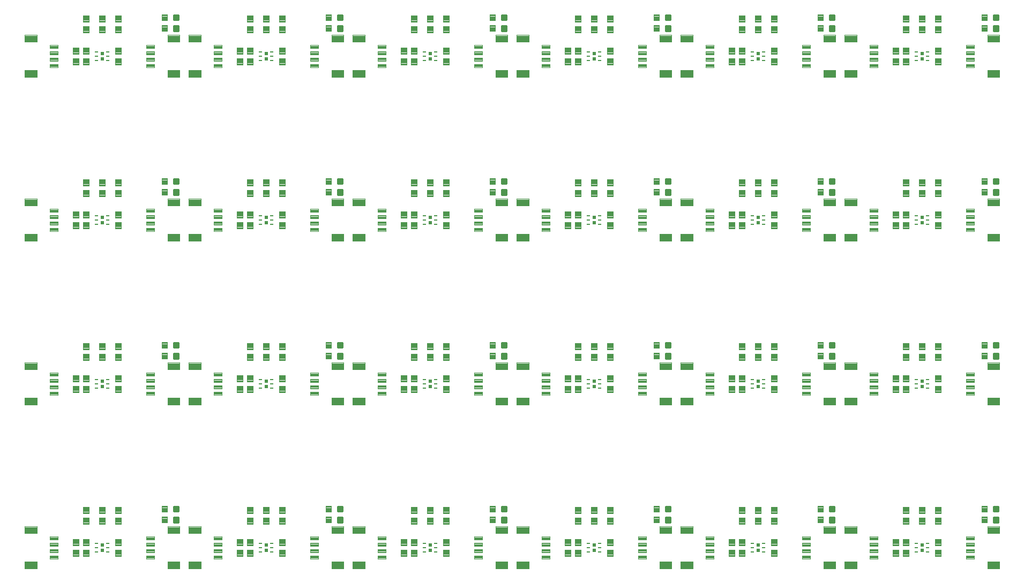
<source format=gtp>
G04 EAGLE Gerber RS-274X export*
G75*
%MOMM*%
%FSLAX34Y34*%
%LPD*%
%INSolderpaste Top*%
%IPPOS*%
%AMOC8*
5,1,8,0,0,1.08239X$1,22.5*%
G01*
%ADD10C,0.100000*%
%ADD11C,0.096000*%
%ADD12C,0.102000*%
%ADD13C,0.300000*%
%ADD14R,0.630000X0.240000*%
%ADD15R,0.580000X0.550000*%


D10*
X106100Y174300D02*
X106100Y164300D01*
X97100Y164300D01*
X97100Y174300D01*
X106100Y174300D01*
X106100Y165250D02*
X97100Y165250D01*
X97100Y166200D02*
X106100Y166200D01*
X106100Y167150D02*
X97100Y167150D01*
X97100Y168100D02*
X106100Y168100D01*
X106100Y169050D02*
X97100Y169050D01*
X97100Y170000D02*
X106100Y170000D01*
X106100Y170950D02*
X97100Y170950D01*
X97100Y171900D02*
X106100Y171900D01*
X106100Y172850D02*
X97100Y172850D01*
X97100Y173800D02*
X106100Y173800D01*
X106100Y181300D02*
X106100Y191300D01*
X106100Y181300D02*
X97100Y181300D01*
X97100Y191300D01*
X106100Y191300D01*
X106100Y182250D02*
X97100Y182250D01*
X97100Y183200D02*
X106100Y183200D01*
X106100Y184150D02*
X97100Y184150D01*
X97100Y185100D02*
X106100Y185100D01*
X106100Y186050D02*
X97100Y186050D01*
X97100Y187000D02*
X106100Y187000D01*
X106100Y187950D02*
X97100Y187950D01*
X97100Y188900D02*
X106100Y188900D01*
X106100Y189850D02*
X97100Y189850D01*
X97100Y190800D02*
X106100Y190800D01*
X147900Y140500D02*
X147900Y130500D01*
X147900Y140500D02*
X156900Y140500D01*
X156900Y130500D01*
X147900Y130500D01*
X147900Y131450D02*
X156900Y131450D01*
X156900Y132400D02*
X147900Y132400D01*
X147900Y133350D02*
X156900Y133350D01*
X156900Y134300D02*
X147900Y134300D01*
X147900Y135250D02*
X156900Y135250D01*
X156900Y136200D02*
X147900Y136200D01*
X147900Y137150D02*
X156900Y137150D01*
X156900Y138100D02*
X147900Y138100D01*
X147900Y139050D02*
X156900Y139050D01*
X156900Y140000D02*
X147900Y140000D01*
X147900Y123500D02*
X147900Y113500D01*
X147900Y123500D02*
X156900Y123500D01*
X156900Y113500D01*
X147900Y113500D01*
X147900Y114450D02*
X156900Y114450D01*
X156900Y115400D02*
X147900Y115400D01*
X147900Y116350D02*
X156900Y116350D01*
X156900Y117300D02*
X147900Y117300D01*
X147900Y118250D02*
X156900Y118250D01*
X156900Y119200D02*
X147900Y119200D01*
X147900Y120150D02*
X156900Y120150D01*
X156900Y121100D02*
X147900Y121100D01*
X147900Y122050D02*
X156900Y122050D01*
X156900Y123000D02*
X147900Y123000D01*
D11*
X249216Y104520D02*
X249216Y93480D01*
X230176Y93480D01*
X230176Y104520D01*
X249216Y104520D01*
X249216Y94392D02*
X230176Y94392D01*
X230176Y95304D02*
X249216Y95304D01*
X249216Y96216D02*
X230176Y96216D01*
X230176Y97128D02*
X249216Y97128D01*
X249216Y98040D02*
X230176Y98040D01*
X230176Y98952D02*
X249216Y98952D01*
X249216Y99864D02*
X230176Y99864D01*
X230176Y100776D02*
X249216Y100776D01*
X249216Y101688D02*
X230176Y101688D01*
X230176Y102600D02*
X249216Y102600D01*
X249216Y103512D02*
X230176Y103512D01*
X230176Y104424D02*
X249216Y104424D01*
X249216Y149480D02*
X249216Y160520D01*
X249216Y149480D02*
X230176Y149480D01*
X230176Y160520D01*
X249216Y160520D01*
X249216Y150392D02*
X230176Y150392D01*
X230176Y151304D02*
X249216Y151304D01*
X249216Y152216D02*
X230176Y152216D01*
X230176Y153128D02*
X249216Y153128D01*
X249216Y154040D02*
X230176Y154040D01*
X230176Y154952D02*
X249216Y154952D01*
X249216Y155864D02*
X230176Y155864D01*
X230176Y156776D02*
X249216Y156776D01*
X249216Y157688D02*
X230176Y157688D01*
X230176Y158600D02*
X249216Y158600D01*
X249216Y159512D02*
X230176Y159512D01*
X230176Y160424D02*
X249216Y160424D01*
D12*
X209186Y114490D02*
X209186Y109510D01*
X196706Y109510D01*
X196706Y114490D01*
X209186Y114490D01*
X209186Y110479D02*
X196706Y110479D01*
X196706Y111448D02*
X209186Y111448D01*
X209186Y112417D02*
X196706Y112417D01*
X196706Y113386D02*
X209186Y113386D01*
X209186Y114355D02*
X196706Y114355D01*
X209186Y119510D02*
X209186Y124490D01*
X209186Y119510D02*
X196706Y119510D01*
X196706Y124490D01*
X209186Y124490D01*
X209186Y120479D02*
X196706Y120479D01*
X196706Y121448D02*
X209186Y121448D01*
X209186Y122417D02*
X196706Y122417D01*
X196706Y123386D02*
X209186Y123386D01*
X209186Y124355D02*
X196706Y124355D01*
X209186Y129510D02*
X209186Y134490D01*
X209186Y129510D02*
X196706Y129510D01*
X196706Y134490D01*
X209186Y134490D01*
X209186Y130479D02*
X196706Y130479D01*
X196706Y131448D02*
X209186Y131448D01*
X209186Y132417D02*
X196706Y132417D01*
X196706Y133386D02*
X209186Y133386D01*
X209186Y134355D02*
X196706Y134355D01*
X209186Y139510D02*
X209186Y144490D01*
X209186Y139510D02*
X196706Y139510D01*
X196706Y144490D01*
X209186Y144490D01*
X209186Y140479D02*
X196706Y140479D01*
X196706Y141448D02*
X209186Y141448D01*
X209186Y142417D02*
X196706Y142417D01*
X196706Y143386D02*
X209186Y143386D01*
X209186Y144355D02*
X196706Y144355D01*
D11*
X4530Y149480D02*
X4530Y160520D01*
X23570Y160520D01*
X23570Y149480D01*
X4530Y149480D01*
X4530Y150392D02*
X23570Y150392D01*
X23570Y151304D02*
X4530Y151304D01*
X4530Y152216D02*
X23570Y152216D01*
X23570Y153128D02*
X4530Y153128D01*
X4530Y154040D02*
X23570Y154040D01*
X23570Y154952D02*
X4530Y154952D01*
X4530Y155864D02*
X23570Y155864D01*
X23570Y156776D02*
X4530Y156776D01*
X4530Y157688D02*
X23570Y157688D01*
X23570Y158600D02*
X4530Y158600D01*
X4530Y159512D02*
X23570Y159512D01*
X23570Y160424D02*
X4530Y160424D01*
X4530Y104520D02*
X4530Y93480D01*
X4530Y104520D02*
X23570Y104520D01*
X23570Y93480D01*
X4530Y93480D01*
X4530Y94392D02*
X23570Y94392D01*
X23570Y95304D02*
X4530Y95304D01*
X4530Y96216D02*
X23570Y96216D01*
X23570Y97128D02*
X4530Y97128D01*
X4530Y98040D02*
X23570Y98040D01*
X23570Y98952D02*
X4530Y98952D01*
X4530Y99864D02*
X23570Y99864D01*
X23570Y100776D02*
X4530Y100776D01*
X4530Y101688D02*
X23570Y101688D01*
X23570Y102600D02*
X4530Y102600D01*
X4530Y103512D02*
X23570Y103512D01*
X23570Y104424D02*
X4530Y104424D01*
D12*
X44560Y139510D02*
X44560Y144490D01*
X57040Y144490D01*
X57040Y139510D01*
X44560Y139510D01*
X44560Y140479D02*
X57040Y140479D01*
X57040Y141448D02*
X44560Y141448D01*
X44560Y142417D02*
X57040Y142417D01*
X57040Y143386D02*
X44560Y143386D01*
X44560Y144355D02*
X57040Y144355D01*
X44560Y134490D02*
X44560Y129510D01*
X44560Y134490D02*
X57040Y134490D01*
X57040Y129510D01*
X44560Y129510D01*
X44560Y130479D02*
X57040Y130479D01*
X57040Y131448D02*
X44560Y131448D01*
X44560Y132417D02*
X57040Y132417D01*
X57040Y133386D02*
X44560Y133386D01*
X44560Y134355D02*
X57040Y134355D01*
X44560Y124490D02*
X44560Y119510D01*
X44560Y124490D02*
X57040Y124490D01*
X57040Y119510D01*
X44560Y119510D01*
X44560Y120479D02*
X57040Y120479D01*
X57040Y121448D02*
X44560Y121448D01*
X44560Y122417D02*
X57040Y122417D01*
X57040Y123386D02*
X44560Y123386D01*
X44560Y124355D02*
X57040Y124355D01*
X44560Y114490D02*
X44560Y109510D01*
X44560Y114490D02*
X57040Y114490D01*
X57040Y109510D01*
X44560Y109510D01*
X44560Y110479D02*
X57040Y110479D01*
X57040Y111448D02*
X44560Y111448D01*
X44560Y112417D02*
X57040Y112417D01*
X57040Y113386D02*
X44560Y113386D01*
X44560Y114355D02*
X57040Y114355D01*
D13*
X240594Y184594D02*
X247594Y184594D01*
X240594Y184594D02*
X240594Y191594D01*
X247594Y191594D01*
X247594Y184594D01*
X247594Y187444D02*
X240594Y187444D01*
X240594Y190294D02*
X247594Y190294D01*
X247594Y167054D02*
X240594Y167054D01*
X240594Y174054D01*
X247594Y174054D01*
X247594Y167054D01*
X247594Y169904D02*
X240594Y169904D01*
X240594Y172754D02*
X247594Y172754D01*
D10*
X230052Y176332D02*
X230052Y166332D01*
X221052Y166332D01*
X221052Y176332D01*
X230052Y176332D01*
X230052Y167282D02*
X221052Y167282D01*
X221052Y168232D02*
X230052Y168232D01*
X230052Y169182D02*
X221052Y169182D01*
X221052Y170132D02*
X230052Y170132D01*
X230052Y171082D02*
X221052Y171082D01*
X221052Y172032D02*
X230052Y172032D01*
X230052Y172982D02*
X221052Y172982D01*
X221052Y173932D02*
X230052Y173932D01*
X230052Y174882D02*
X221052Y174882D01*
X221052Y175832D02*
X230052Y175832D01*
X230052Y183332D02*
X230052Y193332D01*
X230052Y183332D02*
X221052Y183332D01*
X221052Y193332D01*
X230052Y193332D01*
X230052Y184282D02*
X221052Y184282D01*
X221052Y185232D02*
X230052Y185232D01*
X230052Y186182D02*
X221052Y186182D01*
X221052Y187132D02*
X230052Y187132D01*
X230052Y188082D02*
X221052Y188082D01*
X221052Y189032D02*
X230052Y189032D01*
X230052Y189982D02*
X221052Y189982D01*
X221052Y190932D02*
X230052Y190932D01*
X230052Y191882D02*
X221052Y191882D01*
X221052Y192832D02*
X230052Y192832D01*
X147900Y191300D02*
X147900Y181300D01*
X147900Y191300D02*
X156900Y191300D01*
X156900Y181300D01*
X147900Y181300D01*
X147900Y182250D02*
X156900Y182250D01*
X156900Y183200D02*
X147900Y183200D01*
X147900Y184150D02*
X156900Y184150D01*
X156900Y185100D02*
X147900Y185100D01*
X147900Y186050D02*
X156900Y186050D01*
X156900Y187000D02*
X147900Y187000D01*
X147900Y187950D02*
X156900Y187950D01*
X156900Y188900D02*
X147900Y188900D01*
X147900Y189850D02*
X156900Y189850D01*
X156900Y190800D02*
X147900Y190800D01*
X147900Y174300D02*
X147900Y164300D01*
X147900Y174300D02*
X156900Y174300D01*
X156900Y164300D01*
X147900Y164300D01*
X147900Y165250D02*
X156900Y165250D01*
X156900Y166200D02*
X147900Y166200D01*
X147900Y167150D02*
X156900Y167150D01*
X156900Y168100D02*
X147900Y168100D01*
X147900Y169050D02*
X156900Y169050D01*
X156900Y170000D02*
X147900Y170000D01*
X147900Y170950D02*
X156900Y170950D01*
X156900Y171900D02*
X147900Y171900D01*
X147900Y172850D02*
X156900Y172850D01*
X156900Y173800D02*
X147900Y173800D01*
X131500Y174300D02*
X131500Y164300D01*
X122500Y164300D01*
X122500Y174300D01*
X131500Y174300D01*
X131500Y165250D02*
X122500Y165250D01*
X122500Y166200D02*
X131500Y166200D01*
X131500Y167150D02*
X122500Y167150D01*
X122500Y168100D02*
X131500Y168100D01*
X131500Y169050D02*
X122500Y169050D01*
X122500Y170000D02*
X131500Y170000D01*
X131500Y170950D02*
X122500Y170950D01*
X122500Y171900D02*
X131500Y171900D01*
X131500Y172850D02*
X122500Y172850D01*
X122500Y173800D02*
X131500Y173800D01*
X131500Y181300D02*
X131500Y191300D01*
X131500Y181300D02*
X122500Y181300D01*
X122500Y191300D01*
X131500Y191300D01*
X131500Y182250D02*
X122500Y182250D01*
X122500Y183200D02*
X131500Y183200D01*
X131500Y184150D02*
X122500Y184150D01*
X122500Y185100D02*
X131500Y185100D01*
X131500Y186050D02*
X122500Y186050D01*
X122500Y187000D02*
X131500Y187000D01*
X131500Y187950D02*
X122500Y187950D01*
X122500Y188900D02*
X131500Y188900D01*
X131500Y189850D02*
X122500Y189850D01*
X122500Y190800D02*
X131500Y190800D01*
D14*
X118050Y120500D03*
X118050Y127000D03*
X118050Y133500D03*
X135850Y120500D03*
X135850Y127000D03*
X135850Y133500D03*
D15*
X127100Y131250D03*
X127100Y122700D03*
D10*
X80590Y130500D02*
X80590Y140500D01*
X89590Y140500D01*
X89590Y130500D01*
X80590Y130500D01*
X80590Y131450D02*
X89590Y131450D01*
X89590Y132400D02*
X80590Y132400D01*
X80590Y133350D02*
X89590Y133350D01*
X89590Y134300D02*
X80590Y134300D01*
X80590Y135250D02*
X89590Y135250D01*
X89590Y136200D02*
X80590Y136200D01*
X80590Y137150D02*
X89590Y137150D01*
X89590Y138100D02*
X80590Y138100D01*
X80590Y139050D02*
X89590Y139050D01*
X89590Y140000D02*
X80590Y140000D01*
X80590Y123500D02*
X80590Y113500D01*
X80590Y123500D02*
X89590Y123500D01*
X89590Y113500D01*
X80590Y113500D01*
X80590Y114450D02*
X89590Y114450D01*
X89590Y115400D02*
X80590Y115400D01*
X80590Y116350D02*
X89590Y116350D01*
X89590Y117300D02*
X80590Y117300D01*
X80590Y118250D02*
X89590Y118250D01*
X89590Y119200D02*
X80590Y119200D01*
X80590Y120150D02*
X89590Y120150D01*
X89590Y121100D02*
X80590Y121100D01*
X80590Y122050D02*
X89590Y122050D01*
X89590Y123000D02*
X80590Y123000D01*
X106100Y123500D02*
X106100Y113500D01*
X97100Y113500D01*
X97100Y123500D01*
X106100Y123500D01*
X106100Y114450D02*
X97100Y114450D01*
X97100Y115400D02*
X106100Y115400D01*
X106100Y116350D02*
X97100Y116350D01*
X97100Y117300D02*
X106100Y117300D01*
X106100Y118250D02*
X97100Y118250D01*
X97100Y119200D02*
X106100Y119200D01*
X106100Y120150D02*
X97100Y120150D01*
X97100Y121100D02*
X106100Y121100D01*
X106100Y122050D02*
X97100Y122050D01*
X97100Y123000D02*
X106100Y123000D01*
X106100Y130500D02*
X106100Y140500D01*
X106100Y130500D02*
X97100Y130500D01*
X97100Y140500D01*
X106100Y140500D01*
X106100Y131450D02*
X97100Y131450D01*
X97100Y132400D02*
X106100Y132400D01*
X106100Y133350D02*
X97100Y133350D01*
X97100Y134300D02*
X106100Y134300D01*
X106100Y135250D02*
X97100Y135250D01*
X97100Y136200D02*
X106100Y136200D01*
X106100Y137150D02*
X97100Y137150D01*
X97100Y138100D02*
X106100Y138100D01*
X106100Y139050D02*
X97100Y139050D01*
X97100Y140000D02*
X106100Y140000D01*
X365180Y164300D02*
X365180Y174300D01*
X365180Y164300D02*
X356180Y164300D01*
X356180Y174300D01*
X365180Y174300D01*
X365180Y165250D02*
X356180Y165250D01*
X356180Y166200D02*
X365180Y166200D01*
X365180Y167150D02*
X356180Y167150D01*
X356180Y168100D02*
X365180Y168100D01*
X365180Y169050D02*
X356180Y169050D01*
X356180Y170000D02*
X365180Y170000D01*
X365180Y170950D02*
X356180Y170950D01*
X356180Y171900D02*
X365180Y171900D01*
X365180Y172850D02*
X356180Y172850D01*
X356180Y173800D02*
X365180Y173800D01*
X365180Y181300D02*
X365180Y191300D01*
X365180Y181300D02*
X356180Y181300D01*
X356180Y191300D01*
X365180Y191300D01*
X365180Y182250D02*
X356180Y182250D01*
X356180Y183200D02*
X365180Y183200D01*
X365180Y184150D02*
X356180Y184150D01*
X356180Y185100D02*
X365180Y185100D01*
X365180Y186050D02*
X356180Y186050D01*
X356180Y187000D02*
X365180Y187000D01*
X365180Y187950D02*
X356180Y187950D01*
X356180Y188900D02*
X365180Y188900D01*
X365180Y189850D02*
X356180Y189850D01*
X356180Y190800D02*
X365180Y190800D01*
X406980Y140500D02*
X406980Y130500D01*
X406980Y140500D02*
X415980Y140500D01*
X415980Y130500D01*
X406980Y130500D01*
X406980Y131450D02*
X415980Y131450D01*
X415980Y132400D02*
X406980Y132400D01*
X406980Y133350D02*
X415980Y133350D01*
X415980Y134300D02*
X406980Y134300D01*
X406980Y135250D02*
X415980Y135250D01*
X415980Y136200D02*
X406980Y136200D01*
X406980Y137150D02*
X415980Y137150D01*
X415980Y138100D02*
X406980Y138100D01*
X406980Y139050D02*
X415980Y139050D01*
X415980Y140000D02*
X406980Y140000D01*
X406980Y123500D02*
X406980Y113500D01*
X406980Y123500D02*
X415980Y123500D01*
X415980Y113500D01*
X406980Y113500D01*
X406980Y114450D02*
X415980Y114450D01*
X415980Y115400D02*
X406980Y115400D01*
X406980Y116350D02*
X415980Y116350D01*
X415980Y117300D02*
X406980Y117300D01*
X406980Y118250D02*
X415980Y118250D01*
X415980Y119200D02*
X406980Y119200D01*
X406980Y120150D02*
X415980Y120150D01*
X415980Y121100D02*
X406980Y121100D01*
X406980Y122050D02*
X415980Y122050D01*
X415980Y123000D02*
X406980Y123000D01*
D11*
X508296Y104520D02*
X508296Y93480D01*
X489256Y93480D01*
X489256Y104520D01*
X508296Y104520D01*
X508296Y94392D02*
X489256Y94392D01*
X489256Y95304D02*
X508296Y95304D01*
X508296Y96216D02*
X489256Y96216D01*
X489256Y97128D02*
X508296Y97128D01*
X508296Y98040D02*
X489256Y98040D01*
X489256Y98952D02*
X508296Y98952D01*
X508296Y99864D02*
X489256Y99864D01*
X489256Y100776D02*
X508296Y100776D01*
X508296Y101688D02*
X489256Y101688D01*
X489256Y102600D02*
X508296Y102600D01*
X508296Y103512D02*
X489256Y103512D01*
X489256Y104424D02*
X508296Y104424D01*
X508296Y149480D02*
X508296Y160520D01*
X508296Y149480D02*
X489256Y149480D01*
X489256Y160520D01*
X508296Y160520D01*
X508296Y150392D02*
X489256Y150392D01*
X489256Y151304D02*
X508296Y151304D01*
X508296Y152216D02*
X489256Y152216D01*
X489256Y153128D02*
X508296Y153128D01*
X508296Y154040D02*
X489256Y154040D01*
X489256Y154952D02*
X508296Y154952D01*
X508296Y155864D02*
X489256Y155864D01*
X489256Y156776D02*
X508296Y156776D01*
X508296Y157688D02*
X489256Y157688D01*
X489256Y158600D02*
X508296Y158600D01*
X508296Y159512D02*
X489256Y159512D01*
X489256Y160424D02*
X508296Y160424D01*
D12*
X468266Y114490D02*
X468266Y109510D01*
X455786Y109510D01*
X455786Y114490D01*
X468266Y114490D01*
X468266Y110479D02*
X455786Y110479D01*
X455786Y111448D02*
X468266Y111448D01*
X468266Y112417D02*
X455786Y112417D01*
X455786Y113386D02*
X468266Y113386D01*
X468266Y114355D02*
X455786Y114355D01*
X468266Y119510D02*
X468266Y124490D01*
X468266Y119510D02*
X455786Y119510D01*
X455786Y124490D01*
X468266Y124490D01*
X468266Y120479D02*
X455786Y120479D01*
X455786Y121448D02*
X468266Y121448D01*
X468266Y122417D02*
X455786Y122417D01*
X455786Y123386D02*
X468266Y123386D01*
X468266Y124355D02*
X455786Y124355D01*
X468266Y129510D02*
X468266Y134490D01*
X468266Y129510D02*
X455786Y129510D01*
X455786Y134490D01*
X468266Y134490D01*
X468266Y130479D02*
X455786Y130479D01*
X455786Y131448D02*
X468266Y131448D01*
X468266Y132417D02*
X455786Y132417D01*
X455786Y133386D02*
X468266Y133386D01*
X468266Y134355D02*
X455786Y134355D01*
X468266Y139510D02*
X468266Y144490D01*
X468266Y139510D02*
X455786Y139510D01*
X455786Y144490D01*
X468266Y144490D01*
X468266Y140479D02*
X455786Y140479D01*
X455786Y141448D02*
X468266Y141448D01*
X468266Y142417D02*
X455786Y142417D01*
X455786Y143386D02*
X468266Y143386D01*
X468266Y144355D02*
X455786Y144355D01*
D11*
X263610Y149480D02*
X263610Y160520D01*
X282650Y160520D01*
X282650Y149480D01*
X263610Y149480D01*
X263610Y150392D02*
X282650Y150392D01*
X282650Y151304D02*
X263610Y151304D01*
X263610Y152216D02*
X282650Y152216D01*
X282650Y153128D02*
X263610Y153128D01*
X263610Y154040D02*
X282650Y154040D01*
X282650Y154952D02*
X263610Y154952D01*
X263610Y155864D02*
X282650Y155864D01*
X282650Y156776D02*
X263610Y156776D01*
X263610Y157688D02*
X282650Y157688D01*
X282650Y158600D02*
X263610Y158600D01*
X263610Y159512D02*
X282650Y159512D01*
X282650Y160424D02*
X263610Y160424D01*
X263610Y104520D02*
X263610Y93480D01*
X263610Y104520D02*
X282650Y104520D01*
X282650Y93480D01*
X263610Y93480D01*
X263610Y94392D02*
X282650Y94392D01*
X282650Y95304D02*
X263610Y95304D01*
X263610Y96216D02*
X282650Y96216D01*
X282650Y97128D02*
X263610Y97128D01*
X263610Y98040D02*
X282650Y98040D01*
X282650Y98952D02*
X263610Y98952D01*
X263610Y99864D02*
X282650Y99864D01*
X282650Y100776D02*
X263610Y100776D01*
X263610Y101688D02*
X282650Y101688D01*
X282650Y102600D02*
X263610Y102600D01*
X263610Y103512D02*
X282650Y103512D01*
X282650Y104424D02*
X263610Y104424D01*
D12*
X303640Y139510D02*
X303640Y144490D01*
X316120Y144490D01*
X316120Y139510D01*
X303640Y139510D01*
X303640Y140479D02*
X316120Y140479D01*
X316120Y141448D02*
X303640Y141448D01*
X303640Y142417D02*
X316120Y142417D01*
X316120Y143386D02*
X303640Y143386D01*
X303640Y144355D02*
X316120Y144355D01*
X303640Y134490D02*
X303640Y129510D01*
X303640Y134490D02*
X316120Y134490D01*
X316120Y129510D01*
X303640Y129510D01*
X303640Y130479D02*
X316120Y130479D01*
X316120Y131448D02*
X303640Y131448D01*
X303640Y132417D02*
X316120Y132417D01*
X316120Y133386D02*
X303640Y133386D01*
X303640Y134355D02*
X316120Y134355D01*
X303640Y124490D02*
X303640Y119510D01*
X303640Y124490D02*
X316120Y124490D01*
X316120Y119510D01*
X303640Y119510D01*
X303640Y120479D02*
X316120Y120479D01*
X316120Y121448D02*
X303640Y121448D01*
X303640Y122417D02*
X316120Y122417D01*
X316120Y123386D02*
X303640Y123386D01*
X303640Y124355D02*
X316120Y124355D01*
X303640Y114490D02*
X303640Y109510D01*
X303640Y114490D02*
X316120Y114490D01*
X316120Y109510D01*
X303640Y109510D01*
X303640Y110479D02*
X316120Y110479D01*
X316120Y111448D02*
X303640Y111448D01*
X303640Y112417D02*
X316120Y112417D01*
X316120Y113386D02*
X303640Y113386D01*
X303640Y114355D02*
X316120Y114355D01*
D13*
X499674Y184594D02*
X506674Y184594D01*
X499674Y184594D02*
X499674Y191594D01*
X506674Y191594D01*
X506674Y184594D01*
X506674Y187444D02*
X499674Y187444D01*
X499674Y190294D02*
X506674Y190294D01*
X506674Y167054D02*
X499674Y167054D01*
X499674Y174054D01*
X506674Y174054D01*
X506674Y167054D01*
X506674Y169904D02*
X499674Y169904D01*
X499674Y172754D02*
X506674Y172754D01*
D10*
X489132Y176332D02*
X489132Y166332D01*
X480132Y166332D01*
X480132Y176332D01*
X489132Y176332D01*
X489132Y167282D02*
X480132Y167282D01*
X480132Y168232D02*
X489132Y168232D01*
X489132Y169182D02*
X480132Y169182D01*
X480132Y170132D02*
X489132Y170132D01*
X489132Y171082D02*
X480132Y171082D01*
X480132Y172032D02*
X489132Y172032D01*
X489132Y172982D02*
X480132Y172982D01*
X480132Y173932D02*
X489132Y173932D01*
X489132Y174882D02*
X480132Y174882D01*
X480132Y175832D02*
X489132Y175832D01*
X489132Y183332D02*
X489132Y193332D01*
X489132Y183332D02*
X480132Y183332D01*
X480132Y193332D01*
X489132Y193332D01*
X489132Y184282D02*
X480132Y184282D01*
X480132Y185232D02*
X489132Y185232D01*
X489132Y186182D02*
X480132Y186182D01*
X480132Y187132D02*
X489132Y187132D01*
X489132Y188082D02*
X480132Y188082D01*
X480132Y189032D02*
X489132Y189032D01*
X489132Y189982D02*
X480132Y189982D01*
X480132Y190932D02*
X489132Y190932D01*
X489132Y191882D02*
X480132Y191882D01*
X480132Y192832D02*
X489132Y192832D01*
X406980Y191300D02*
X406980Y181300D01*
X406980Y191300D02*
X415980Y191300D01*
X415980Y181300D01*
X406980Y181300D01*
X406980Y182250D02*
X415980Y182250D01*
X415980Y183200D02*
X406980Y183200D01*
X406980Y184150D02*
X415980Y184150D01*
X415980Y185100D02*
X406980Y185100D01*
X406980Y186050D02*
X415980Y186050D01*
X415980Y187000D02*
X406980Y187000D01*
X406980Y187950D02*
X415980Y187950D01*
X415980Y188900D02*
X406980Y188900D01*
X406980Y189850D02*
X415980Y189850D01*
X415980Y190800D02*
X406980Y190800D01*
X406980Y174300D02*
X406980Y164300D01*
X406980Y174300D02*
X415980Y174300D01*
X415980Y164300D01*
X406980Y164300D01*
X406980Y165250D02*
X415980Y165250D01*
X415980Y166200D02*
X406980Y166200D01*
X406980Y167150D02*
X415980Y167150D01*
X415980Y168100D02*
X406980Y168100D01*
X406980Y169050D02*
X415980Y169050D01*
X415980Y170000D02*
X406980Y170000D01*
X406980Y170950D02*
X415980Y170950D01*
X415980Y171900D02*
X406980Y171900D01*
X406980Y172850D02*
X415980Y172850D01*
X415980Y173800D02*
X406980Y173800D01*
X390580Y174300D02*
X390580Y164300D01*
X381580Y164300D01*
X381580Y174300D01*
X390580Y174300D01*
X390580Y165250D02*
X381580Y165250D01*
X381580Y166200D02*
X390580Y166200D01*
X390580Y167150D02*
X381580Y167150D01*
X381580Y168100D02*
X390580Y168100D01*
X390580Y169050D02*
X381580Y169050D01*
X381580Y170000D02*
X390580Y170000D01*
X390580Y170950D02*
X381580Y170950D01*
X381580Y171900D02*
X390580Y171900D01*
X390580Y172850D02*
X381580Y172850D01*
X381580Y173800D02*
X390580Y173800D01*
X390580Y181300D02*
X390580Y191300D01*
X390580Y181300D02*
X381580Y181300D01*
X381580Y191300D01*
X390580Y191300D01*
X390580Y182250D02*
X381580Y182250D01*
X381580Y183200D02*
X390580Y183200D01*
X390580Y184150D02*
X381580Y184150D01*
X381580Y185100D02*
X390580Y185100D01*
X390580Y186050D02*
X381580Y186050D01*
X381580Y187000D02*
X390580Y187000D01*
X390580Y187950D02*
X381580Y187950D01*
X381580Y188900D02*
X390580Y188900D01*
X390580Y189850D02*
X381580Y189850D01*
X381580Y190800D02*
X390580Y190800D01*
D14*
X377130Y120500D03*
X377130Y127000D03*
X377130Y133500D03*
X394930Y120500D03*
X394930Y127000D03*
X394930Y133500D03*
D15*
X386180Y131250D03*
X386180Y122700D03*
D10*
X339670Y130500D02*
X339670Y140500D01*
X348670Y140500D01*
X348670Y130500D01*
X339670Y130500D01*
X339670Y131450D02*
X348670Y131450D01*
X348670Y132400D02*
X339670Y132400D01*
X339670Y133350D02*
X348670Y133350D01*
X348670Y134300D02*
X339670Y134300D01*
X339670Y135250D02*
X348670Y135250D01*
X348670Y136200D02*
X339670Y136200D01*
X339670Y137150D02*
X348670Y137150D01*
X348670Y138100D02*
X339670Y138100D01*
X339670Y139050D02*
X348670Y139050D01*
X348670Y140000D02*
X339670Y140000D01*
X339670Y123500D02*
X339670Y113500D01*
X339670Y123500D02*
X348670Y123500D01*
X348670Y113500D01*
X339670Y113500D01*
X339670Y114450D02*
X348670Y114450D01*
X348670Y115400D02*
X339670Y115400D01*
X339670Y116350D02*
X348670Y116350D01*
X348670Y117300D02*
X339670Y117300D01*
X339670Y118250D02*
X348670Y118250D01*
X348670Y119200D02*
X339670Y119200D01*
X339670Y120150D02*
X348670Y120150D01*
X348670Y121100D02*
X339670Y121100D01*
X339670Y122050D02*
X348670Y122050D01*
X348670Y123000D02*
X339670Y123000D01*
X365180Y123500D02*
X365180Y113500D01*
X356180Y113500D01*
X356180Y123500D01*
X365180Y123500D01*
X365180Y114450D02*
X356180Y114450D01*
X356180Y115400D02*
X365180Y115400D01*
X365180Y116350D02*
X356180Y116350D01*
X356180Y117300D02*
X365180Y117300D01*
X365180Y118250D02*
X356180Y118250D01*
X356180Y119200D02*
X365180Y119200D01*
X365180Y120150D02*
X356180Y120150D01*
X356180Y121100D02*
X365180Y121100D01*
X365180Y122050D02*
X356180Y122050D01*
X356180Y123000D02*
X365180Y123000D01*
X365180Y130500D02*
X365180Y140500D01*
X365180Y130500D02*
X356180Y130500D01*
X356180Y140500D01*
X365180Y140500D01*
X365180Y131450D02*
X356180Y131450D01*
X356180Y132400D02*
X365180Y132400D01*
X365180Y133350D02*
X356180Y133350D01*
X356180Y134300D02*
X365180Y134300D01*
X365180Y135250D02*
X356180Y135250D01*
X356180Y136200D02*
X365180Y136200D01*
X365180Y137150D02*
X356180Y137150D01*
X356180Y138100D02*
X365180Y138100D01*
X365180Y139050D02*
X356180Y139050D01*
X356180Y140000D02*
X365180Y140000D01*
X624260Y164300D02*
X624260Y174300D01*
X624260Y164300D02*
X615260Y164300D01*
X615260Y174300D01*
X624260Y174300D01*
X624260Y165250D02*
X615260Y165250D01*
X615260Y166200D02*
X624260Y166200D01*
X624260Y167150D02*
X615260Y167150D01*
X615260Y168100D02*
X624260Y168100D01*
X624260Y169050D02*
X615260Y169050D01*
X615260Y170000D02*
X624260Y170000D01*
X624260Y170950D02*
X615260Y170950D01*
X615260Y171900D02*
X624260Y171900D01*
X624260Y172850D02*
X615260Y172850D01*
X615260Y173800D02*
X624260Y173800D01*
X624260Y181300D02*
X624260Y191300D01*
X624260Y181300D02*
X615260Y181300D01*
X615260Y191300D01*
X624260Y191300D01*
X624260Y182250D02*
X615260Y182250D01*
X615260Y183200D02*
X624260Y183200D01*
X624260Y184150D02*
X615260Y184150D01*
X615260Y185100D02*
X624260Y185100D01*
X624260Y186050D02*
X615260Y186050D01*
X615260Y187000D02*
X624260Y187000D01*
X624260Y187950D02*
X615260Y187950D01*
X615260Y188900D02*
X624260Y188900D01*
X624260Y189850D02*
X615260Y189850D01*
X615260Y190800D02*
X624260Y190800D01*
X666060Y140500D02*
X666060Y130500D01*
X666060Y140500D02*
X675060Y140500D01*
X675060Y130500D01*
X666060Y130500D01*
X666060Y131450D02*
X675060Y131450D01*
X675060Y132400D02*
X666060Y132400D01*
X666060Y133350D02*
X675060Y133350D01*
X675060Y134300D02*
X666060Y134300D01*
X666060Y135250D02*
X675060Y135250D01*
X675060Y136200D02*
X666060Y136200D01*
X666060Y137150D02*
X675060Y137150D01*
X675060Y138100D02*
X666060Y138100D01*
X666060Y139050D02*
X675060Y139050D01*
X675060Y140000D02*
X666060Y140000D01*
X666060Y123500D02*
X666060Y113500D01*
X666060Y123500D02*
X675060Y123500D01*
X675060Y113500D01*
X666060Y113500D01*
X666060Y114450D02*
X675060Y114450D01*
X675060Y115400D02*
X666060Y115400D01*
X666060Y116350D02*
X675060Y116350D01*
X675060Y117300D02*
X666060Y117300D01*
X666060Y118250D02*
X675060Y118250D01*
X675060Y119200D02*
X666060Y119200D01*
X666060Y120150D02*
X675060Y120150D01*
X675060Y121100D02*
X666060Y121100D01*
X666060Y122050D02*
X675060Y122050D01*
X675060Y123000D02*
X666060Y123000D01*
D11*
X767376Y104520D02*
X767376Y93480D01*
X748336Y93480D01*
X748336Y104520D01*
X767376Y104520D01*
X767376Y94392D02*
X748336Y94392D01*
X748336Y95304D02*
X767376Y95304D01*
X767376Y96216D02*
X748336Y96216D01*
X748336Y97128D02*
X767376Y97128D01*
X767376Y98040D02*
X748336Y98040D01*
X748336Y98952D02*
X767376Y98952D01*
X767376Y99864D02*
X748336Y99864D01*
X748336Y100776D02*
X767376Y100776D01*
X767376Y101688D02*
X748336Y101688D01*
X748336Y102600D02*
X767376Y102600D01*
X767376Y103512D02*
X748336Y103512D01*
X748336Y104424D02*
X767376Y104424D01*
X767376Y149480D02*
X767376Y160520D01*
X767376Y149480D02*
X748336Y149480D01*
X748336Y160520D01*
X767376Y160520D01*
X767376Y150392D02*
X748336Y150392D01*
X748336Y151304D02*
X767376Y151304D01*
X767376Y152216D02*
X748336Y152216D01*
X748336Y153128D02*
X767376Y153128D01*
X767376Y154040D02*
X748336Y154040D01*
X748336Y154952D02*
X767376Y154952D01*
X767376Y155864D02*
X748336Y155864D01*
X748336Y156776D02*
X767376Y156776D01*
X767376Y157688D02*
X748336Y157688D01*
X748336Y158600D02*
X767376Y158600D01*
X767376Y159512D02*
X748336Y159512D01*
X748336Y160424D02*
X767376Y160424D01*
D12*
X727346Y114490D02*
X727346Y109510D01*
X714866Y109510D01*
X714866Y114490D01*
X727346Y114490D01*
X727346Y110479D02*
X714866Y110479D01*
X714866Y111448D02*
X727346Y111448D01*
X727346Y112417D02*
X714866Y112417D01*
X714866Y113386D02*
X727346Y113386D01*
X727346Y114355D02*
X714866Y114355D01*
X727346Y119510D02*
X727346Y124490D01*
X727346Y119510D02*
X714866Y119510D01*
X714866Y124490D01*
X727346Y124490D01*
X727346Y120479D02*
X714866Y120479D01*
X714866Y121448D02*
X727346Y121448D01*
X727346Y122417D02*
X714866Y122417D01*
X714866Y123386D02*
X727346Y123386D01*
X727346Y124355D02*
X714866Y124355D01*
X727346Y129510D02*
X727346Y134490D01*
X727346Y129510D02*
X714866Y129510D01*
X714866Y134490D01*
X727346Y134490D01*
X727346Y130479D02*
X714866Y130479D01*
X714866Y131448D02*
X727346Y131448D01*
X727346Y132417D02*
X714866Y132417D01*
X714866Y133386D02*
X727346Y133386D01*
X727346Y134355D02*
X714866Y134355D01*
X727346Y139510D02*
X727346Y144490D01*
X727346Y139510D02*
X714866Y139510D01*
X714866Y144490D01*
X727346Y144490D01*
X727346Y140479D02*
X714866Y140479D01*
X714866Y141448D02*
X727346Y141448D01*
X727346Y142417D02*
X714866Y142417D01*
X714866Y143386D02*
X727346Y143386D01*
X727346Y144355D02*
X714866Y144355D01*
D11*
X522690Y149480D02*
X522690Y160520D01*
X541730Y160520D01*
X541730Y149480D01*
X522690Y149480D01*
X522690Y150392D02*
X541730Y150392D01*
X541730Y151304D02*
X522690Y151304D01*
X522690Y152216D02*
X541730Y152216D01*
X541730Y153128D02*
X522690Y153128D01*
X522690Y154040D02*
X541730Y154040D01*
X541730Y154952D02*
X522690Y154952D01*
X522690Y155864D02*
X541730Y155864D01*
X541730Y156776D02*
X522690Y156776D01*
X522690Y157688D02*
X541730Y157688D01*
X541730Y158600D02*
X522690Y158600D01*
X522690Y159512D02*
X541730Y159512D01*
X541730Y160424D02*
X522690Y160424D01*
X522690Y104520D02*
X522690Y93480D01*
X522690Y104520D02*
X541730Y104520D01*
X541730Y93480D01*
X522690Y93480D01*
X522690Y94392D02*
X541730Y94392D01*
X541730Y95304D02*
X522690Y95304D01*
X522690Y96216D02*
X541730Y96216D01*
X541730Y97128D02*
X522690Y97128D01*
X522690Y98040D02*
X541730Y98040D01*
X541730Y98952D02*
X522690Y98952D01*
X522690Y99864D02*
X541730Y99864D01*
X541730Y100776D02*
X522690Y100776D01*
X522690Y101688D02*
X541730Y101688D01*
X541730Y102600D02*
X522690Y102600D01*
X522690Y103512D02*
X541730Y103512D01*
X541730Y104424D02*
X522690Y104424D01*
D12*
X562720Y139510D02*
X562720Y144490D01*
X575200Y144490D01*
X575200Y139510D01*
X562720Y139510D01*
X562720Y140479D02*
X575200Y140479D01*
X575200Y141448D02*
X562720Y141448D01*
X562720Y142417D02*
X575200Y142417D01*
X575200Y143386D02*
X562720Y143386D01*
X562720Y144355D02*
X575200Y144355D01*
X562720Y134490D02*
X562720Y129510D01*
X562720Y134490D02*
X575200Y134490D01*
X575200Y129510D01*
X562720Y129510D01*
X562720Y130479D02*
X575200Y130479D01*
X575200Y131448D02*
X562720Y131448D01*
X562720Y132417D02*
X575200Y132417D01*
X575200Y133386D02*
X562720Y133386D01*
X562720Y134355D02*
X575200Y134355D01*
X562720Y124490D02*
X562720Y119510D01*
X562720Y124490D02*
X575200Y124490D01*
X575200Y119510D01*
X562720Y119510D01*
X562720Y120479D02*
X575200Y120479D01*
X575200Y121448D02*
X562720Y121448D01*
X562720Y122417D02*
X575200Y122417D01*
X575200Y123386D02*
X562720Y123386D01*
X562720Y124355D02*
X575200Y124355D01*
X562720Y114490D02*
X562720Y109510D01*
X562720Y114490D02*
X575200Y114490D01*
X575200Y109510D01*
X562720Y109510D01*
X562720Y110479D02*
X575200Y110479D01*
X575200Y111448D02*
X562720Y111448D01*
X562720Y112417D02*
X575200Y112417D01*
X575200Y113386D02*
X562720Y113386D01*
X562720Y114355D02*
X575200Y114355D01*
D13*
X758754Y184594D02*
X765754Y184594D01*
X758754Y184594D02*
X758754Y191594D01*
X765754Y191594D01*
X765754Y184594D01*
X765754Y187444D02*
X758754Y187444D01*
X758754Y190294D02*
X765754Y190294D01*
X765754Y167054D02*
X758754Y167054D01*
X758754Y174054D01*
X765754Y174054D01*
X765754Y167054D01*
X765754Y169904D02*
X758754Y169904D01*
X758754Y172754D02*
X765754Y172754D01*
D10*
X748212Y176332D02*
X748212Y166332D01*
X739212Y166332D01*
X739212Y176332D01*
X748212Y176332D01*
X748212Y167282D02*
X739212Y167282D01*
X739212Y168232D02*
X748212Y168232D01*
X748212Y169182D02*
X739212Y169182D01*
X739212Y170132D02*
X748212Y170132D01*
X748212Y171082D02*
X739212Y171082D01*
X739212Y172032D02*
X748212Y172032D01*
X748212Y172982D02*
X739212Y172982D01*
X739212Y173932D02*
X748212Y173932D01*
X748212Y174882D02*
X739212Y174882D01*
X739212Y175832D02*
X748212Y175832D01*
X748212Y183332D02*
X748212Y193332D01*
X748212Y183332D02*
X739212Y183332D01*
X739212Y193332D01*
X748212Y193332D01*
X748212Y184282D02*
X739212Y184282D01*
X739212Y185232D02*
X748212Y185232D01*
X748212Y186182D02*
X739212Y186182D01*
X739212Y187132D02*
X748212Y187132D01*
X748212Y188082D02*
X739212Y188082D01*
X739212Y189032D02*
X748212Y189032D01*
X748212Y189982D02*
X739212Y189982D01*
X739212Y190932D02*
X748212Y190932D01*
X748212Y191882D02*
X739212Y191882D01*
X739212Y192832D02*
X748212Y192832D01*
X666060Y191300D02*
X666060Y181300D01*
X666060Y191300D02*
X675060Y191300D01*
X675060Y181300D01*
X666060Y181300D01*
X666060Y182250D02*
X675060Y182250D01*
X675060Y183200D02*
X666060Y183200D01*
X666060Y184150D02*
X675060Y184150D01*
X675060Y185100D02*
X666060Y185100D01*
X666060Y186050D02*
X675060Y186050D01*
X675060Y187000D02*
X666060Y187000D01*
X666060Y187950D02*
X675060Y187950D01*
X675060Y188900D02*
X666060Y188900D01*
X666060Y189850D02*
X675060Y189850D01*
X675060Y190800D02*
X666060Y190800D01*
X666060Y174300D02*
X666060Y164300D01*
X666060Y174300D02*
X675060Y174300D01*
X675060Y164300D01*
X666060Y164300D01*
X666060Y165250D02*
X675060Y165250D01*
X675060Y166200D02*
X666060Y166200D01*
X666060Y167150D02*
X675060Y167150D01*
X675060Y168100D02*
X666060Y168100D01*
X666060Y169050D02*
X675060Y169050D01*
X675060Y170000D02*
X666060Y170000D01*
X666060Y170950D02*
X675060Y170950D01*
X675060Y171900D02*
X666060Y171900D01*
X666060Y172850D02*
X675060Y172850D01*
X675060Y173800D02*
X666060Y173800D01*
X649660Y174300D02*
X649660Y164300D01*
X640660Y164300D01*
X640660Y174300D01*
X649660Y174300D01*
X649660Y165250D02*
X640660Y165250D01*
X640660Y166200D02*
X649660Y166200D01*
X649660Y167150D02*
X640660Y167150D01*
X640660Y168100D02*
X649660Y168100D01*
X649660Y169050D02*
X640660Y169050D01*
X640660Y170000D02*
X649660Y170000D01*
X649660Y170950D02*
X640660Y170950D01*
X640660Y171900D02*
X649660Y171900D01*
X649660Y172850D02*
X640660Y172850D01*
X640660Y173800D02*
X649660Y173800D01*
X649660Y181300D02*
X649660Y191300D01*
X649660Y181300D02*
X640660Y181300D01*
X640660Y191300D01*
X649660Y191300D01*
X649660Y182250D02*
X640660Y182250D01*
X640660Y183200D02*
X649660Y183200D01*
X649660Y184150D02*
X640660Y184150D01*
X640660Y185100D02*
X649660Y185100D01*
X649660Y186050D02*
X640660Y186050D01*
X640660Y187000D02*
X649660Y187000D01*
X649660Y187950D02*
X640660Y187950D01*
X640660Y188900D02*
X649660Y188900D01*
X649660Y189850D02*
X640660Y189850D01*
X640660Y190800D02*
X649660Y190800D01*
D14*
X636210Y120500D03*
X636210Y127000D03*
X636210Y133500D03*
X654010Y120500D03*
X654010Y127000D03*
X654010Y133500D03*
D15*
X645260Y131250D03*
X645260Y122700D03*
D10*
X598750Y130500D02*
X598750Y140500D01*
X607750Y140500D01*
X607750Y130500D01*
X598750Y130500D01*
X598750Y131450D02*
X607750Y131450D01*
X607750Y132400D02*
X598750Y132400D01*
X598750Y133350D02*
X607750Y133350D01*
X607750Y134300D02*
X598750Y134300D01*
X598750Y135250D02*
X607750Y135250D01*
X607750Y136200D02*
X598750Y136200D01*
X598750Y137150D02*
X607750Y137150D01*
X607750Y138100D02*
X598750Y138100D01*
X598750Y139050D02*
X607750Y139050D01*
X607750Y140000D02*
X598750Y140000D01*
X598750Y123500D02*
X598750Y113500D01*
X598750Y123500D02*
X607750Y123500D01*
X607750Y113500D01*
X598750Y113500D01*
X598750Y114450D02*
X607750Y114450D01*
X607750Y115400D02*
X598750Y115400D01*
X598750Y116350D02*
X607750Y116350D01*
X607750Y117300D02*
X598750Y117300D01*
X598750Y118250D02*
X607750Y118250D01*
X607750Y119200D02*
X598750Y119200D01*
X598750Y120150D02*
X607750Y120150D01*
X607750Y121100D02*
X598750Y121100D01*
X598750Y122050D02*
X607750Y122050D01*
X607750Y123000D02*
X598750Y123000D01*
X624260Y123500D02*
X624260Y113500D01*
X615260Y113500D01*
X615260Y123500D01*
X624260Y123500D01*
X624260Y114450D02*
X615260Y114450D01*
X615260Y115400D02*
X624260Y115400D01*
X624260Y116350D02*
X615260Y116350D01*
X615260Y117300D02*
X624260Y117300D01*
X624260Y118250D02*
X615260Y118250D01*
X615260Y119200D02*
X624260Y119200D01*
X624260Y120150D02*
X615260Y120150D01*
X615260Y121100D02*
X624260Y121100D01*
X624260Y122050D02*
X615260Y122050D01*
X615260Y123000D02*
X624260Y123000D01*
X624260Y130500D02*
X624260Y140500D01*
X624260Y130500D02*
X615260Y130500D01*
X615260Y140500D01*
X624260Y140500D01*
X624260Y131450D02*
X615260Y131450D01*
X615260Y132400D02*
X624260Y132400D01*
X624260Y133350D02*
X615260Y133350D01*
X615260Y134300D02*
X624260Y134300D01*
X624260Y135250D02*
X615260Y135250D01*
X615260Y136200D02*
X624260Y136200D01*
X624260Y137150D02*
X615260Y137150D01*
X615260Y138100D02*
X624260Y138100D01*
X624260Y139050D02*
X615260Y139050D01*
X615260Y140000D02*
X624260Y140000D01*
X883340Y164300D02*
X883340Y174300D01*
X883340Y164300D02*
X874340Y164300D01*
X874340Y174300D01*
X883340Y174300D01*
X883340Y165250D02*
X874340Y165250D01*
X874340Y166200D02*
X883340Y166200D01*
X883340Y167150D02*
X874340Y167150D01*
X874340Y168100D02*
X883340Y168100D01*
X883340Y169050D02*
X874340Y169050D01*
X874340Y170000D02*
X883340Y170000D01*
X883340Y170950D02*
X874340Y170950D01*
X874340Y171900D02*
X883340Y171900D01*
X883340Y172850D02*
X874340Y172850D01*
X874340Y173800D02*
X883340Y173800D01*
X883340Y181300D02*
X883340Y191300D01*
X883340Y181300D02*
X874340Y181300D01*
X874340Y191300D01*
X883340Y191300D01*
X883340Y182250D02*
X874340Y182250D01*
X874340Y183200D02*
X883340Y183200D01*
X883340Y184150D02*
X874340Y184150D01*
X874340Y185100D02*
X883340Y185100D01*
X883340Y186050D02*
X874340Y186050D01*
X874340Y187000D02*
X883340Y187000D01*
X883340Y187950D02*
X874340Y187950D01*
X874340Y188900D02*
X883340Y188900D01*
X883340Y189850D02*
X874340Y189850D01*
X874340Y190800D02*
X883340Y190800D01*
X925140Y140500D02*
X925140Y130500D01*
X925140Y140500D02*
X934140Y140500D01*
X934140Y130500D01*
X925140Y130500D01*
X925140Y131450D02*
X934140Y131450D01*
X934140Y132400D02*
X925140Y132400D01*
X925140Y133350D02*
X934140Y133350D01*
X934140Y134300D02*
X925140Y134300D01*
X925140Y135250D02*
X934140Y135250D01*
X934140Y136200D02*
X925140Y136200D01*
X925140Y137150D02*
X934140Y137150D01*
X934140Y138100D02*
X925140Y138100D01*
X925140Y139050D02*
X934140Y139050D01*
X934140Y140000D02*
X925140Y140000D01*
X925140Y123500D02*
X925140Y113500D01*
X925140Y123500D02*
X934140Y123500D01*
X934140Y113500D01*
X925140Y113500D01*
X925140Y114450D02*
X934140Y114450D01*
X934140Y115400D02*
X925140Y115400D01*
X925140Y116350D02*
X934140Y116350D01*
X934140Y117300D02*
X925140Y117300D01*
X925140Y118250D02*
X934140Y118250D01*
X934140Y119200D02*
X925140Y119200D01*
X925140Y120150D02*
X934140Y120150D01*
X934140Y121100D02*
X925140Y121100D01*
X925140Y122050D02*
X934140Y122050D01*
X934140Y123000D02*
X925140Y123000D01*
D11*
X1026456Y104520D02*
X1026456Y93480D01*
X1007416Y93480D01*
X1007416Y104520D01*
X1026456Y104520D01*
X1026456Y94392D02*
X1007416Y94392D01*
X1007416Y95304D02*
X1026456Y95304D01*
X1026456Y96216D02*
X1007416Y96216D01*
X1007416Y97128D02*
X1026456Y97128D01*
X1026456Y98040D02*
X1007416Y98040D01*
X1007416Y98952D02*
X1026456Y98952D01*
X1026456Y99864D02*
X1007416Y99864D01*
X1007416Y100776D02*
X1026456Y100776D01*
X1026456Y101688D02*
X1007416Y101688D01*
X1007416Y102600D02*
X1026456Y102600D01*
X1026456Y103512D02*
X1007416Y103512D01*
X1007416Y104424D02*
X1026456Y104424D01*
X1026456Y149480D02*
X1026456Y160520D01*
X1026456Y149480D02*
X1007416Y149480D01*
X1007416Y160520D01*
X1026456Y160520D01*
X1026456Y150392D02*
X1007416Y150392D01*
X1007416Y151304D02*
X1026456Y151304D01*
X1026456Y152216D02*
X1007416Y152216D01*
X1007416Y153128D02*
X1026456Y153128D01*
X1026456Y154040D02*
X1007416Y154040D01*
X1007416Y154952D02*
X1026456Y154952D01*
X1026456Y155864D02*
X1007416Y155864D01*
X1007416Y156776D02*
X1026456Y156776D01*
X1026456Y157688D02*
X1007416Y157688D01*
X1007416Y158600D02*
X1026456Y158600D01*
X1026456Y159512D02*
X1007416Y159512D01*
X1007416Y160424D02*
X1026456Y160424D01*
D12*
X986426Y114490D02*
X986426Y109510D01*
X973946Y109510D01*
X973946Y114490D01*
X986426Y114490D01*
X986426Y110479D02*
X973946Y110479D01*
X973946Y111448D02*
X986426Y111448D01*
X986426Y112417D02*
X973946Y112417D01*
X973946Y113386D02*
X986426Y113386D01*
X986426Y114355D02*
X973946Y114355D01*
X986426Y119510D02*
X986426Y124490D01*
X986426Y119510D02*
X973946Y119510D01*
X973946Y124490D01*
X986426Y124490D01*
X986426Y120479D02*
X973946Y120479D01*
X973946Y121448D02*
X986426Y121448D01*
X986426Y122417D02*
X973946Y122417D01*
X973946Y123386D02*
X986426Y123386D01*
X986426Y124355D02*
X973946Y124355D01*
X986426Y129510D02*
X986426Y134490D01*
X986426Y129510D02*
X973946Y129510D01*
X973946Y134490D01*
X986426Y134490D01*
X986426Y130479D02*
X973946Y130479D01*
X973946Y131448D02*
X986426Y131448D01*
X986426Y132417D02*
X973946Y132417D01*
X973946Y133386D02*
X986426Y133386D01*
X986426Y134355D02*
X973946Y134355D01*
X986426Y139510D02*
X986426Y144490D01*
X986426Y139510D02*
X973946Y139510D01*
X973946Y144490D01*
X986426Y144490D01*
X986426Y140479D02*
X973946Y140479D01*
X973946Y141448D02*
X986426Y141448D01*
X986426Y142417D02*
X973946Y142417D01*
X973946Y143386D02*
X986426Y143386D01*
X986426Y144355D02*
X973946Y144355D01*
D11*
X781770Y149480D02*
X781770Y160520D01*
X800810Y160520D01*
X800810Y149480D01*
X781770Y149480D01*
X781770Y150392D02*
X800810Y150392D01*
X800810Y151304D02*
X781770Y151304D01*
X781770Y152216D02*
X800810Y152216D01*
X800810Y153128D02*
X781770Y153128D01*
X781770Y154040D02*
X800810Y154040D01*
X800810Y154952D02*
X781770Y154952D01*
X781770Y155864D02*
X800810Y155864D01*
X800810Y156776D02*
X781770Y156776D01*
X781770Y157688D02*
X800810Y157688D01*
X800810Y158600D02*
X781770Y158600D01*
X781770Y159512D02*
X800810Y159512D01*
X800810Y160424D02*
X781770Y160424D01*
X781770Y104520D02*
X781770Y93480D01*
X781770Y104520D02*
X800810Y104520D01*
X800810Y93480D01*
X781770Y93480D01*
X781770Y94392D02*
X800810Y94392D01*
X800810Y95304D02*
X781770Y95304D01*
X781770Y96216D02*
X800810Y96216D01*
X800810Y97128D02*
X781770Y97128D01*
X781770Y98040D02*
X800810Y98040D01*
X800810Y98952D02*
X781770Y98952D01*
X781770Y99864D02*
X800810Y99864D01*
X800810Y100776D02*
X781770Y100776D01*
X781770Y101688D02*
X800810Y101688D01*
X800810Y102600D02*
X781770Y102600D01*
X781770Y103512D02*
X800810Y103512D01*
X800810Y104424D02*
X781770Y104424D01*
D12*
X821800Y139510D02*
X821800Y144490D01*
X834280Y144490D01*
X834280Y139510D01*
X821800Y139510D01*
X821800Y140479D02*
X834280Y140479D01*
X834280Y141448D02*
X821800Y141448D01*
X821800Y142417D02*
X834280Y142417D01*
X834280Y143386D02*
X821800Y143386D01*
X821800Y144355D02*
X834280Y144355D01*
X821800Y134490D02*
X821800Y129510D01*
X821800Y134490D02*
X834280Y134490D01*
X834280Y129510D01*
X821800Y129510D01*
X821800Y130479D02*
X834280Y130479D01*
X834280Y131448D02*
X821800Y131448D01*
X821800Y132417D02*
X834280Y132417D01*
X834280Y133386D02*
X821800Y133386D01*
X821800Y134355D02*
X834280Y134355D01*
X821800Y124490D02*
X821800Y119510D01*
X821800Y124490D02*
X834280Y124490D01*
X834280Y119510D01*
X821800Y119510D01*
X821800Y120479D02*
X834280Y120479D01*
X834280Y121448D02*
X821800Y121448D01*
X821800Y122417D02*
X834280Y122417D01*
X834280Y123386D02*
X821800Y123386D01*
X821800Y124355D02*
X834280Y124355D01*
X821800Y114490D02*
X821800Y109510D01*
X821800Y114490D02*
X834280Y114490D01*
X834280Y109510D01*
X821800Y109510D01*
X821800Y110479D02*
X834280Y110479D01*
X834280Y111448D02*
X821800Y111448D01*
X821800Y112417D02*
X834280Y112417D01*
X834280Y113386D02*
X821800Y113386D01*
X821800Y114355D02*
X834280Y114355D01*
D13*
X1017834Y184594D02*
X1024834Y184594D01*
X1017834Y184594D02*
X1017834Y191594D01*
X1024834Y191594D01*
X1024834Y184594D01*
X1024834Y187444D02*
X1017834Y187444D01*
X1017834Y190294D02*
X1024834Y190294D01*
X1024834Y167054D02*
X1017834Y167054D01*
X1017834Y174054D01*
X1024834Y174054D01*
X1024834Y167054D01*
X1024834Y169904D02*
X1017834Y169904D01*
X1017834Y172754D02*
X1024834Y172754D01*
D10*
X1007292Y176332D02*
X1007292Y166332D01*
X998292Y166332D01*
X998292Y176332D01*
X1007292Y176332D01*
X1007292Y167282D02*
X998292Y167282D01*
X998292Y168232D02*
X1007292Y168232D01*
X1007292Y169182D02*
X998292Y169182D01*
X998292Y170132D02*
X1007292Y170132D01*
X1007292Y171082D02*
X998292Y171082D01*
X998292Y172032D02*
X1007292Y172032D01*
X1007292Y172982D02*
X998292Y172982D01*
X998292Y173932D02*
X1007292Y173932D01*
X1007292Y174882D02*
X998292Y174882D01*
X998292Y175832D02*
X1007292Y175832D01*
X1007292Y183332D02*
X1007292Y193332D01*
X1007292Y183332D02*
X998292Y183332D01*
X998292Y193332D01*
X1007292Y193332D01*
X1007292Y184282D02*
X998292Y184282D01*
X998292Y185232D02*
X1007292Y185232D01*
X1007292Y186182D02*
X998292Y186182D01*
X998292Y187132D02*
X1007292Y187132D01*
X1007292Y188082D02*
X998292Y188082D01*
X998292Y189032D02*
X1007292Y189032D01*
X1007292Y189982D02*
X998292Y189982D01*
X998292Y190932D02*
X1007292Y190932D01*
X1007292Y191882D02*
X998292Y191882D01*
X998292Y192832D02*
X1007292Y192832D01*
X925140Y191300D02*
X925140Y181300D01*
X925140Y191300D02*
X934140Y191300D01*
X934140Y181300D01*
X925140Y181300D01*
X925140Y182250D02*
X934140Y182250D01*
X934140Y183200D02*
X925140Y183200D01*
X925140Y184150D02*
X934140Y184150D01*
X934140Y185100D02*
X925140Y185100D01*
X925140Y186050D02*
X934140Y186050D01*
X934140Y187000D02*
X925140Y187000D01*
X925140Y187950D02*
X934140Y187950D01*
X934140Y188900D02*
X925140Y188900D01*
X925140Y189850D02*
X934140Y189850D01*
X934140Y190800D02*
X925140Y190800D01*
X925140Y174300D02*
X925140Y164300D01*
X925140Y174300D02*
X934140Y174300D01*
X934140Y164300D01*
X925140Y164300D01*
X925140Y165250D02*
X934140Y165250D01*
X934140Y166200D02*
X925140Y166200D01*
X925140Y167150D02*
X934140Y167150D01*
X934140Y168100D02*
X925140Y168100D01*
X925140Y169050D02*
X934140Y169050D01*
X934140Y170000D02*
X925140Y170000D01*
X925140Y170950D02*
X934140Y170950D01*
X934140Y171900D02*
X925140Y171900D01*
X925140Y172850D02*
X934140Y172850D01*
X934140Y173800D02*
X925140Y173800D01*
X908740Y174300D02*
X908740Y164300D01*
X899740Y164300D01*
X899740Y174300D01*
X908740Y174300D01*
X908740Y165250D02*
X899740Y165250D01*
X899740Y166200D02*
X908740Y166200D01*
X908740Y167150D02*
X899740Y167150D01*
X899740Y168100D02*
X908740Y168100D01*
X908740Y169050D02*
X899740Y169050D01*
X899740Y170000D02*
X908740Y170000D01*
X908740Y170950D02*
X899740Y170950D01*
X899740Y171900D02*
X908740Y171900D01*
X908740Y172850D02*
X899740Y172850D01*
X899740Y173800D02*
X908740Y173800D01*
X908740Y181300D02*
X908740Y191300D01*
X908740Y181300D02*
X899740Y181300D01*
X899740Y191300D01*
X908740Y191300D01*
X908740Y182250D02*
X899740Y182250D01*
X899740Y183200D02*
X908740Y183200D01*
X908740Y184150D02*
X899740Y184150D01*
X899740Y185100D02*
X908740Y185100D01*
X908740Y186050D02*
X899740Y186050D01*
X899740Y187000D02*
X908740Y187000D01*
X908740Y187950D02*
X899740Y187950D01*
X899740Y188900D02*
X908740Y188900D01*
X908740Y189850D02*
X899740Y189850D01*
X899740Y190800D02*
X908740Y190800D01*
D14*
X895290Y120500D03*
X895290Y127000D03*
X895290Y133500D03*
X913090Y120500D03*
X913090Y127000D03*
X913090Y133500D03*
D15*
X904340Y131250D03*
X904340Y122700D03*
D10*
X857830Y130500D02*
X857830Y140500D01*
X866830Y140500D01*
X866830Y130500D01*
X857830Y130500D01*
X857830Y131450D02*
X866830Y131450D01*
X866830Y132400D02*
X857830Y132400D01*
X857830Y133350D02*
X866830Y133350D01*
X866830Y134300D02*
X857830Y134300D01*
X857830Y135250D02*
X866830Y135250D01*
X866830Y136200D02*
X857830Y136200D01*
X857830Y137150D02*
X866830Y137150D01*
X866830Y138100D02*
X857830Y138100D01*
X857830Y139050D02*
X866830Y139050D01*
X866830Y140000D02*
X857830Y140000D01*
X857830Y123500D02*
X857830Y113500D01*
X857830Y123500D02*
X866830Y123500D01*
X866830Y113500D01*
X857830Y113500D01*
X857830Y114450D02*
X866830Y114450D01*
X866830Y115400D02*
X857830Y115400D01*
X857830Y116350D02*
X866830Y116350D01*
X866830Y117300D02*
X857830Y117300D01*
X857830Y118250D02*
X866830Y118250D01*
X866830Y119200D02*
X857830Y119200D01*
X857830Y120150D02*
X866830Y120150D01*
X866830Y121100D02*
X857830Y121100D01*
X857830Y122050D02*
X866830Y122050D01*
X866830Y123000D02*
X857830Y123000D01*
X883340Y123500D02*
X883340Y113500D01*
X874340Y113500D01*
X874340Y123500D01*
X883340Y123500D01*
X883340Y114450D02*
X874340Y114450D01*
X874340Y115400D02*
X883340Y115400D01*
X883340Y116350D02*
X874340Y116350D01*
X874340Y117300D02*
X883340Y117300D01*
X883340Y118250D02*
X874340Y118250D01*
X874340Y119200D02*
X883340Y119200D01*
X883340Y120150D02*
X874340Y120150D01*
X874340Y121100D02*
X883340Y121100D01*
X883340Y122050D02*
X874340Y122050D01*
X874340Y123000D02*
X883340Y123000D01*
X883340Y130500D02*
X883340Y140500D01*
X883340Y130500D02*
X874340Y130500D01*
X874340Y140500D01*
X883340Y140500D01*
X883340Y131450D02*
X874340Y131450D01*
X874340Y132400D02*
X883340Y132400D01*
X883340Y133350D02*
X874340Y133350D01*
X874340Y134300D02*
X883340Y134300D01*
X883340Y135250D02*
X874340Y135250D01*
X874340Y136200D02*
X883340Y136200D01*
X883340Y137150D02*
X874340Y137150D01*
X874340Y138100D02*
X883340Y138100D01*
X883340Y139050D02*
X874340Y139050D01*
X874340Y140000D02*
X883340Y140000D01*
X1142420Y164300D02*
X1142420Y174300D01*
X1142420Y164300D02*
X1133420Y164300D01*
X1133420Y174300D01*
X1142420Y174300D01*
X1142420Y165250D02*
X1133420Y165250D01*
X1133420Y166200D02*
X1142420Y166200D01*
X1142420Y167150D02*
X1133420Y167150D01*
X1133420Y168100D02*
X1142420Y168100D01*
X1142420Y169050D02*
X1133420Y169050D01*
X1133420Y170000D02*
X1142420Y170000D01*
X1142420Y170950D02*
X1133420Y170950D01*
X1133420Y171900D02*
X1142420Y171900D01*
X1142420Y172850D02*
X1133420Y172850D01*
X1133420Y173800D02*
X1142420Y173800D01*
X1142420Y181300D02*
X1142420Y191300D01*
X1142420Y181300D02*
X1133420Y181300D01*
X1133420Y191300D01*
X1142420Y191300D01*
X1142420Y182250D02*
X1133420Y182250D01*
X1133420Y183200D02*
X1142420Y183200D01*
X1142420Y184150D02*
X1133420Y184150D01*
X1133420Y185100D02*
X1142420Y185100D01*
X1142420Y186050D02*
X1133420Y186050D01*
X1133420Y187000D02*
X1142420Y187000D01*
X1142420Y187950D02*
X1133420Y187950D01*
X1133420Y188900D02*
X1142420Y188900D01*
X1142420Y189850D02*
X1133420Y189850D01*
X1133420Y190800D02*
X1142420Y190800D01*
X1184220Y140500D02*
X1184220Y130500D01*
X1184220Y140500D02*
X1193220Y140500D01*
X1193220Y130500D01*
X1184220Y130500D01*
X1184220Y131450D02*
X1193220Y131450D01*
X1193220Y132400D02*
X1184220Y132400D01*
X1184220Y133350D02*
X1193220Y133350D01*
X1193220Y134300D02*
X1184220Y134300D01*
X1184220Y135250D02*
X1193220Y135250D01*
X1193220Y136200D02*
X1184220Y136200D01*
X1184220Y137150D02*
X1193220Y137150D01*
X1193220Y138100D02*
X1184220Y138100D01*
X1184220Y139050D02*
X1193220Y139050D01*
X1193220Y140000D02*
X1184220Y140000D01*
X1184220Y123500D02*
X1184220Y113500D01*
X1184220Y123500D02*
X1193220Y123500D01*
X1193220Y113500D01*
X1184220Y113500D01*
X1184220Y114450D02*
X1193220Y114450D01*
X1193220Y115400D02*
X1184220Y115400D01*
X1184220Y116350D02*
X1193220Y116350D01*
X1193220Y117300D02*
X1184220Y117300D01*
X1184220Y118250D02*
X1193220Y118250D01*
X1193220Y119200D02*
X1184220Y119200D01*
X1184220Y120150D02*
X1193220Y120150D01*
X1193220Y121100D02*
X1184220Y121100D01*
X1184220Y122050D02*
X1193220Y122050D01*
X1193220Y123000D02*
X1184220Y123000D01*
D11*
X1285536Y104520D02*
X1285536Y93480D01*
X1266496Y93480D01*
X1266496Y104520D01*
X1285536Y104520D01*
X1285536Y94392D02*
X1266496Y94392D01*
X1266496Y95304D02*
X1285536Y95304D01*
X1285536Y96216D02*
X1266496Y96216D01*
X1266496Y97128D02*
X1285536Y97128D01*
X1285536Y98040D02*
X1266496Y98040D01*
X1266496Y98952D02*
X1285536Y98952D01*
X1285536Y99864D02*
X1266496Y99864D01*
X1266496Y100776D02*
X1285536Y100776D01*
X1285536Y101688D02*
X1266496Y101688D01*
X1266496Y102600D02*
X1285536Y102600D01*
X1285536Y103512D02*
X1266496Y103512D01*
X1266496Y104424D02*
X1285536Y104424D01*
X1285536Y149480D02*
X1285536Y160520D01*
X1285536Y149480D02*
X1266496Y149480D01*
X1266496Y160520D01*
X1285536Y160520D01*
X1285536Y150392D02*
X1266496Y150392D01*
X1266496Y151304D02*
X1285536Y151304D01*
X1285536Y152216D02*
X1266496Y152216D01*
X1266496Y153128D02*
X1285536Y153128D01*
X1285536Y154040D02*
X1266496Y154040D01*
X1266496Y154952D02*
X1285536Y154952D01*
X1285536Y155864D02*
X1266496Y155864D01*
X1266496Y156776D02*
X1285536Y156776D01*
X1285536Y157688D02*
X1266496Y157688D01*
X1266496Y158600D02*
X1285536Y158600D01*
X1285536Y159512D02*
X1266496Y159512D01*
X1266496Y160424D02*
X1285536Y160424D01*
D12*
X1245506Y114490D02*
X1245506Y109510D01*
X1233026Y109510D01*
X1233026Y114490D01*
X1245506Y114490D01*
X1245506Y110479D02*
X1233026Y110479D01*
X1233026Y111448D02*
X1245506Y111448D01*
X1245506Y112417D02*
X1233026Y112417D01*
X1233026Y113386D02*
X1245506Y113386D01*
X1245506Y114355D02*
X1233026Y114355D01*
X1245506Y119510D02*
X1245506Y124490D01*
X1245506Y119510D02*
X1233026Y119510D01*
X1233026Y124490D01*
X1245506Y124490D01*
X1245506Y120479D02*
X1233026Y120479D01*
X1233026Y121448D02*
X1245506Y121448D01*
X1245506Y122417D02*
X1233026Y122417D01*
X1233026Y123386D02*
X1245506Y123386D01*
X1245506Y124355D02*
X1233026Y124355D01*
X1245506Y129510D02*
X1245506Y134490D01*
X1245506Y129510D02*
X1233026Y129510D01*
X1233026Y134490D01*
X1245506Y134490D01*
X1245506Y130479D02*
X1233026Y130479D01*
X1233026Y131448D02*
X1245506Y131448D01*
X1245506Y132417D02*
X1233026Y132417D01*
X1233026Y133386D02*
X1245506Y133386D01*
X1245506Y134355D02*
X1233026Y134355D01*
X1245506Y139510D02*
X1245506Y144490D01*
X1245506Y139510D02*
X1233026Y139510D01*
X1233026Y144490D01*
X1245506Y144490D01*
X1245506Y140479D02*
X1233026Y140479D01*
X1233026Y141448D02*
X1245506Y141448D01*
X1245506Y142417D02*
X1233026Y142417D01*
X1233026Y143386D02*
X1245506Y143386D01*
X1245506Y144355D02*
X1233026Y144355D01*
D11*
X1040850Y149480D02*
X1040850Y160520D01*
X1059890Y160520D01*
X1059890Y149480D01*
X1040850Y149480D01*
X1040850Y150392D02*
X1059890Y150392D01*
X1059890Y151304D02*
X1040850Y151304D01*
X1040850Y152216D02*
X1059890Y152216D01*
X1059890Y153128D02*
X1040850Y153128D01*
X1040850Y154040D02*
X1059890Y154040D01*
X1059890Y154952D02*
X1040850Y154952D01*
X1040850Y155864D02*
X1059890Y155864D01*
X1059890Y156776D02*
X1040850Y156776D01*
X1040850Y157688D02*
X1059890Y157688D01*
X1059890Y158600D02*
X1040850Y158600D01*
X1040850Y159512D02*
X1059890Y159512D01*
X1059890Y160424D02*
X1040850Y160424D01*
X1040850Y104520D02*
X1040850Y93480D01*
X1040850Y104520D02*
X1059890Y104520D01*
X1059890Y93480D01*
X1040850Y93480D01*
X1040850Y94392D02*
X1059890Y94392D01*
X1059890Y95304D02*
X1040850Y95304D01*
X1040850Y96216D02*
X1059890Y96216D01*
X1059890Y97128D02*
X1040850Y97128D01*
X1040850Y98040D02*
X1059890Y98040D01*
X1059890Y98952D02*
X1040850Y98952D01*
X1040850Y99864D02*
X1059890Y99864D01*
X1059890Y100776D02*
X1040850Y100776D01*
X1040850Y101688D02*
X1059890Y101688D01*
X1059890Y102600D02*
X1040850Y102600D01*
X1040850Y103512D02*
X1059890Y103512D01*
X1059890Y104424D02*
X1040850Y104424D01*
D12*
X1080880Y139510D02*
X1080880Y144490D01*
X1093360Y144490D01*
X1093360Y139510D01*
X1080880Y139510D01*
X1080880Y140479D02*
X1093360Y140479D01*
X1093360Y141448D02*
X1080880Y141448D01*
X1080880Y142417D02*
X1093360Y142417D01*
X1093360Y143386D02*
X1080880Y143386D01*
X1080880Y144355D02*
X1093360Y144355D01*
X1080880Y134490D02*
X1080880Y129510D01*
X1080880Y134490D02*
X1093360Y134490D01*
X1093360Y129510D01*
X1080880Y129510D01*
X1080880Y130479D02*
X1093360Y130479D01*
X1093360Y131448D02*
X1080880Y131448D01*
X1080880Y132417D02*
X1093360Y132417D01*
X1093360Y133386D02*
X1080880Y133386D01*
X1080880Y134355D02*
X1093360Y134355D01*
X1080880Y124490D02*
X1080880Y119510D01*
X1080880Y124490D02*
X1093360Y124490D01*
X1093360Y119510D01*
X1080880Y119510D01*
X1080880Y120479D02*
X1093360Y120479D01*
X1093360Y121448D02*
X1080880Y121448D01*
X1080880Y122417D02*
X1093360Y122417D01*
X1093360Y123386D02*
X1080880Y123386D01*
X1080880Y124355D02*
X1093360Y124355D01*
X1080880Y114490D02*
X1080880Y109510D01*
X1080880Y114490D02*
X1093360Y114490D01*
X1093360Y109510D01*
X1080880Y109510D01*
X1080880Y110479D02*
X1093360Y110479D01*
X1093360Y111448D02*
X1080880Y111448D01*
X1080880Y112417D02*
X1093360Y112417D01*
X1093360Y113386D02*
X1080880Y113386D01*
X1080880Y114355D02*
X1093360Y114355D01*
D13*
X1276914Y184594D02*
X1283914Y184594D01*
X1276914Y184594D02*
X1276914Y191594D01*
X1283914Y191594D01*
X1283914Y184594D01*
X1283914Y187444D02*
X1276914Y187444D01*
X1276914Y190294D02*
X1283914Y190294D01*
X1283914Y167054D02*
X1276914Y167054D01*
X1276914Y174054D01*
X1283914Y174054D01*
X1283914Y167054D01*
X1283914Y169904D02*
X1276914Y169904D01*
X1276914Y172754D02*
X1283914Y172754D01*
D10*
X1266372Y176332D02*
X1266372Y166332D01*
X1257372Y166332D01*
X1257372Y176332D01*
X1266372Y176332D01*
X1266372Y167282D02*
X1257372Y167282D01*
X1257372Y168232D02*
X1266372Y168232D01*
X1266372Y169182D02*
X1257372Y169182D01*
X1257372Y170132D02*
X1266372Y170132D01*
X1266372Y171082D02*
X1257372Y171082D01*
X1257372Y172032D02*
X1266372Y172032D01*
X1266372Y172982D02*
X1257372Y172982D01*
X1257372Y173932D02*
X1266372Y173932D01*
X1266372Y174882D02*
X1257372Y174882D01*
X1257372Y175832D02*
X1266372Y175832D01*
X1266372Y183332D02*
X1266372Y193332D01*
X1266372Y183332D02*
X1257372Y183332D01*
X1257372Y193332D01*
X1266372Y193332D01*
X1266372Y184282D02*
X1257372Y184282D01*
X1257372Y185232D02*
X1266372Y185232D01*
X1266372Y186182D02*
X1257372Y186182D01*
X1257372Y187132D02*
X1266372Y187132D01*
X1266372Y188082D02*
X1257372Y188082D01*
X1257372Y189032D02*
X1266372Y189032D01*
X1266372Y189982D02*
X1257372Y189982D01*
X1257372Y190932D02*
X1266372Y190932D01*
X1266372Y191882D02*
X1257372Y191882D01*
X1257372Y192832D02*
X1266372Y192832D01*
X1184220Y191300D02*
X1184220Y181300D01*
X1184220Y191300D02*
X1193220Y191300D01*
X1193220Y181300D01*
X1184220Y181300D01*
X1184220Y182250D02*
X1193220Y182250D01*
X1193220Y183200D02*
X1184220Y183200D01*
X1184220Y184150D02*
X1193220Y184150D01*
X1193220Y185100D02*
X1184220Y185100D01*
X1184220Y186050D02*
X1193220Y186050D01*
X1193220Y187000D02*
X1184220Y187000D01*
X1184220Y187950D02*
X1193220Y187950D01*
X1193220Y188900D02*
X1184220Y188900D01*
X1184220Y189850D02*
X1193220Y189850D01*
X1193220Y190800D02*
X1184220Y190800D01*
X1184220Y174300D02*
X1184220Y164300D01*
X1184220Y174300D02*
X1193220Y174300D01*
X1193220Y164300D01*
X1184220Y164300D01*
X1184220Y165250D02*
X1193220Y165250D01*
X1193220Y166200D02*
X1184220Y166200D01*
X1184220Y167150D02*
X1193220Y167150D01*
X1193220Y168100D02*
X1184220Y168100D01*
X1184220Y169050D02*
X1193220Y169050D01*
X1193220Y170000D02*
X1184220Y170000D01*
X1184220Y170950D02*
X1193220Y170950D01*
X1193220Y171900D02*
X1184220Y171900D01*
X1184220Y172850D02*
X1193220Y172850D01*
X1193220Y173800D02*
X1184220Y173800D01*
X1167820Y174300D02*
X1167820Y164300D01*
X1158820Y164300D01*
X1158820Y174300D01*
X1167820Y174300D01*
X1167820Y165250D02*
X1158820Y165250D01*
X1158820Y166200D02*
X1167820Y166200D01*
X1167820Y167150D02*
X1158820Y167150D01*
X1158820Y168100D02*
X1167820Y168100D01*
X1167820Y169050D02*
X1158820Y169050D01*
X1158820Y170000D02*
X1167820Y170000D01*
X1167820Y170950D02*
X1158820Y170950D01*
X1158820Y171900D02*
X1167820Y171900D01*
X1167820Y172850D02*
X1158820Y172850D01*
X1158820Y173800D02*
X1167820Y173800D01*
X1167820Y181300D02*
X1167820Y191300D01*
X1167820Y181300D02*
X1158820Y181300D01*
X1158820Y191300D01*
X1167820Y191300D01*
X1167820Y182250D02*
X1158820Y182250D01*
X1158820Y183200D02*
X1167820Y183200D01*
X1167820Y184150D02*
X1158820Y184150D01*
X1158820Y185100D02*
X1167820Y185100D01*
X1167820Y186050D02*
X1158820Y186050D01*
X1158820Y187000D02*
X1167820Y187000D01*
X1167820Y187950D02*
X1158820Y187950D01*
X1158820Y188900D02*
X1167820Y188900D01*
X1167820Y189850D02*
X1158820Y189850D01*
X1158820Y190800D02*
X1167820Y190800D01*
D14*
X1154370Y120500D03*
X1154370Y127000D03*
X1154370Y133500D03*
X1172170Y120500D03*
X1172170Y127000D03*
X1172170Y133500D03*
D15*
X1163420Y131250D03*
X1163420Y122700D03*
D10*
X1116910Y130500D02*
X1116910Y140500D01*
X1125910Y140500D01*
X1125910Y130500D01*
X1116910Y130500D01*
X1116910Y131450D02*
X1125910Y131450D01*
X1125910Y132400D02*
X1116910Y132400D01*
X1116910Y133350D02*
X1125910Y133350D01*
X1125910Y134300D02*
X1116910Y134300D01*
X1116910Y135250D02*
X1125910Y135250D01*
X1125910Y136200D02*
X1116910Y136200D01*
X1116910Y137150D02*
X1125910Y137150D01*
X1125910Y138100D02*
X1116910Y138100D01*
X1116910Y139050D02*
X1125910Y139050D01*
X1125910Y140000D02*
X1116910Y140000D01*
X1116910Y123500D02*
X1116910Y113500D01*
X1116910Y123500D02*
X1125910Y123500D01*
X1125910Y113500D01*
X1116910Y113500D01*
X1116910Y114450D02*
X1125910Y114450D01*
X1125910Y115400D02*
X1116910Y115400D01*
X1116910Y116350D02*
X1125910Y116350D01*
X1125910Y117300D02*
X1116910Y117300D01*
X1116910Y118250D02*
X1125910Y118250D01*
X1125910Y119200D02*
X1116910Y119200D01*
X1116910Y120150D02*
X1125910Y120150D01*
X1125910Y121100D02*
X1116910Y121100D01*
X1116910Y122050D02*
X1125910Y122050D01*
X1125910Y123000D02*
X1116910Y123000D01*
X1142420Y123500D02*
X1142420Y113500D01*
X1133420Y113500D01*
X1133420Y123500D01*
X1142420Y123500D01*
X1142420Y114450D02*
X1133420Y114450D01*
X1133420Y115400D02*
X1142420Y115400D01*
X1142420Y116350D02*
X1133420Y116350D01*
X1133420Y117300D02*
X1142420Y117300D01*
X1142420Y118250D02*
X1133420Y118250D01*
X1133420Y119200D02*
X1142420Y119200D01*
X1142420Y120150D02*
X1133420Y120150D01*
X1133420Y121100D02*
X1142420Y121100D01*
X1142420Y122050D02*
X1133420Y122050D01*
X1133420Y123000D02*
X1142420Y123000D01*
X1142420Y130500D02*
X1142420Y140500D01*
X1142420Y130500D02*
X1133420Y130500D01*
X1133420Y140500D01*
X1142420Y140500D01*
X1142420Y131450D02*
X1133420Y131450D01*
X1133420Y132400D02*
X1142420Y132400D01*
X1142420Y133350D02*
X1133420Y133350D01*
X1133420Y134300D02*
X1142420Y134300D01*
X1142420Y135250D02*
X1133420Y135250D01*
X1133420Y136200D02*
X1142420Y136200D01*
X1142420Y137150D02*
X1133420Y137150D01*
X1133420Y138100D02*
X1142420Y138100D01*
X1142420Y139050D02*
X1133420Y139050D01*
X1133420Y140000D02*
X1142420Y140000D01*
X1401500Y164300D02*
X1401500Y174300D01*
X1401500Y164300D02*
X1392500Y164300D01*
X1392500Y174300D01*
X1401500Y174300D01*
X1401500Y165250D02*
X1392500Y165250D01*
X1392500Y166200D02*
X1401500Y166200D01*
X1401500Y167150D02*
X1392500Y167150D01*
X1392500Y168100D02*
X1401500Y168100D01*
X1401500Y169050D02*
X1392500Y169050D01*
X1392500Y170000D02*
X1401500Y170000D01*
X1401500Y170950D02*
X1392500Y170950D01*
X1392500Y171900D02*
X1401500Y171900D01*
X1401500Y172850D02*
X1392500Y172850D01*
X1392500Y173800D02*
X1401500Y173800D01*
X1401500Y181300D02*
X1401500Y191300D01*
X1401500Y181300D02*
X1392500Y181300D01*
X1392500Y191300D01*
X1401500Y191300D01*
X1401500Y182250D02*
X1392500Y182250D01*
X1392500Y183200D02*
X1401500Y183200D01*
X1401500Y184150D02*
X1392500Y184150D01*
X1392500Y185100D02*
X1401500Y185100D01*
X1401500Y186050D02*
X1392500Y186050D01*
X1392500Y187000D02*
X1401500Y187000D01*
X1401500Y187950D02*
X1392500Y187950D01*
X1392500Y188900D02*
X1401500Y188900D01*
X1401500Y189850D02*
X1392500Y189850D01*
X1392500Y190800D02*
X1401500Y190800D01*
X1443300Y140500D02*
X1443300Y130500D01*
X1443300Y140500D02*
X1452300Y140500D01*
X1452300Y130500D01*
X1443300Y130500D01*
X1443300Y131450D02*
X1452300Y131450D01*
X1452300Y132400D02*
X1443300Y132400D01*
X1443300Y133350D02*
X1452300Y133350D01*
X1452300Y134300D02*
X1443300Y134300D01*
X1443300Y135250D02*
X1452300Y135250D01*
X1452300Y136200D02*
X1443300Y136200D01*
X1443300Y137150D02*
X1452300Y137150D01*
X1452300Y138100D02*
X1443300Y138100D01*
X1443300Y139050D02*
X1452300Y139050D01*
X1452300Y140000D02*
X1443300Y140000D01*
X1443300Y123500D02*
X1443300Y113500D01*
X1443300Y123500D02*
X1452300Y123500D01*
X1452300Y113500D01*
X1443300Y113500D01*
X1443300Y114450D02*
X1452300Y114450D01*
X1452300Y115400D02*
X1443300Y115400D01*
X1443300Y116350D02*
X1452300Y116350D01*
X1452300Y117300D02*
X1443300Y117300D01*
X1443300Y118250D02*
X1452300Y118250D01*
X1452300Y119200D02*
X1443300Y119200D01*
X1443300Y120150D02*
X1452300Y120150D01*
X1452300Y121100D02*
X1443300Y121100D01*
X1443300Y122050D02*
X1452300Y122050D01*
X1452300Y123000D02*
X1443300Y123000D01*
D11*
X1544616Y104520D02*
X1544616Y93480D01*
X1525576Y93480D01*
X1525576Y104520D01*
X1544616Y104520D01*
X1544616Y94392D02*
X1525576Y94392D01*
X1525576Y95304D02*
X1544616Y95304D01*
X1544616Y96216D02*
X1525576Y96216D01*
X1525576Y97128D02*
X1544616Y97128D01*
X1544616Y98040D02*
X1525576Y98040D01*
X1525576Y98952D02*
X1544616Y98952D01*
X1544616Y99864D02*
X1525576Y99864D01*
X1525576Y100776D02*
X1544616Y100776D01*
X1544616Y101688D02*
X1525576Y101688D01*
X1525576Y102600D02*
X1544616Y102600D01*
X1544616Y103512D02*
X1525576Y103512D01*
X1525576Y104424D02*
X1544616Y104424D01*
X1544616Y149480D02*
X1544616Y160520D01*
X1544616Y149480D02*
X1525576Y149480D01*
X1525576Y160520D01*
X1544616Y160520D01*
X1544616Y150392D02*
X1525576Y150392D01*
X1525576Y151304D02*
X1544616Y151304D01*
X1544616Y152216D02*
X1525576Y152216D01*
X1525576Y153128D02*
X1544616Y153128D01*
X1544616Y154040D02*
X1525576Y154040D01*
X1525576Y154952D02*
X1544616Y154952D01*
X1544616Y155864D02*
X1525576Y155864D01*
X1525576Y156776D02*
X1544616Y156776D01*
X1544616Y157688D02*
X1525576Y157688D01*
X1525576Y158600D02*
X1544616Y158600D01*
X1544616Y159512D02*
X1525576Y159512D01*
X1525576Y160424D02*
X1544616Y160424D01*
D12*
X1504586Y114490D02*
X1504586Y109510D01*
X1492106Y109510D01*
X1492106Y114490D01*
X1504586Y114490D01*
X1504586Y110479D02*
X1492106Y110479D01*
X1492106Y111448D02*
X1504586Y111448D01*
X1504586Y112417D02*
X1492106Y112417D01*
X1492106Y113386D02*
X1504586Y113386D01*
X1504586Y114355D02*
X1492106Y114355D01*
X1504586Y119510D02*
X1504586Y124490D01*
X1504586Y119510D02*
X1492106Y119510D01*
X1492106Y124490D01*
X1504586Y124490D01*
X1504586Y120479D02*
X1492106Y120479D01*
X1492106Y121448D02*
X1504586Y121448D01*
X1504586Y122417D02*
X1492106Y122417D01*
X1492106Y123386D02*
X1504586Y123386D01*
X1504586Y124355D02*
X1492106Y124355D01*
X1504586Y129510D02*
X1504586Y134490D01*
X1504586Y129510D02*
X1492106Y129510D01*
X1492106Y134490D01*
X1504586Y134490D01*
X1504586Y130479D02*
X1492106Y130479D01*
X1492106Y131448D02*
X1504586Y131448D01*
X1504586Y132417D02*
X1492106Y132417D01*
X1492106Y133386D02*
X1504586Y133386D01*
X1504586Y134355D02*
X1492106Y134355D01*
X1504586Y139510D02*
X1504586Y144490D01*
X1504586Y139510D02*
X1492106Y139510D01*
X1492106Y144490D01*
X1504586Y144490D01*
X1504586Y140479D02*
X1492106Y140479D01*
X1492106Y141448D02*
X1504586Y141448D01*
X1504586Y142417D02*
X1492106Y142417D01*
X1492106Y143386D02*
X1504586Y143386D01*
X1504586Y144355D02*
X1492106Y144355D01*
D11*
X1299930Y149480D02*
X1299930Y160520D01*
X1318970Y160520D01*
X1318970Y149480D01*
X1299930Y149480D01*
X1299930Y150392D02*
X1318970Y150392D01*
X1318970Y151304D02*
X1299930Y151304D01*
X1299930Y152216D02*
X1318970Y152216D01*
X1318970Y153128D02*
X1299930Y153128D01*
X1299930Y154040D02*
X1318970Y154040D01*
X1318970Y154952D02*
X1299930Y154952D01*
X1299930Y155864D02*
X1318970Y155864D01*
X1318970Y156776D02*
X1299930Y156776D01*
X1299930Y157688D02*
X1318970Y157688D01*
X1318970Y158600D02*
X1299930Y158600D01*
X1299930Y159512D02*
X1318970Y159512D01*
X1318970Y160424D02*
X1299930Y160424D01*
X1299930Y104520D02*
X1299930Y93480D01*
X1299930Y104520D02*
X1318970Y104520D01*
X1318970Y93480D01*
X1299930Y93480D01*
X1299930Y94392D02*
X1318970Y94392D01*
X1318970Y95304D02*
X1299930Y95304D01*
X1299930Y96216D02*
X1318970Y96216D01*
X1318970Y97128D02*
X1299930Y97128D01*
X1299930Y98040D02*
X1318970Y98040D01*
X1318970Y98952D02*
X1299930Y98952D01*
X1299930Y99864D02*
X1318970Y99864D01*
X1318970Y100776D02*
X1299930Y100776D01*
X1299930Y101688D02*
X1318970Y101688D01*
X1318970Y102600D02*
X1299930Y102600D01*
X1299930Y103512D02*
X1318970Y103512D01*
X1318970Y104424D02*
X1299930Y104424D01*
D12*
X1339960Y139510D02*
X1339960Y144490D01*
X1352440Y144490D01*
X1352440Y139510D01*
X1339960Y139510D01*
X1339960Y140479D02*
X1352440Y140479D01*
X1352440Y141448D02*
X1339960Y141448D01*
X1339960Y142417D02*
X1352440Y142417D01*
X1352440Y143386D02*
X1339960Y143386D01*
X1339960Y144355D02*
X1352440Y144355D01*
X1339960Y134490D02*
X1339960Y129510D01*
X1339960Y134490D02*
X1352440Y134490D01*
X1352440Y129510D01*
X1339960Y129510D01*
X1339960Y130479D02*
X1352440Y130479D01*
X1352440Y131448D02*
X1339960Y131448D01*
X1339960Y132417D02*
X1352440Y132417D01*
X1352440Y133386D02*
X1339960Y133386D01*
X1339960Y134355D02*
X1352440Y134355D01*
X1339960Y124490D02*
X1339960Y119510D01*
X1339960Y124490D02*
X1352440Y124490D01*
X1352440Y119510D01*
X1339960Y119510D01*
X1339960Y120479D02*
X1352440Y120479D01*
X1352440Y121448D02*
X1339960Y121448D01*
X1339960Y122417D02*
X1352440Y122417D01*
X1352440Y123386D02*
X1339960Y123386D01*
X1339960Y124355D02*
X1352440Y124355D01*
X1339960Y114490D02*
X1339960Y109510D01*
X1339960Y114490D02*
X1352440Y114490D01*
X1352440Y109510D01*
X1339960Y109510D01*
X1339960Y110479D02*
X1352440Y110479D01*
X1352440Y111448D02*
X1339960Y111448D01*
X1339960Y112417D02*
X1352440Y112417D01*
X1352440Y113386D02*
X1339960Y113386D01*
X1339960Y114355D02*
X1352440Y114355D01*
D13*
X1535994Y184594D02*
X1542994Y184594D01*
X1535994Y184594D02*
X1535994Y191594D01*
X1542994Y191594D01*
X1542994Y184594D01*
X1542994Y187444D02*
X1535994Y187444D01*
X1535994Y190294D02*
X1542994Y190294D01*
X1542994Y167054D02*
X1535994Y167054D01*
X1535994Y174054D01*
X1542994Y174054D01*
X1542994Y167054D01*
X1542994Y169904D02*
X1535994Y169904D01*
X1535994Y172754D02*
X1542994Y172754D01*
D10*
X1525452Y176332D02*
X1525452Y166332D01*
X1516452Y166332D01*
X1516452Y176332D01*
X1525452Y176332D01*
X1525452Y167282D02*
X1516452Y167282D01*
X1516452Y168232D02*
X1525452Y168232D01*
X1525452Y169182D02*
X1516452Y169182D01*
X1516452Y170132D02*
X1525452Y170132D01*
X1525452Y171082D02*
X1516452Y171082D01*
X1516452Y172032D02*
X1525452Y172032D01*
X1525452Y172982D02*
X1516452Y172982D01*
X1516452Y173932D02*
X1525452Y173932D01*
X1525452Y174882D02*
X1516452Y174882D01*
X1516452Y175832D02*
X1525452Y175832D01*
X1525452Y183332D02*
X1525452Y193332D01*
X1525452Y183332D02*
X1516452Y183332D01*
X1516452Y193332D01*
X1525452Y193332D01*
X1525452Y184282D02*
X1516452Y184282D01*
X1516452Y185232D02*
X1525452Y185232D01*
X1525452Y186182D02*
X1516452Y186182D01*
X1516452Y187132D02*
X1525452Y187132D01*
X1525452Y188082D02*
X1516452Y188082D01*
X1516452Y189032D02*
X1525452Y189032D01*
X1525452Y189982D02*
X1516452Y189982D01*
X1516452Y190932D02*
X1525452Y190932D01*
X1525452Y191882D02*
X1516452Y191882D01*
X1516452Y192832D02*
X1525452Y192832D01*
X1443300Y191300D02*
X1443300Y181300D01*
X1443300Y191300D02*
X1452300Y191300D01*
X1452300Y181300D01*
X1443300Y181300D01*
X1443300Y182250D02*
X1452300Y182250D01*
X1452300Y183200D02*
X1443300Y183200D01*
X1443300Y184150D02*
X1452300Y184150D01*
X1452300Y185100D02*
X1443300Y185100D01*
X1443300Y186050D02*
X1452300Y186050D01*
X1452300Y187000D02*
X1443300Y187000D01*
X1443300Y187950D02*
X1452300Y187950D01*
X1452300Y188900D02*
X1443300Y188900D01*
X1443300Y189850D02*
X1452300Y189850D01*
X1452300Y190800D02*
X1443300Y190800D01*
X1443300Y174300D02*
X1443300Y164300D01*
X1443300Y174300D02*
X1452300Y174300D01*
X1452300Y164300D01*
X1443300Y164300D01*
X1443300Y165250D02*
X1452300Y165250D01*
X1452300Y166200D02*
X1443300Y166200D01*
X1443300Y167150D02*
X1452300Y167150D01*
X1452300Y168100D02*
X1443300Y168100D01*
X1443300Y169050D02*
X1452300Y169050D01*
X1452300Y170000D02*
X1443300Y170000D01*
X1443300Y170950D02*
X1452300Y170950D01*
X1452300Y171900D02*
X1443300Y171900D01*
X1443300Y172850D02*
X1452300Y172850D01*
X1452300Y173800D02*
X1443300Y173800D01*
X1426900Y174300D02*
X1426900Y164300D01*
X1417900Y164300D01*
X1417900Y174300D01*
X1426900Y174300D01*
X1426900Y165250D02*
X1417900Y165250D01*
X1417900Y166200D02*
X1426900Y166200D01*
X1426900Y167150D02*
X1417900Y167150D01*
X1417900Y168100D02*
X1426900Y168100D01*
X1426900Y169050D02*
X1417900Y169050D01*
X1417900Y170000D02*
X1426900Y170000D01*
X1426900Y170950D02*
X1417900Y170950D01*
X1417900Y171900D02*
X1426900Y171900D01*
X1426900Y172850D02*
X1417900Y172850D01*
X1417900Y173800D02*
X1426900Y173800D01*
X1426900Y181300D02*
X1426900Y191300D01*
X1426900Y181300D02*
X1417900Y181300D01*
X1417900Y191300D01*
X1426900Y191300D01*
X1426900Y182250D02*
X1417900Y182250D01*
X1417900Y183200D02*
X1426900Y183200D01*
X1426900Y184150D02*
X1417900Y184150D01*
X1417900Y185100D02*
X1426900Y185100D01*
X1426900Y186050D02*
X1417900Y186050D01*
X1417900Y187000D02*
X1426900Y187000D01*
X1426900Y187950D02*
X1417900Y187950D01*
X1417900Y188900D02*
X1426900Y188900D01*
X1426900Y189850D02*
X1417900Y189850D01*
X1417900Y190800D02*
X1426900Y190800D01*
D14*
X1413450Y120500D03*
X1413450Y127000D03*
X1413450Y133500D03*
X1431250Y120500D03*
X1431250Y127000D03*
X1431250Y133500D03*
D15*
X1422500Y131250D03*
X1422500Y122700D03*
D10*
X1375990Y130500D02*
X1375990Y140500D01*
X1384990Y140500D01*
X1384990Y130500D01*
X1375990Y130500D01*
X1375990Y131450D02*
X1384990Y131450D01*
X1384990Y132400D02*
X1375990Y132400D01*
X1375990Y133350D02*
X1384990Y133350D01*
X1384990Y134300D02*
X1375990Y134300D01*
X1375990Y135250D02*
X1384990Y135250D01*
X1384990Y136200D02*
X1375990Y136200D01*
X1375990Y137150D02*
X1384990Y137150D01*
X1384990Y138100D02*
X1375990Y138100D01*
X1375990Y139050D02*
X1384990Y139050D01*
X1384990Y140000D02*
X1375990Y140000D01*
X1375990Y123500D02*
X1375990Y113500D01*
X1375990Y123500D02*
X1384990Y123500D01*
X1384990Y113500D01*
X1375990Y113500D01*
X1375990Y114450D02*
X1384990Y114450D01*
X1384990Y115400D02*
X1375990Y115400D01*
X1375990Y116350D02*
X1384990Y116350D01*
X1384990Y117300D02*
X1375990Y117300D01*
X1375990Y118250D02*
X1384990Y118250D01*
X1384990Y119200D02*
X1375990Y119200D01*
X1375990Y120150D02*
X1384990Y120150D01*
X1384990Y121100D02*
X1375990Y121100D01*
X1375990Y122050D02*
X1384990Y122050D01*
X1384990Y123000D02*
X1375990Y123000D01*
X1401500Y123500D02*
X1401500Y113500D01*
X1392500Y113500D01*
X1392500Y123500D01*
X1401500Y123500D01*
X1401500Y114450D02*
X1392500Y114450D01*
X1392500Y115400D02*
X1401500Y115400D01*
X1401500Y116350D02*
X1392500Y116350D01*
X1392500Y117300D02*
X1401500Y117300D01*
X1401500Y118250D02*
X1392500Y118250D01*
X1392500Y119200D02*
X1401500Y119200D01*
X1401500Y120150D02*
X1392500Y120150D01*
X1392500Y121100D02*
X1401500Y121100D01*
X1401500Y122050D02*
X1392500Y122050D01*
X1392500Y123000D02*
X1401500Y123000D01*
X1401500Y130500D02*
X1401500Y140500D01*
X1401500Y130500D02*
X1392500Y130500D01*
X1392500Y140500D01*
X1401500Y140500D01*
X1401500Y131450D02*
X1392500Y131450D01*
X1392500Y132400D02*
X1401500Y132400D01*
X1401500Y133350D02*
X1392500Y133350D01*
X1392500Y134300D02*
X1401500Y134300D01*
X1401500Y135250D02*
X1392500Y135250D01*
X1392500Y136200D02*
X1401500Y136200D01*
X1401500Y137150D02*
X1392500Y137150D01*
X1392500Y138100D02*
X1401500Y138100D01*
X1401500Y139050D02*
X1392500Y139050D01*
X1392500Y140000D02*
X1401500Y140000D01*
X106100Y423380D02*
X106100Y433380D01*
X106100Y423380D02*
X97100Y423380D01*
X97100Y433380D01*
X106100Y433380D01*
X106100Y424330D02*
X97100Y424330D01*
X97100Y425280D02*
X106100Y425280D01*
X106100Y426230D02*
X97100Y426230D01*
X97100Y427180D02*
X106100Y427180D01*
X106100Y428130D02*
X97100Y428130D01*
X97100Y429080D02*
X106100Y429080D01*
X106100Y430030D02*
X97100Y430030D01*
X97100Y430980D02*
X106100Y430980D01*
X106100Y431930D02*
X97100Y431930D01*
X97100Y432880D02*
X106100Y432880D01*
X106100Y440380D02*
X106100Y450380D01*
X106100Y440380D02*
X97100Y440380D01*
X97100Y450380D01*
X106100Y450380D01*
X106100Y441330D02*
X97100Y441330D01*
X97100Y442280D02*
X106100Y442280D01*
X106100Y443230D02*
X97100Y443230D01*
X97100Y444180D02*
X106100Y444180D01*
X106100Y445130D02*
X97100Y445130D01*
X97100Y446080D02*
X106100Y446080D01*
X106100Y447030D02*
X97100Y447030D01*
X97100Y447980D02*
X106100Y447980D01*
X106100Y448930D02*
X97100Y448930D01*
X97100Y449880D02*
X106100Y449880D01*
X147900Y399580D02*
X147900Y389580D01*
X147900Y399580D02*
X156900Y399580D01*
X156900Y389580D01*
X147900Y389580D01*
X147900Y390530D02*
X156900Y390530D01*
X156900Y391480D02*
X147900Y391480D01*
X147900Y392430D02*
X156900Y392430D01*
X156900Y393380D02*
X147900Y393380D01*
X147900Y394330D02*
X156900Y394330D01*
X156900Y395280D02*
X147900Y395280D01*
X147900Y396230D02*
X156900Y396230D01*
X156900Y397180D02*
X147900Y397180D01*
X147900Y398130D02*
X156900Y398130D01*
X156900Y399080D02*
X147900Y399080D01*
X147900Y382580D02*
X147900Y372580D01*
X147900Y382580D02*
X156900Y382580D01*
X156900Y372580D01*
X147900Y372580D01*
X147900Y373530D02*
X156900Y373530D01*
X156900Y374480D02*
X147900Y374480D01*
X147900Y375430D02*
X156900Y375430D01*
X156900Y376380D02*
X147900Y376380D01*
X147900Y377330D02*
X156900Y377330D01*
X156900Y378280D02*
X147900Y378280D01*
X147900Y379230D02*
X156900Y379230D01*
X156900Y380180D02*
X147900Y380180D01*
X147900Y381130D02*
X156900Y381130D01*
X156900Y382080D02*
X147900Y382080D01*
D11*
X249216Y363600D02*
X249216Y352560D01*
X230176Y352560D01*
X230176Y363600D01*
X249216Y363600D01*
X249216Y353472D02*
X230176Y353472D01*
X230176Y354384D02*
X249216Y354384D01*
X249216Y355296D02*
X230176Y355296D01*
X230176Y356208D02*
X249216Y356208D01*
X249216Y357120D02*
X230176Y357120D01*
X230176Y358032D02*
X249216Y358032D01*
X249216Y358944D02*
X230176Y358944D01*
X230176Y359856D02*
X249216Y359856D01*
X249216Y360768D02*
X230176Y360768D01*
X230176Y361680D02*
X249216Y361680D01*
X249216Y362592D02*
X230176Y362592D01*
X230176Y363504D02*
X249216Y363504D01*
X249216Y408560D02*
X249216Y419600D01*
X249216Y408560D02*
X230176Y408560D01*
X230176Y419600D01*
X249216Y419600D01*
X249216Y409472D02*
X230176Y409472D01*
X230176Y410384D02*
X249216Y410384D01*
X249216Y411296D02*
X230176Y411296D01*
X230176Y412208D02*
X249216Y412208D01*
X249216Y413120D02*
X230176Y413120D01*
X230176Y414032D02*
X249216Y414032D01*
X249216Y414944D02*
X230176Y414944D01*
X230176Y415856D02*
X249216Y415856D01*
X249216Y416768D02*
X230176Y416768D01*
X230176Y417680D02*
X249216Y417680D01*
X249216Y418592D02*
X230176Y418592D01*
X230176Y419504D02*
X249216Y419504D01*
D12*
X209186Y373570D02*
X209186Y368590D01*
X196706Y368590D01*
X196706Y373570D01*
X209186Y373570D01*
X209186Y369559D02*
X196706Y369559D01*
X196706Y370528D02*
X209186Y370528D01*
X209186Y371497D02*
X196706Y371497D01*
X196706Y372466D02*
X209186Y372466D01*
X209186Y373435D02*
X196706Y373435D01*
X209186Y378590D02*
X209186Y383570D01*
X209186Y378590D02*
X196706Y378590D01*
X196706Y383570D01*
X209186Y383570D01*
X209186Y379559D02*
X196706Y379559D01*
X196706Y380528D02*
X209186Y380528D01*
X209186Y381497D02*
X196706Y381497D01*
X196706Y382466D02*
X209186Y382466D01*
X209186Y383435D02*
X196706Y383435D01*
X209186Y388590D02*
X209186Y393570D01*
X209186Y388590D02*
X196706Y388590D01*
X196706Y393570D01*
X209186Y393570D01*
X209186Y389559D02*
X196706Y389559D01*
X196706Y390528D02*
X209186Y390528D01*
X209186Y391497D02*
X196706Y391497D01*
X196706Y392466D02*
X209186Y392466D01*
X209186Y393435D02*
X196706Y393435D01*
X209186Y398590D02*
X209186Y403570D01*
X209186Y398590D02*
X196706Y398590D01*
X196706Y403570D01*
X209186Y403570D01*
X209186Y399559D02*
X196706Y399559D01*
X196706Y400528D02*
X209186Y400528D01*
X209186Y401497D02*
X196706Y401497D01*
X196706Y402466D02*
X209186Y402466D01*
X209186Y403435D02*
X196706Y403435D01*
D11*
X4530Y408560D02*
X4530Y419600D01*
X23570Y419600D01*
X23570Y408560D01*
X4530Y408560D01*
X4530Y409472D02*
X23570Y409472D01*
X23570Y410384D02*
X4530Y410384D01*
X4530Y411296D02*
X23570Y411296D01*
X23570Y412208D02*
X4530Y412208D01*
X4530Y413120D02*
X23570Y413120D01*
X23570Y414032D02*
X4530Y414032D01*
X4530Y414944D02*
X23570Y414944D01*
X23570Y415856D02*
X4530Y415856D01*
X4530Y416768D02*
X23570Y416768D01*
X23570Y417680D02*
X4530Y417680D01*
X4530Y418592D02*
X23570Y418592D01*
X23570Y419504D02*
X4530Y419504D01*
X4530Y363600D02*
X4530Y352560D01*
X4530Y363600D02*
X23570Y363600D01*
X23570Y352560D01*
X4530Y352560D01*
X4530Y353472D02*
X23570Y353472D01*
X23570Y354384D02*
X4530Y354384D01*
X4530Y355296D02*
X23570Y355296D01*
X23570Y356208D02*
X4530Y356208D01*
X4530Y357120D02*
X23570Y357120D01*
X23570Y358032D02*
X4530Y358032D01*
X4530Y358944D02*
X23570Y358944D01*
X23570Y359856D02*
X4530Y359856D01*
X4530Y360768D02*
X23570Y360768D01*
X23570Y361680D02*
X4530Y361680D01*
X4530Y362592D02*
X23570Y362592D01*
X23570Y363504D02*
X4530Y363504D01*
D12*
X44560Y398590D02*
X44560Y403570D01*
X57040Y403570D01*
X57040Y398590D01*
X44560Y398590D01*
X44560Y399559D02*
X57040Y399559D01*
X57040Y400528D02*
X44560Y400528D01*
X44560Y401497D02*
X57040Y401497D01*
X57040Y402466D02*
X44560Y402466D01*
X44560Y403435D02*
X57040Y403435D01*
X44560Y393570D02*
X44560Y388590D01*
X44560Y393570D02*
X57040Y393570D01*
X57040Y388590D01*
X44560Y388590D01*
X44560Y389559D02*
X57040Y389559D01*
X57040Y390528D02*
X44560Y390528D01*
X44560Y391497D02*
X57040Y391497D01*
X57040Y392466D02*
X44560Y392466D01*
X44560Y393435D02*
X57040Y393435D01*
X44560Y383570D02*
X44560Y378590D01*
X44560Y383570D02*
X57040Y383570D01*
X57040Y378590D01*
X44560Y378590D01*
X44560Y379559D02*
X57040Y379559D01*
X57040Y380528D02*
X44560Y380528D01*
X44560Y381497D02*
X57040Y381497D01*
X57040Y382466D02*
X44560Y382466D01*
X44560Y383435D02*
X57040Y383435D01*
X44560Y373570D02*
X44560Y368590D01*
X44560Y373570D02*
X57040Y373570D01*
X57040Y368590D01*
X44560Y368590D01*
X44560Y369559D02*
X57040Y369559D01*
X57040Y370528D02*
X44560Y370528D01*
X44560Y371497D02*
X57040Y371497D01*
X57040Y372466D02*
X44560Y372466D01*
X44560Y373435D02*
X57040Y373435D01*
D13*
X240594Y443674D02*
X247594Y443674D01*
X240594Y443674D02*
X240594Y450674D01*
X247594Y450674D01*
X247594Y443674D01*
X247594Y446524D02*
X240594Y446524D01*
X240594Y449374D02*
X247594Y449374D01*
X247594Y426134D02*
X240594Y426134D01*
X240594Y433134D01*
X247594Y433134D01*
X247594Y426134D01*
X247594Y428984D02*
X240594Y428984D01*
X240594Y431834D02*
X247594Y431834D01*
D10*
X230052Y435412D02*
X230052Y425412D01*
X221052Y425412D01*
X221052Y435412D01*
X230052Y435412D01*
X230052Y426362D02*
X221052Y426362D01*
X221052Y427312D02*
X230052Y427312D01*
X230052Y428262D02*
X221052Y428262D01*
X221052Y429212D02*
X230052Y429212D01*
X230052Y430162D02*
X221052Y430162D01*
X221052Y431112D02*
X230052Y431112D01*
X230052Y432062D02*
X221052Y432062D01*
X221052Y433012D02*
X230052Y433012D01*
X230052Y433962D02*
X221052Y433962D01*
X221052Y434912D02*
X230052Y434912D01*
X230052Y442412D02*
X230052Y452412D01*
X230052Y442412D02*
X221052Y442412D01*
X221052Y452412D01*
X230052Y452412D01*
X230052Y443362D02*
X221052Y443362D01*
X221052Y444312D02*
X230052Y444312D01*
X230052Y445262D02*
X221052Y445262D01*
X221052Y446212D02*
X230052Y446212D01*
X230052Y447162D02*
X221052Y447162D01*
X221052Y448112D02*
X230052Y448112D01*
X230052Y449062D02*
X221052Y449062D01*
X221052Y450012D02*
X230052Y450012D01*
X230052Y450962D02*
X221052Y450962D01*
X221052Y451912D02*
X230052Y451912D01*
X147900Y450380D02*
X147900Y440380D01*
X147900Y450380D02*
X156900Y450380D01*
X156900Y440380D01*
X147900Y440380D01*
X147900Y441330D02*
X156900Y441330D01*
X156900Y442280D02*
X147900Y442280D01*
X147900Y443230D02*
X156900Y443230D01*
X156900Y444180D02*
X147900Y444180D01*
X147900Y445130D02*
X156900Y445130D01*
X156900Y446080D02*
X147900Y446080D01*
X147900Y447030D02*
X156900Y447030D01*
X156900Y447980D02*
X147900Y447980D01*
X147900Y448930D02*
X156900Y448930D01*
X156900Y449880D02*
X147900Y449880D01*
X147900Y433380D02*
X147900Y423380D01*
X147900Y433380D02*
X156900Y433380D01*
X156900Y423380D01*
X147900Y423380D01*
X147900Y424330D02*
X156900Y424330D01*
X156900Y425280D02*
X147900Y425280D01*
X147900Y426230D02*
X156900Y426230D01*
X156900Y427180D02*
X147900Y427180D01*
X147900Y428130D02*
X156900Y428130D01*
X156900Y429080D02*
X147900Y429080D01*
X147900Y430030D02*
X156900Y430030D01*
X156900Y430980D02*
X147900Y430980D01*
X147900Y431930D02*
X156900Y431930D01*
X156900Y432880D02*
X147900Y432880D01*
X131500Y433380D02*
X131500Y423380D01*
X122500Y423380D01*
X122500Y433380D01*
X131500Y433380D01*
X131500Y424330D02*
X122500Y424330D01*
X122500Y425280D02*
X131500Y425280D01*
X131500Y426230D02*
X122500Y426230D01*
X122500Y427180D02*
X131500Y427180D01*
X131500Y428130D02*
X122500Y428130D01*
X122500Y429080D02*
X131500Y429080D01*
X131500Y430030D02*
X122500Y430030D01*
X122500Y430980D02*
X131500Y430980D01*
X131500Y431930D02*
X122500Y431930D01*
X122500Y432880D02*
X131500Y432880D01*
X131500Y440380D02*
X131500Y450380D01*
X131500Y440380D02*
X122500Y440380D01*
X122500Y450380D01*
X131500Y450380D01*
X131500Y441330D02*
X122500Y441330D01*
X122500Y442280D02*
X131500Y442280D01*
X131500Y443230D02*
X122500Y443230D01*
X122500Y444180D02*
X131500Y444180D01*
X131500Y445130D02*
X122500Y445130D01*
X122500Y446080D02*
X131500Y446080D01*
X131500Y447030D02*
X122500Y447030D01*
X122500Y447980D02*
X131500Y447980D01*
X131500Y448930D02*
X122500Y448930D01*
X122500Y449880D02*
X131500Y449880D01*
D14*
X118050Y379580D03*
X118050Y386080D03*
X118050Y392580D03*
X135850Y379580D03*
X135850Y386080D03*
X135850Y392580D03*
D15*
X127100Y390330D03*
X127100Y381780D03*
D10*
X80590Y389580D02*
X80590Y399580D01*
X89590Y399580D01*
X89590Y389580D01*
X80590Y389580D01*
X80590Y390530D02*
X89590Y390530D01*
X89590Y391480D02*
X80590Y391480D01*
X80590Y392430D02*
X89590Y392430D01*
X89590Y393380D02*
X80590Y393380D01*
X80590Y394330D02*
X89590Y394330D01*
X89590Y395280D02*
X80590Y395280D01*
X80590Y396230D02*
X89590Y396230D01*
X89590Y397180D02*
X80590Y397180D01*
X80590Y398130D02*
X89590Y398130D01*
X89590Y399080D02*
X80590Y399080D01*
X80590Y382580D02*
X80590Y372580D01*
X80590Y382580D02*
X89590Y382580D01*
X89590Y372580D01*
X80590Y372580D01*
X80590Y373530D02*
X89590Y373530D01*
X89590Y374480D02*
X80590Y374480D01*
X80590Y375430D02*
X89590Y375430D01*
X89590Y376380D02*
X80590Y376380D01*
X80590Y377330D02*
X89590Y377330D01*
X89590Y378280D02*
X80590Y378280D01*
X80590Y379230D02*
X89590Y379230D01*
X89590Y380180D02*
X80590Y380180D01*
X80590Y381130D02*
X89590Y381130D01*
X89590Y382080D02*
X80590Y382080D01*
X106100Y382580D02*
X106100Y372580D01*
X97100Y372580D01*
X97100Y382580D01*
X106100Y382580D01*
X106100Y373530D02*
X97100Y373530D01*
X97100Y374480D02*
X106100Y374480D01*
X106100Y375430D02*
X97100Y375430D01*
X97100Y376380D02*
X106100Y376380D01*
X106100Y377330D02*
X97100Y377330D01*
X97100Y378280D02*
X106100Y378280D01*
X106100Y379230D02*
X97100Y379230D01*
X97100Y380180D02*
X106100Y380180D01*
X106100Y381130D02*
X97100Y381130D01*
X97100Y382080D02*
X106100Y382080D01*
X106100Y389580D02*
X106100Y399580D01*
X106100Y389580D02*
X97100Y389580D01*
X97100Y399580D01*
X106100Y399580D01*
X106100Y390530D02*
X97100Y390530D01*
X97100Y391480D02*
X106100Y391480D01*
X106100Y392430D02*
X97100Y392430D01*
X97100Y393380D02*
X106100Y393380D01*
X106100Y394330D02*
X97100Y394330D01*
X97100Y395280D02*
X106100Y395280D01*
X106100Y396230D02*
X97100Y396230D01*
X97100Y397180D02*
X106100Y397180D01*
X106100Y398130D02*
X97100Y398130D01*
X97100Y399080D02*
X106100Y399080D01*
X365180Y423380D02*
X365180Y433380D01*
X365180Y423380D02*
X356180Y423380D01*
X356180Y433380D01*
X365180Y433380D01*
X365180Y424330D02*
X356180Y424330D01*
X356180Y425280D02*
X365180Y425280D01*
X365180Y426230D02*
X356180Y426230D01*
X356180Y427180D02*
X365180Y427180D01*
X365180Y428130D02*
X356180Y428130D01*
X356180Y429080D02*
X365180Y429080D01*
X365180Y430030D02*
X356180Y430030D01*
X356180Y430980D02*
X365180Y430980D01*
X365180Y431930D02*
X356180Y431930D01*
X356180Y432880D02*
X365180Y432880D01*
X365180Y440380D02*
X365180Y450380D01*
X365180Y440380D02*
X356180Y440380D01*
X356180Y450380D01*
X365180Y450380D01*
X365180Y441330D02*
X356180Y441330D01*
X356180Y442280D02*
X365180Y442280D01*
X365180Y443230D02*
X356180Y443230D01*
X356180Y444180D02*
X365180Y444180D01*
X365180Y445130D02*
X356180Y445130D01*
X356180Y446080D02*
X365180Y446080D01*
X365180Y447030D02*
X356180Y447030D01*
X356180Y447980D02*
X365180Y447980D01*
X365180Y448930D02*
X356180Y448930D01*
X356180Y449880D02*
X365180Y449880D01*
X406980Y399580D02*
X406980Y389580D01*
X406980Y399580D02*
X415980Y399580D01*
X415980Y389580D01*
X406980Y389580D01*
X406980Y390530D02*
X415980Y390530D01*
X415980Y391480D02*
X406980Y391480D01*
X406980Y392430D02*
X415980Y392430D01*
X415980Y393380D02*
X406980Y393380D01*
X406980Y394330D02*
X415980Y394330D01*
X415980Y395280D02*
X406980Y395280D01*
X406980Y396230D02*
X415980Y396230D01*
X415980Y397180D02*
X406980Y397180D01*
X406980Y398130D02*
X415980Y398130D01*
X415980Y399080D02*
X406980Y399080D01*
X406980Y382580D02*
X406980Y372580D01*
X406980Y382580D02*
X415980Y382580D01*
X415980Y372580D01*
X406980Y372580D01*
X406980Y373530D02*
X415980Y373530D01*
X415980Y374480D02*
X406980Y374480D01*
X406980Y375430D02*
X415980Y375430D01*
X415980Y376380D02*
X406980Y376380D01*
X406980Y377330D02*
X415980Y377330D01*
X415980Y378280D02*
X406980Y378280D01*
X406980Y379230D02*
X415980Y379230D01*
X415980Y380180D02*
X406980Y380180D01*
X406980Y381130D02*
X415980Y381130D01*
X415980Y382080D02*
X406980Y382080D01*
D11*
X508296Y363600D02*
X508296Y352560D01*
X489256Y352560D01*
X489256Y363600D01*
X508296Y363600D01*
X508296Y353472D02*
X489256Y353472D01*
X489256Y354384D02*
X508296Y354384D01*
X508296Y355296D02*
X489256Y355296D01*
X489256Y356208D02*
X508296Y356208D01*
X508296Y357120D02*
X489256Y357120D01*
X489256Y358032D02*
X508296Y358032D01*
X508296Y358944D02*
X489256Y358944D01*
X489256Y359856D02*
X508296Y359856D01*
X508296Y360768D02*
X489256Y360768D01*
X489256Y361680D02*
X508296Y361680D01*
X508296Y362592D02*
X489256Y362592D01*
X489256Y363504D02*
X508296Y363504D01*
X508296Y408560D02*
X508296Y419600D01*
X508296Y408560D02*
X489256Y408560D01*
X489256Y419600D01*
X508296Y419600D01*
X508296Y409472D02*
X489256Y409472D01*
X489256Y410384D02*
X508296Y410384D01*
X508296Y411296D02*
X489256Y411296D01*
X489256Y412208D02*
X508296Y412208D01*
X508296Y413120D02*
X489256Y413120D01*
X489256Y414032D02*
X508296Y414032D01*
X508296Y414944D02*
X489256Y414944D01*
X489256Y415856D02*
X508296Y415856D01*
X508296Y416768D02*
X489256Y416768D01*
X489256Y417680D02*
X508296Y417680D01*
X508296Y418592D02*
X489256Y418592D01*
X489256Y419504D02*
X508296Y419504D01*
D12*
X468266Y373570D02*
X468266Y368590D01*
X455786Y368590D01*
X455786Y373570D01*
X468266Y373570D01*
X468266Y369559D02*
X455786Y369559D01*
X455786Y370528D02*
X468266Y370528D01*
X468266Y371497D02*
X455786Y371497D01*
X455786Y372466D02*
X468266Y372466D01*
X468266Y373435D02*
X455786Y373435D01*
X468266Y378590D02*
X468266Y383570D01*
X468266Y378590D02*
X455786Y378590D01*
X455786Y383570D01*
X468266Y383570D01*
X468266Y379559D02*
X455786Y379559D01*
X455786Y380528D02*
X468266Y380528D01*
X468266Y381497D02*
X455786Y381497D01*
X455786Y382466D02*
X468266Y382466D01*
X468266Y383435D02*
X455786Y383435D01*
X468266Y388590D02*
X468266Y393570D01*
X468266Y388590D02*
X455786Y388590D01*
X455786Y393570D01*
X468266Y393570D01*
X468266Y389559D02*
X455786Y389559D01*
X455786Y390528D02*
X468266Y390528D01*
X468266Y391497D02*
X455786Y391497D01*
X455786Y392466D02*
X468266Y392466D01*
X468266Y393435D02*
X455786Y393435D01*
X468266Y398590D02*
X468266Y403570D01*
X468266Y398590D02*
X455786Y398590D01*
X455786Y403570D01*
X468266Y403570D01*
X468266Y399559D02*
X455786Y399559D01*
X455786Y400528D02*
X468266Y400528D01*
X468266Y401497D02*
X455786Y401497D01*
X455786Y402466D02*
X468266Y402466D01*
X468266Y403435D02*
X455786Y403435D01*
D11*
X263610Y408560D02*
X263610Y419600D01*
X282650Y419600D01*
X282650Y408560D01*
X263610Y408560D01*
X263610Y409472D02*
X282650Y409472D01*
X282650Y410384D02*
X263610Y410384D01*
X263610Y411296D02*
X282650Y411296D01*
X282650Y412208D02*
X263610Y412208D01*
X263610Y413120D02*
X282650Y413120D01*
X282650Y414032D02*
X263610Y414032D01*
X263610Y414944D02*
X282650Y414944D01*
X282650Y415856D02*
X263610Y415856D01*
X263610Y416768D02*
X282650Y416768D01*
X282650Y417680D02*
X263610Y417680D01*
X263610Y418592D02*
X282650Y418592D01*
X282650Y419504D02*
X263610Y419504D01*
X263610Y363600D02*
X263610Y352560D01*
X263610Y363600D02*
X282650Y363600D01*
X282650Y352560D01*
X263610Y352560D01*
X263610Y353472D02*
X282650Y353472D01*
X282650Y354384D02*
X263610Y354384D01*
X263610Y355296D02*
X282650Y355296D01*
X282650Y356208D02*
X263610Y356208D01*
X263610Y357120D02*
X282650Y357120D01*
X282650Y358032D02*
X263610Y358032D01*
X263610Y358944D02*
X282650Y358944D01*
X282650Y359856D02*
X263610Y359856D01*
X263610Y360768D02*
X282650Y360768D01*
X282650Y361680D02*
X263610Y361680D01*
X263610Y362592D02*
X282650Y362592D01*
X282650Y363504D02*
X263610Y363504D01*
D12*
X303640Y398590D02*
X303640Y403570D01*
X316120Y403570D01*
X316120Y398590D01*
X303640Y398590D01*
X303640Y399559D02*
X316120Y399559D01*
X316120Y400528D02*
X303640Y400528D01*
X303640Y401497D02*
X316120Y401497D01*
X316120Y402466D02*
X303640Y402466D01*
X303640Y403435D02*
X316120Y403435D01*
X303640Y393570D02*
X303640Y388590D01*
X303640Y393570D02*
X316120Y393570D01*
X316120Y388590D01*
X303640Y388590D01*
X303640Y389559D02*
X316120Y389559D01*
X316120Y390528D02*
X303640Y390528D01*
X303640Y391497D02*
X316120Y391497D01*
X316120Y392466D02*
X303640Y392466D01*
X303640Y393435D02*
X316120Y393435D01*
X303640Y383570D02*
X303640Y378590D01*
X303640Y383570D02*
X316120Y383570D01*
X316120Y378590D01*
X303640Y378590D01*
X303640Y379559D02*
X316120Y379559D01*
X316120Y380528D02*
X303640Y380528D01*
X303640Y381497D02*
X316120Y381497D01*
X316120Y382466D02*
X303640Y382466D01*
X303640Y383435D02*
X316120Y383435D01*
X303640Y373570D02*
X303640Y368590D01*
X303640Y373570D02*
X316120Y373570D01*
X316120Y368590D01*
X303640Y368590D01*
X303640Y369559D02*
X316120Y369559D01*
X316120Y370528D02*
X303640Y370528D01*
X303640Y371497D02*
X316120Y371497D01*
X316120Y372466D02*
X303640Y372466D01*
X303640Y373435D02*
X316120Y373435D01*
D13*
X499674Y443674D02*
X506674Y443674D01*
X499674Y443674D02*
X499674Y450674D01*
X506674Y450674D01*
X506674Y443674D01*
X506674Y446524D02*
X499674Y446524D01*
X499674Y449374D02*
X506674Y449374D01*
X506674Y426134D02*
X499674Y426134D01*
X499674Y433134D01*
X506674Y433134D01*
X506674Y426134D01*
X506674Y428984D02*
X499674Y428984D01*
X499674Y431834D02*
X506674Y431834D01*
D10*
X489132Y435412D02*
X489132Y425412D01*
X480132Y425412D01*
X480132Y435412D01*
X489132Y435412D01*
X489132Y426362D02*
X480132Y426362D01*
X480132Y427312D02*
X489132Y427312D01*
X489132Y428262D02*
X480132Y428262D01*
X480132Y429212D02*
X489132Y429212D01*
X489132Y430162D02*
X480132Y430162D01*
X480132Y431112D02*
X489132Y431112D01*
X489132Y432062D02*
X480132Y432062D01*
X480132Y433012D02*
X489132Y433012D01*
X489132Y433962D02*
X480132Y433962D01*
X480132Y434912D02*
X489132Y434912D01*
X489132Y442412D02*
X489132Y452412D01*
X489132Y442412D02*
X480132Y442412D01*
X480132Y452412D01*
X489132Y452412D01*
X489132Y443362D02*
X480132Y443362D01*
X480132Y444312D02*
X489132Y444312D01*
X489132Y445262D02*
X480132Y445262D01*
X480132Y446212D02*
X489132Y446212D01*
X489132Y447162D02*
X480132Y447162D01*
X480132Y448112D02*
X489132Y448112D01*
X489132Y449062D02*
X480132Y449062D01*
X480132Y450012D02*
X489132Y450012D01*
X489132Y450962D02*
X480132Y450962D01*
X480132Y451912D02*
X489132Y451912D01*
X406980Y450380D02*
X406980Y440380D01*
X406980Y450380D02*
X415980Y450380D01*
X415980Y440380D01*
X406980Y440380D01*
X406980Y441330D02*
X415980Y441330D01*
X415980Y442280D02*
X406980Y442280D01*
X406980Y443230D02*
X415980Y443230D01*
X415980Y444180D02*
X406980Y444180D01*
X406980Y445130D02*
X415980Y445130D01*
X415980Y446080D02*
X406980Y446080D01*
X406980Y447030D02*
X415980Y447030D01*
X415980Y447980D02*
X406980Y447980D01*
X406980Y448930D02*
X415980Y448930D01*
X415980Y449880D02*
X406980Y449880D01*
X406980Y433380D02*
X406980Y423380D01*
X406980Y433380D02*
X415980Y433380D01*
X415980Y423380D01*
X406980Y423380D01*
X406980Y424330D02*
X415980Y424330D01*
X415980Y425280D02*
X406980Y425280D01*
X406980Y426230D02*
X415980Y426230D01*
X415980Y427180D02*
X406980Y427180D01*
X406980Y428130D02*
X415980Y428130D01*
X415980Y429080D02*
X406980Y429080D01*
X406980Y430030D02*
X415980Y430030D01*
X415980Y430980D02*
X406980Y430980D01*
X406980Y431930D02*
X415980Y431930D01*
X415980Y432880D02*
X406980Y432880D01*
X390580Y433380D02*
X390580Y423380D01*
X381580Y423380D01*
X381580Y433380D01*
X390580Y433380D01*
X390580Y424330D02*
X381580Y424330D01*
X381580Y425280D02*
X390580Y425280D01*
X390580Y426230D02*
X381580Y426230D01*
X381580Y427180D02*
X390580Y427180D01*
X390580Y428130D02*
X381580Y428130D01*
X381580Y429080D02*
X390580Y429080D01*
X390580Y430030D02*
X381580Y430030D01*
X381580Y430980D02*
X390580Y430980D01*
X390580Y431930D02*
X381580Y431930D01*
X381580Y432880D02*
X390580Y432880D01*
X390580Y440380D02*
X390580Y450380D01*
X390580Y440380D02*
X381580Y440380D01*
X381580Y450380D01*
X390580Y450380D01*
X390580Y441330D02*
X381580Y441330D01*
X381580Y442280D02*
X390580Y442280D01*
X390580Y443230D02*
X381580Y443230D01*
X381580Y444180D02*
X390580Y444180D01*
X390580Y445130D02*
X381580Y445130D01*
X381580Y446080D02*
X390580Y446080D01*
X390580Y447030D02*
X381580Y447030D01*
X381580Y447980D02*
X390580Y447980D01*
X390580Y448930D02*
X381580Y448930D01*
X381580Y449880D02*
X390580Y449880D01*
D14*
X377130Y379580D03*
X377130Y386080D03*
X377130Y392580D03*
X394930Y379580D03*
X394930Y386080D03*
X394930Y392580D03*
D15*
X386180Y390330D03*
X386180Y381780D03*
D10*
X339670Y389580D02*
X339670Y399580D01*
X348670Y399580D01*
X348670Y389580D01*
X339670Y389580D01*
X339670Y390530D02*
X348670Y390530D01*
X348670Y391480D02*
X339670Y391480D01*
X339670Y392430D02*
X348670Y392430D01*
X348670Y393380D02*
X339670Y393380D01*
X339670Y394330D02*
X348670Y394330D01*
X348670Y395280D02*
X339670Y395280D01*
X339670Y396230D02*
X348670Y396230D01*
X348670Y397180D02*
X339670Y397180D01*
X339670Y398130D02*
X348670Y398130D01*
X348670Y399080D02*
X339670Y399080D01*
X339670Y382580D02*
X339670Y372580D01*
X339670Y382580D02*
X348670Y382580D01*
X348670Y372580D01*
X339670Y372580D01*
X339670Y373530D02*
X348670Y373530D01*
X348670Y374480D02*
X339670Y374480D01*
X339670Y375430D02*
X348670Y375430D01*
X348670Y376380D02*
X339670Y376380D01*
X339670Y377330D02*
X348670Y377330D01*
X348670Y378280D02*
X339670Y378280D01*
X339670Y379230D02*
X348670Y379230D01*
X348670Y380180D02*
X339670Y380180D01*
X339670Y381130D02*
X348670Y381130D01*
X348670Y382080D02*
X339670Y382080D01*
X365180Y382580D02*
X365180Y372580D01*
X356180Y372580D01*
X356180Y382580D01*
X365180Y382580D01*
X365180Y373530D02*
X356180Y373530D01*
X356180Y374480D02*
X365180Y374480D01*
X365180Y375430D02*
X356180Y375430D01*
X356180Y376380D02*
X365180Y376380D01*
X365180Y377330D02*
X356180Y377330D01*
X356180Y378280D02*
X365180Y378280D01*
X365180Y379230D02*
X356180Y379230D01*
X356180Y380180D02*
X365180Y380180D01*
X365180Y381130D02*
X356180Y381130D01*
X356180Y382080D02*
X365180Y382080D01*
X365180Y389580D02*
X365180Y399580D01*
X365180Y389580D02*
X356180Y389580D01*
X356180Y399580D01*
X365180Y399580D01*
X365180Y390530D02*
X356180Y390530D01*
X356180Y391480D02*
X365180Y391480D01*
X365180Y392430D02*
X356180Y392430D01*
X356180Y393380D02*
X365180Y393380D01*
X365180Y394330D02*
X356180Y394330D01*
X356180Y395280D02*
X365180Y395280D01*
X365180Y396230D02*
X356180Y396230D01*
X356180Y397180D02*
X365180Y397180D01*
X365180Y398130D02*
X356180Y398130D01*
X356180Y399080D02*
X365180Y399080D01*
X624260Y423380D02*
X624260Y433380D01*
X624260Y423380D02*
X615260Y423380D01*
X615260Y433380D01*
X624260Y433380D01*
X624260Y424330D02*
X615260Y424330D01*
X615260Y425280D02*
X624260Y425280D01*
X624260Y426230D02*
X615260Y426230D01*
X615260Y427180D02*
X624260Y427180D01*
X624260Y428130D02*
X615260Y428130D01*
X615260Y429080D02*
X624260Y429080D01*
X624260Y430030D02*
X615260Y430030D01*
X615260Y430980D02*
X624260Y430980D01*
X624260Y431930D02*
X615260Y431930D01*
X615260Y432880D02*
X624260Y432880D01*
X624260Y440380D02*
X624260Y450380D01*
X624260Y440380D02*
X615260Y440380D01*
X615260Y450380D01*
X624260Y450380D01*
X624260Y441330D02*
X615260Y441330D01*
X615260Y442280D02*
X624260Y442280D01*
X624260Y443230D02*
X615260Y443230D01*
X615260Y444180D02*
X624260Y444180D01*
X624260Y445130D02*
X615260Y445130D01*
X615260Y446080D02*
X624260Y446080D01*
X624260Y447030D02*
X615260Y447030D01*
X615260Y447980D02*
X624260Y447980D01*
X624260Y448930D02*
X615260Y448930D01*
X615260Y449880D02*
X624260Y449880D01*
X666060Y399580D02*
X666060Y389580D01*
X666060Y399580D02*
X675060Y399580D01*
X675060Y389580D01*
X666060Y389580D01*
X666060Y390530D02*
X675060Y390530D01*
X675060Y391480D02*
X666060Y391480D01*
X666060Y392430D02*
X675060Y392430D01*
X675060Y393380D02*
X666060Y393380D01*
X666060Y394330D02*
X675060Y394330D01*
X675060Y395280D02*
X666060Y395280D01*
X666060Y396230D02*
X675060Y396230D01*
X675060Y397180D02*
X666060Y397180D01*
X666060Y398130D02*
X675060Y398130D01*
X675060Y399080D02*
X666060Y399080D01*
X666060Y382580D02*
X666060Y372580D01*
X666060Y382580D02*
X675060Y382580D01*
X675060Y372580D01*
X666060Y372580D01*
X666060Y373530D02*
X675060Y373530D01*
X675060Y374480D02*
X666060Y374480D01*
X666060Y375430D02*
X675060Y375430D01*
X675060Y376380D02*
X666060Y376380D01*
X666060Y377330D02*
X675060Y377330D01*
X675060Y378280D02*
X666060Y378280D01*
X666060Y379230D02*
X675060Y379230D01*
X675060Y380180D02*
X666060Y380180D01*
X666060Y381130D02*
X675060Y381130D01*
X675060Y382080D02*
X666060Y382080D01*
D11*
X767376Y363600D02*
X767376Y352560D01*
X748336Y352560D01*
X748336Y363600D01*
X767376Y363600D01*
X767376Y353472D02*
X748336Y353472D01*
X748336Y354384D02*
X767376Y354384D01*
X767376Y355296D02*
X748336Y355296D01*
X748336Y356208D02*
X767376Y356208D01*
X767376Y357120D02*
X748336Y357120D01*
X748336Y358032D02*
X767376Y358032D01*
X767376Y358944D02*
X748336Y358944D01*
X748336Y359856D02*
X767376Y359856D01*
X767376Y360768D02*
X748336Y360768D01*
X748336Y361680D02*
X767376Y361680D01*
X767376Y362592D02*
X748336Y362592D01*
X748336Y363504D02*
X767376Y363504D01*
X767376Y408560D02*
X767376Y419600D01*
X767376Y408560D02*
X748336Y408560D01*
X748336Y419600D01*
X767376Y419600D01*
X767376Y409472D02*
X748336Y409472D01*
X748336Y410384D02*
X767376Y410384D01*
X767376Y411296D02*
X748336Y411296D01*
X748336Y412208D02*
X767376Y412208D01*
X767376Y413120D02*
X748336Y413120D01*
X748336Y414032D02*
X767376Y414032D01*
X767376Y414944D02*
X748336Y414944D01*
X748336Y415856D02*
X767376Y415856D01*
X767376Y416768D02*
X748336Y416768D01*
X748336Y417680D02*
X767376Y417680D01*
X767376Y418592D02*
X748336Y418592D01*
X748336Y419504D02*
X767376Y419504D01*
D12*
X727346Y373570D02*
X727346Y368590D01*
X714866Y368590D01*
X714866Y373570D01*
X727346Y373570D01*
X727346Y369559D02*
X714866Y369559D01*
X714866Y370528D02*
X727346Y370528D01*
X727346Y371497D02*
X714866Y371497D01*
X714866Y372466D02*
X727346Y372466D01*
X727346Y373435D02*
X714866Y373435D01*
X727346Y378590D02*
X727346Y383570D01*
X727346Y378590D02*
X714866Y378590D01*
X714866Y383570D01*
X727346Y383570D01*
X727346Y379559D02*
X714866Y379559D01*
X714866Y380528D02*
X727346Y380528D01*
X727346Y381497D02*
X714866Y381497D01*
X714866Y382466D02*
X727346Y382466D01*
X727346Y383435D02*
X714866Y383435D01*
X727346Y388590D02*
X727346Y393570D01*
X727346Y388590D02*
X714866Y388590D01*
X714866Y393570D01*
X727346Y393570D01*
X727346Y389559D02*
X714866Y389559D01*
X714866Y390528D02*
X727346Y390528D01*
X727346Y391497D02*
X714866Y391497D01*
X714866Y392466D02*
X727346Y392466D01*
X727346Y393435D02*
X714866Y393435D01*
X727346Y398590D02*
X727346Y403570D01*
X727346Y398590D02*
X714866Y398590D01*
X714866Y403570D01*
X727346Y403570D01*
X727346Y399559D02*
X714866Y399559D01*
X714866Y400528D02*
X727346Y400528D01*
X727346Y401497D02*
X714866Y401497D01*
X714866Y402466D02*
X727346Y402466D01*
X727346Y403435D02*
X714866Y403435D01*
D11*
X522690Y408560D02*
X522690Y419600D01*
X541730Y419600D01*
X541730Y408560D01*
X522690Y408560D01*
X522690Y409472D02*
X541730Y409472D01*
X541730Y410384D02*
X522690Y410384D01*
X522690Y411296D02*
X541730Y411296D01*
X541730Y412208D02*
X522690Y412208D01*
X522690Y413120D02*
X541730Y413120D01*
X541730Y414032D02*
X522690Y414032D01*
X522690Y414944D02*
X541730Y414944D01*
X541730Y415856D02*
X522690Y415856D01*
X522690Y416768D02*
X541730Y416768D01*
X541730Y417680D02*
X522690Y417680D01*
X522690Y418592D02*
X541730Y418592D01*
X541730Y419504D02*
X522690Y419504D01*
X522690Y363600D02*
X522690Y352560D01*
X522690Y363600D02*
X541730Y363600D01*
X541730Y352560D01*
X522690Y352560D01*
X522690Y353472D02*
X541730Y353472D01*
X541730Y354384D02*
X522690Y354384D01*
X522690Y355296D02*
X541730Y355296D01*
X541730Y356208D02*
X522690Y356208D01*
X522690Y357120D02*
X541730Y357120D01*
X541730Y358032D02*
X522690Y358032D01*
X522690Y358944D02*
X541730Y358944D01*
X541730Y359856D02*
X522690Y359856D01*
X522690Y360768D02*
X541730Y360768D01*
X541730Y361680D02*
X522690Y361680D01*
X522690Y362592D02*
X541730Y362592D01*
X541730Y363504D02*
X522690Y363504D01*
D12*
X562720Y398590D02*
X562720Y403570D01*
X575200Y403570D01*
X575200Y398590D01*
X562720Y398590D01*
X562720Y399559D02*
X575200Y399559D01*
X575200Y400528D02*
X562720Y400528D01*
X562720Y401497D02*
X575200Y401497D01*
X575200Y402466D02*
X562720Y402466D01*
X562720Y403435D02*
X575200Y403435D01*
X562720Y393570D02*
X562720Y388590D01*
X562720Y393570D02*
X575200Y393570D01*
X575200Y388590D01*
X562720Y388590D01*
X562720Y389559D02*
X575200Y389559D01*
X575200Y390528D02*
X562720Y390528D01*
X562720Y391497D02*
X575200Y391497D01*
X575200Y392466D02*
X562720Y392466D01*
X562720Y393435D02*
X575200Y393435D01*
X562720Y383570D02*
X562720Y378590D01*
X562720Y383570D02*
X575200Y383570D01*
X575200Y378590D01*
X562720Y378590D01*
X562720Y379559D02*
X575200Y379559D01*
X575200Y380528D02*
X562720Y380528D01*
X562720Y381497D02*
X575200Y381497D01*
X575200Y382466D02*
X562720Y382466D01*
X562720Y383435D02*
X575200Y383435D01*
X562720Y373570D02*
X562720Y368590D01*
X562720Y373570D02*
X575200Y373570D01*
X575200Y368590D01*
X562720Y368590D01*
X562720Y369559D02*
X575200Y369559D01*
X575200Y370528D02*
X562720Y370528D01*
X562720Y371497D02*
X575200Y371497D01*
X575200Y372466D02*
X562720Y372466D01*
X562720Y373435D02*
X575200Y373435D01*
D13*
X758754Y443674D02*
X765754Y443674D01*
X758754Y443674D02*
X758754Y450674D01*
X765754Y450674D01*
X765754Y443674D01*
X765754Y446524D02*
X758754Y446524D01*
X758754Y449374D02*
X765754Y449374D01*
X765754Y426134D02*
X758754Y426134D01*
X758754Y433134D01*
X765754Y433134D01*
X765754Y426134D01*
X765754Y428984D02*
X758754Y428984D01*
X758754Y431834D02*
X765754Y431834D01*
D10*
X748212Y435412D02*
X748212Y425412D01*
X739212Y425412D01*
X739212Y435412D01*
X748212Y435412D01*
X748212Y426362D02*
X739212Y426362D01*
X739212Y427312D02*
X748212Y427312D01*
X748212Y428262D02*
X739212Y428262D01*
X739212Y429212D02*
X748212Y429212D01*
X748212Y430162D02*
X739212Y430162D01*
X739212Y431112D02*
X748212Y431112D01*
X748212Y432062D02*
X739212Y432062D01*
X739212Y433012D02*
X748212Y433012D01*
X748212Y433962D02*
X739212Y433962D01*
X739212Y434912D02*
X748212Y434912D01*
X748212Y442412D02*
X748212Y452412D01*
X748212Y442412D02*
X739212Y442412D01*
X739212Y452412D01*
X748212Y452412D01*
X748212Y443362D02*
X739212Y443362D01*
X739212Y444312D02*
X748212Y444312D01*
X748212Y445262D02*
X739212Y445262D01*
X739212Y446212D02*
X748212Y446212D01*
X748212Y447162D02*
X739212Y447162D01*
X739212Y448112D02*
X748212Y448112D01*
X748212Y449062D02*
X739212Y449062D01*
X739212Y450012D02*
X748212Y450012D01*
X748212Y450962D02*
X739212Y450962D01*
X739212Y451912D02*
X748212Y451912D01*
X666060Y450380D02*
X666060Y440380D01*
X666060Y450380D02*
X675060Y450380D01*
X675060Y440380D01*
X666060Y440380D01*
X666060Y441330D02*
X675060Y441330D01*
X675060Y442280D02*
X666060Y442280D01*
X666060Y443230D02*
X675060Y443230D01*
X675060Y444180D02*
X666060Y444180D01*
X666060Y445130D02*
X675060Y445130D01*
X675060Y446080D02*
X666060Y446080D01*
X666060Y447030D02*
X675060Y447030D01*
X675060Y447980D02*
X666060Y447980D01*
X666060Y448930D02*
X675060Y448930D01*
X675060Y449880D02*
X666060Y449880D01*
X666060Y433380D02*
X666060Y423380D01*
X666060Y433380D02*
X675060Y433380D01*
X675060Y423380D01*
X666060Y423380D01*
X666060Y424330D02*
X675060Y424330D01*
X675060Y425280D02*
X666060Y425280D01*
X666060Y426230D02*
X675060Y426230D01*
X675060Y427180D02*
X666060Y427180D01*
X666060Y428130D02*
X675060Y428130D01*
X675060Y429080D02*
X666060Y429080D01*
X666060Y430030D02*
X675060Y430030D01*
X675060Y430980D02*
X666060Y430980D01*
X666060Y431930D02*
X675060Y431930D01*
X675060Y432880D02*
X666060Y432880D01*
X649660Y433380D02*
X649660Y423380D01*
X640660Y423380D01*
X640660Y433380D01*
X649660Y433380D01*
X649660Y424330D02*
X640660Y424330D01*
X640660Y425280D02*
X649660Y425280D01*
X649660Y426230D02*
X640660Y426230D01*
X640660Y427180D02*
X649660Y427180D01*
X649660Y428130D02*
X640660Y428130D01*
X640660Y429080D02*
X649660Y429080D01*
X649660Y430030D02*
X640660Y430030D01*
X640660Y430980D02*
X649660Y430980D01*
X649660Y431930D02*
X640660Y431930D01*
X640660Y432880D02*
X649660Y432880D01*
X649660Y440380D02*
X649660Y450380D01*
X649660Y440380D02*
X640660Y440380D01*
X640660Y450380D01*
X649660Y450380D01*
X649660Y441330D02*
X640660Y441330D01*
X640660Y442280D02*
X649660Y442280D01*
X649660Y443230D02*
X640660Y443230D01*
X640660Y444180D02*
X649660Y444180D01*
X649660Y445130D02*
X640660Y445130D01*
X640660Y446080D02*
X649660Y446080D01*
X649660Y447030D02*
X640660Y447030D01*
X640660Y447980D02*
X649660Y447980D01*
X649660Y448930D02*
X640660Y448930D01*
X640660Y449880D02*
X649660Y449880D01*
D14*
X636210Y379580D03*
X636210Y386080D03*
X636210Y392580D03*
X654010Y379580D03*
X654010Y386080D03*
X654010Y392580D03*
D15*
X645260Y390330D03*
X645260Y381780D03*
D10*
X598750Y389580D02*
X598750Y399580D01*
X607750Y399580D01*
X607750Y389580D01*
X598750Y389580D01*
X598750Y390530D02*
X607750Y390530D01*
X607750Y391480D02*
X598750Y391480D01*
X598750Y392430D02*
X607750Y392430D01*
X607750Y393380D02*
X598750Y393380D01*
X598750Y394330D02*
X607750Y394330D01*
X607750Y395280D02*
X598750Y395280D01*
X598750Y396230D02*
X607750Y396230D01*
X607750Y397180D02*
X598750Y397180D01*
X598750Y398130D02*
X607750Y398130D01*
X607750Y399080D02*
X598750Y399080D01*
X598750Y382580D02*
X598750Y372580D01*
X598750Y382580D02*
X607750Y382580D01*
X607750Y372580D01*
X598750Y372580D01*
X598750Y373530D02*
X607750Y373530D01*
X607750Y374480D02*
X598750Y374480D01*
X598750Y375430D02*
X607750Y375430D01*
X607750Y376380D02*
X598750Y376380D01*
X598750Y377330D02*
X607750Y377330D01*
X607750Y378280D02*
X598750Y378280D01*
X598750Y379230D02*
X607750Y379230D01*
X607750Y380180D02*
X598750Y380180D01*
X598750Y381130D02*
X607750Y381130D01*
X607750Y382080D02*
X598750Y382080D01*
X624260Y382580D02*
X624260Y372580D01*
X615260Y372580D01*
X615260Y382580D01*
X624260Y382580D01*
X624260Y373530D02*
X615260Y373530D01*
X615260Y374480D02*
X624260Y374480D01*
X624260Y375430D02*
X615260Y375430D01*
X615260Y376380D02*
X624260Y376380D01*
X624260Y377330D02*
X615260Y377330D01*
X615260Y378280D02*
X624260Y378280D01*
X624260Y379230D02*
X615260Y379230D01*
X615260Y380180D02*
X624260Y380180D01*
X624260Y381130D02*
X615260Y381130D01*
X615260Y382080D02*
X624260Y382080D01*
X624260Y389580D02*
X624260Y399580D01*
X624260Y389580D02*
X615260Y389580D01*
X615260Y399580D01*
X624260Y399580D01*
X624260Y390530D02*
X615260Y390530D01*
X615260Y391480D02*
X624260Y391480D01*
X624260Y392430D02*
X615260Y392430D01*
X615260Y393380D02*
X624260Y393380D01*
X624260Y394330D02*
X615260Y394330D01*
X615260Y395280D02*
X624260Y395280D01*
X624260Y396230D02*
X615260Y396230D01*
X615260Y397180D02*
X624260Y397180D01*
X624260Y398130D02*
X615260Y398130D01*
X615260Y399080D02*
X624260Y399080D01*
X883340Y423380D02*
X883340Y433380D01*
X883340Y423380D02*
X874340Y423380D01*
X874340Y433380D01*
X883340Y433380D01*
X883340Y424330D02*
X874340Y424330D01*
X874340Y425280D02*
X883340Y425280D01*
X883340Y426230D02*
X874340Y426230D01*
X874340Y427180D02*
X883340Y427180D01*
X883340Y428130D02*
X874340Y428130D01*
X874340Y429080D02*
X883340Y429080D01*
X883340Y430030D02*
X874340Y430030D01*
X874340Y430980D02*
X883340Y430980D01*
X883340Y431930D02*
X874340Y431930D01*
X874340Y432880D02*
X883340Y432880D01*
X883340Y440380D02*
X883340Y450380D01*
X883340Y440380D02*
X874340Y440380D01*
X874340Y450380D01*
X883340Y450380D01*
X883340Y441330D02*
X874340Y441330D01*
X874340Y442280D02*
X883340Y442280D01*
X883340Y443230D02*
X874340Y443230D01*
X874340Y444180D02*
X883340Y444180D01*
X883340Y445130D02*
X874340Y445130D01*
X874340Y446080D02*
X883340Y446080D01*
X883340Y447030D02*
X874340Y447030D01*
X874340Y447980D02*
X883340Y447980D01*
X883340Y448930D02*
X874340Y448930D01*
X874340Y449880D02*
X883340Y449880D01*
X925140Y399580D02*
X925140Y389580D01*
X925140Y399580D02*
X934140Y399580D01*
X934140Y389580D01*
X925140Y389580D01*
X925140Y390530D02*
X934140Y390530D01*
X934140Y391480D02*
X925140Y391480D01*
X925140Y392430D02*
X934140Y392430D01*
X934140Y393380D02*
X925140Y393380D01*
X925140Y394330D02*
X934140Y394330D01*
X934140Y395280D02*
X925140Y395280D01*
X925140Y396230D02*
X934140Y396230D01*
X934140Y397180D02*
X925140Y397180D01*
X925140Y398130D02*
X934140Y398130D01*
X934140Y399080D02*
X925140Y399080D01*
X925140Y382580D02*
X925140Y372580D01*
X925140Y382580D02*
X934140Y382580D01*
X934140Y372580D01*
X925140Y372580D01*
X925140Y373530D02*
X934140Y373530D01*
X934140Y374480D02*
X925140Y374480D01*
X925140Y375430D02*
X934140Y375430D01*
X934140Y376380D02*
X925140Y376380D01*
X925140Y377330D02*
X934140Y377330D01*
X934140Y378280D02*
X925140Y378280D01*
X925140Y379230D02*
X934140Y379230D01*
X934140Y380180D02*
X925140Y380180D01*
X925140Y381130D02*
X934140Y381130D01*
X934140Y382080D02*
X925140Y382080D01*
D11*
X1026456Y363600D02*
X1026456Y352560D01*
X1007416Y352560D01*
X1007416Y363600D01*
X1026456Y363600D01*
X1026456Y353472D02*
X1007416Y353472D01*
X1007416Y354384D02*
X1026456Y354384D01*
X1026456Y355296D02*
X1007416Y355296D01*
X1007416Y356208D02*
X1026456Y356208D01*
X1026456Y357120D02*
X1007416Y357120D01*
X1007416Y358032D02*
X1026456Y358032D01*
X1026456Y358944D02*
X1007416Y358944D01*
X1007416Y359856D02*
X1026456Y359856D01*
X1026456Y360768D02*
X1007416Y360768D01*
X1007416Y361680D02*
X1026456Y361680D01*
X1026456Y362592D02*
X1007416Y362592D01*
X1007416Y363504D02*
X1026456Y363504D01*
X1026456Y408560D02*
X1026456Y419600D01*
X1026456Y408560D02*
X1007416Y408560D01*
X1007416Y419600D01*
X1026456Y419600D01*
X1026456Y409472D02*
X1007416Y409472D01*
X1007416Y410384D02*
X1026456Y410384D01*
X1026456Y411296D02*
X1007416Y411296D01*
X1007416Y412208D02*
X1026456Y412208D01*
X1026456Y413120D02*
X1007416Y413120D01*
X1007416Y414032D02*
X1026456Y414032D01*
X1026456Y414944D02*
X1007416Y414944D01*
X1007416Y415856D02*
X1026456Y415856D01*
X1026456Y416768D02*
X1007416Y416768D01*
X1007416Y417680D02*
X1026456Y417680D01*
X1026456Y418592D02*
X1007416Y418592D01*
X1007416Y419504D02*
X1026456Y419504D01*
D12*
X986426Y373570D02*
X986426Y368590D01*
X973946Y368590D01*
X973946Y373570D01*
X986426Y373570D01*
X986426Y369559D02*
X973946Y369559D01*
X973946Y370528D02*
X986426Y370528D01*
X986426Y371497D02*
X973946Y371497D01*
X973946Y372466D02*
X986426Y372466D01*
X986426Y373435D02*
X973946Y373435D01*
X986426Y378590D02*
X986426Y383570D01*
X986426Y378590D02*
X973946Y378590D01*
X973946Y383570D01*
X986426Y383570D01*
X986426Y379559D02*
X973946Y379559D01*
X973946Y380528D02*
X986426Y380528D01*
X986426Y381497D02*
X973946Y381497D01*
X973946Y382466D02*
X986426Y382466D01*
X986426Y383435D02*
X973946Y383435D01*
X986426Y388590D02*
X986426Y393570D01*
X986426Y388590D02*
X973946Y388590D01*
X973946Y393570D01*
X986426Y393570D01*
X986426Y389559D02*
X973946Y389559D01*
X973946Y390528D02*
X986426Y390528D01*
X986426Y391497D02*
X973946Y391497D01*
X973946Y392466D02*
X986426Y392466D01*
X986426Y393435D02*
X973946Y393435D01*
X986426Y398590D02*
X986426Y403570D01*
X986426Y398590D02*
X973946Y398590D01*
X973946Y403570D01*
X986426Y403570D01*
X986426Y399559D02*
X973946Y399559D01*
X973946Y400528D02*
X986426Y400528D01*
X986426Y401497D02*
X973946Y401497D01*
X973946Y402466D02*
X986426Y402466D01*
X986426Y403435D02*
X973946Y403435D01*
D11*
X781770Y408560D02*
X781770Y419600D01*
X800810Y419600D01*
X800810Y408560D01*
X781770Y408560D01*
X781770Y409472D02*
X800810Y409472D01*
X800810Y410384D02*
X781770Y410384D01*
X781770Y411296D02*
X800810Y411296D01*
X800810Y412208D02*
X781770Y412208D01*
X781770Y413120D02*
X800810Y413120D01*
X800810Y414032D02*
X781770Y414032D01*
X781770Y414944D02*
X800810Y414944D01*
X800810Y415856D02*
X781770Y415856D01*
X781770Y416768D02*
X800810Y416768D01*
X800810Y417680D02*
X781770Y417680D01*
X781770Y418592D02*
X800810Y418592D01*
X800810Y419504D02*
X781770Y419504D01*
X781770Y363600D02*
X781770Y352560D01*
X781770Y363600D02*
X800810Y363600D01*
X800810Y352560D01*
X781770Y352560D01*
X781770Y353472D02*
X800810Y353472D01*
X800810Y354384D02*
X781770Y354384D01*
X781770Y355296D02*
X800810Y355296D01*
X800810Y356208D02*
X781770Y356208D01*
X781770Y357120D02*
X800810Y357120D01*
X800810Y358032D02*
X781770Y358032D01*
X781770Y358944D02*
X800810Y358944D01*
X800810Y359856D02*
X781770Y359856D01*
X781770Y360768D02*
X800810Y360768D01*
X800810Y361680D02*
X781770Y361680D01*
X781770Y362592D02*
X800810Y362592D01*
X800810Y363504D02*
X781770Y363504D01*
D12*
X821800Y398590D02*
X821800Y403570D01*
X834280Y403570D01*
X834280Y398590D01*
X821800Y398590D01*
X821800Y399559D02*
X834280Y399559D01*
X834280Y400528D02*
X821800Y400528D01*
X821800Y401497D02*
X834280Y401497D01*
X834280Y402466D02*
X821800Y402466D01*
X821800Y403435D02*
X834280Y403435D01*
X821800Y393570D02*
X821800Y388590D01*
X821800Y393570D02*
X834280Y393570D01*
X834280Y388590D01*
X821800Y388590D01*
X821800Y389559D02*
X834280Y389559D01*
X834280Y390528D02*
X821800Y390528D01*
X821800Y391497D02*
X834280Y391497D01*
X834280Y392466D02*
X821800Y392466D01*
X821800Y393435D02*
X834280Y393435D01*
X821800Y383570D02*
X821800Y378590D01*
X821800Y383570D02*
X834280Y383570D01*
X834280Y378590D01*
X821800Y378590D01*
X821800Y379559D02*
X834280Y379559D01*
X834280Y380528D02*
X821800Y380528D01*
X821800Y381497D02*
X834280Y381497D01*
X834280Y382466D02*
X821800Y382466D01*
X821800Y383435D02*
X834280Y383435D01*
X821800Y373570D02*
X821800Y368590D01*
X821800Y373570D02*
X834280Y373570D01*
X834280Y368590D01*
X821800Y368590D01*
X821800Y369559D02*
X834280Y369559D01*
X834280Y370528D02*
X821800Y370528D01*
X821800Y371497D02*
X834280Y371497D01*
X834280Y372466D02*
X821800Y372466D01*
X821800Y373435D02*
X834280Y373435D01*
D13*
X1017834Y443674D02*
X1024834Y443674D01*
X1017834Y443674D02*
X1017834Y450674D01*
X1024834Y450674D01*
X1024834Y443674D01*
X1024834Y446524D02*
X1017834Y446524D01*
X1017834Y449374D02*
X1024834Y449374D01*
X1024834Y426134D02*
X1017834Y426134D01*
X1017834Y433134D01*
X1024834Y433134D01*
X1024834Y426134D01*
X1024834Y428984D02*
X1017834Y428984D01*
X1017834Y431834D02*
X1024834Y431834D01*
D10*
X1007292Y435412D02*
X1007292Y425412D01*
X998292Y425412D01*
X998292Y435412D01*
X1007292Y435412D01*
X1007292Y426362D02*
X998292Y426362D01*
X998292Y427312D02*
X1007292Y427312D01*
X1007292Y428262D02*
X998292Y428262D01*
X998292Y429212D02*
X1007292Y429212D01*
X1007292Y430162D02*
X998292Y430162D01*
X998292Y431112D02*
X1007292Y431112D01*
X1007292Y432062D02*
X998292Y432062D01*
X998292Y433012D02*
X1007292Y433012D01*
X1007292Y433962D02*
X998292Y433962D01*
X998292Y434912D02*
X1007292Y434912D01*
X1007292Y442412D02*
X1007292Y452412D01*
X1007292Y442412D02*
X998292Y442412D01*
X998292Y452412D01*
X1007292Y452412D01*
X1007292Y443362D02*
X998292Y443362D01*
X998292Y444312D02*
X1007292Y444312D01*
X1007292Y445262D02*
X998292Y445262D01*
X998292Y446212D02*
X1007292Y446212D01*
X1007292Y447162D02*
X998292Y447162D01*
X998292Y448112D02*
X1007292Y448112D01*
X1007292Y449062D02*
X998292Y449062D01*
X998292Y450012D02*
X1007292Y450012D01*
X1007292Y450962D02*
X998292Y450962D01*
X998292Y451912D02*
X1007292Y451912D01*
X925140Y450380D02*
X925140Y440380D01*
X925140Y450380D02*
X934140Y450380D01*
X934140Y440380D01*
X925140Y440380D01*
X925140Y441330D02*
X934140Y441330D01*
X934140Y442280D02*
X925140Y442280D01*
X925140Y443230D02*
X934140Y443230D01*
X934140Y444180D02*
X925140Y444180D01*
X925140Y445130D02*
X934140Y445130D01*
X934140Y446080D02*
X925140Y446080D01*
X925140Y447030D02*
X934140Y447030D01*
X934140Y447980D02*
X925140Y447980D01*
X925140Y448930D02*
X934140Y448930D01*
X934140Y449880D02*
X925140Y449880D01*
X925140Y433380D02*
X925140Y423380D01*
X925140Y433380D02*
X934140Y433380D01*
X934140Y423380D01*
X925140Y423380D01*
X925140Y424330D02*
X934140Y424330D01*
X934140Y425280D02*
X925140Y425280D01*
X925140Y426230D02*
X934140Y426230D01*
X934140Y427180D02*
X925140Y427180D01*
X925140Y428130D02*
X934140Y428130D01*
X934140Y429080D02*
X925140Y429080D01*
X925140Y430030D02*
X934140Y430030D01*
X934140Y430980D02*
X925140Y430980D01*
X925140Y431930D02*
X934140Y431930D01*
X934140Y432880D02*
X925140Y432880D01*
X908740Y433380D02*
X908740Y423380D01*
X899740Y423380D01*
X899740Y433380D01*
X908740Y433380D01*
X908740Y424330D02*
X899740Y424330D01*
X899740Y425280D02*
X908740Y425280D01*
X908740Y426230D02*
X899740Y426230D01*
X899740Y427180D02*
X908740Y427180D01*
X908740Y428130D02*
X899740Y428130D01*
X899740Y429080D02*
X908740Y429080D01*
X908740Y430030D02*
X899740Y430030D01*
X899740Y430980D02*
X908740Y430980D01*
X908740Y431930D02*
X899740Y431930D01*
X899740Y432880D02*
X908740Y432880D01*
X908740Y440380D02*
X908740Y450380D01*
X908740Y440380D02*
X899740Y440380D01*
X899740Y450380D01*
X908740Y450380D01*
X908740Y441330D02*
X899740Y441330D01*
X899740Y442280D02*
X908740Y442280D01*
X908740Y443230D02*
X899740Y443230D01*
X899740Y444180D02*
X908740Y444180D01*
X908740Y445130D02*
X899740Y445130D01*
X899740Y446080D02*
X908740Y446080D01*
X908740Y447030D02*
X899740Y447030D01*
X899740Y447980D02*
X908740Y447980D01*
X908740Y448930D02*
X899740Y448930D01*
X899740Y449880D02*
X908740Y449880D01*
D14*
X895290Y379580D03*
X895290Y386080D03*
X895290Y392580D03*
X913090Y379580D03*
X913090Y386080D03*
X913090Y392580D03*
D15*
X904340Y390330D03*
X904340Y381780D03*
D10*
X857830Y389580D02*
X857830Y399580D01*
X866830Y399580D01*
X866830Y389580D01*
X857830Y389580D01*
X857830Y390530D02*
X866830Y390530D01*
X866830Y391480D02*
X857830Y391480D01*
X857830Y392430D02*
X866830Y392430D01*
X866830Y393380D02*
X857830Y393380D01*
X857830Y394330D02*
X866830Y394330D01*
X866830Y395280D02*
X857830Y395280D01*
X857830Y396230D02*
X866830Y396230D01*
X866830Y397180D02*
X857830Y397180D01*
X857830Y398130D02*
X866830Y398130D01*
X866830Y399080D02*
X857830Y399080D01*
X857830Y382580D02*
X857830Y372580D01*
X857830Y382580D02*
X866830Y382580D01*
X866830Y372580D01*
X857830Y372580D01*
X857830Y373530D02*
X866830Y373530D01*
X866830Y374480D02*
X857830Y374480D01*
X857830Y375430D02*
X866830Y375430D01*
X866830Y376380D02*
X857830Y376380D01*
X857830Y377330D02*
X866830Y377330D01*
X866830Y378280D02*
X857830Y378280D01*
X857830Y379230D02*
X866830Y379230D01*
X866830Y380180D02*
X857830Y380180D01*
X857830Y381130D02*
X866830Y381130D01*
X866830Y382080D02*
X857830Y382080D01*
X883340Y382580D02*
X883340Y372580D01*
X874340Y372580D01*
X874340Y382580D01*
X883340Y382580D01*
X883340Y373530D02*
X874340Y373530D01*
X874340Y374480D02*
X883340Y374480D01*
X883340Y375430D02*
X874340Y375430D01*
X874340Y376380D02*
X883340Y376380D01*
X883340Y377330D02*
X874340Y377330D01*
X874340Y378280D02*
X883340Y378280D01*
X883340Y379230D02*
X874340Y379230D01*
X874340Y380180D02*
X883340Y380180D01*
X883340Y381130D02*
X874340Y381130D01*
X874340Y382080D02*
X883340Y382080D01*
X883340Y389580D02*
X883340Y399580D01*
X883340Y389580D02*
X874340Y389580D01*
X874340Y399580D01*
X883340Y399580D01*
X883340Y390530D02*
X874340Y390530D01*
X874340Y391480D02*
X883340Y391480D01*
X883340Y392430D02*
X874340Y392430D01*
X874340Y393380D02*
X883340Y393380D01*
X883340Y394330D02*
X874340Y394330D01*
X874340Y395280D02*
X883340Y395280D01*
X883340Y396230D02*
X874340Y396230D01*
X874340Y397180D02*
X883340Y397180D01*
X883340Y398130D02*
X874340Y398130D01*
X874340Y399080D02*
X883340Y399080D01*
X1142420Y423380D02*
X1142420Y433380D01*
X1142420Y423380D02*
X1133420Y423380D01*
X1133420Y433380D01*
X1142420Y433380D01*
X1142420Y424330D02*
X1133420Y424330D01*
X1133420Y425280D02*
X1142420Y425280D01*
X1142420Y426230D02*
X1133420Y426230D01*
X1133420Y427180D02*
X1142420Y427180D01*
X1142420Y428130D02*
X1133420Y428130D01*
X1133420Y429080D02*
X1142420Y429080D01*
X1142420Y430030D02*
X1133420Y430030D01*
X1133420Y430980D02*
X1142420Y430980D01*
X1142420Y431930D02*
X1133420Y431930D01*
X1133420Y432880D02*
X1142420Y432880D01*
X1142420Y440380D02*
X1142420Y450380D01*
X1142420Y440380D02*
X1133420Y440380D01*
X1133420Y450380D01*
X1142420Y450380D01*
X1142420Y441330D02*
X1133420Y441330D01*
X1133420Y442280D02*
X1142420Y442280D01*
X1142420Y443230D02*
X1133420Y443230D01*
X1133420Y444180D02*
X1142420Y444180D01*
X1142420Y445130D02*
X1133420Y445130D01*
X1133420Y446080D02*
X1142420Y446080D01*
X1142420Y447030D02*
X1133420Y447030D01*
X1133420Y447980D02*
X1142420Y447980D01*
X1142420Y448930D02*
X1133420Y448930D01*
X1133420Y449880D02*
X1142420Y449880D01*
X1184220Y399580D02*
X1184220Y389580D01*
X1184220Y399580D02*
X1193220Y399580D01*
X1193220Y389580D01*
X1184220Y389580D01*
X1184220Y390530D02*
X1193220Y390530D01*
X1193220Y391480D02*
X1184220Y391480D01*
X1184220Y392430D02*
X1193220Y392430D01*
X1193220Y393380D02*
X1184220Y393380D01*
X1184220Y394330D02*
X1193220Y394330D01*
X1193220Y395280D02*
X1184220Y395280D01*
X1184220Y396230D02*
X1193220Y396230D01*
X1193220Y397180D02*
X1184220Y397180D01*
X1184220Y398130D02*
X1193220Y398130D01*
X1193220Y399080D02*
X1184220Y399080D01*
X1184220Y382580D02*
X1184220Y372580D01*
X1184220Y382580D02*
X1193220Y382580D01*
X1193220Y372580D01*
X1184220Y372580D01*
X1184220Y373530D02*
X1193220Y373530D01*
X1193220Y374480D02*
X1184220Y374480D01*
X1184220Y375430D02*
X1193220Y375430D01*
X1193220Y376380D02*
X1184220Y376380D01*
X1184220Y377330D02*
X1193220Y377330D01*
X1193220Y378280D02*
X1184220Y378280D01*
X1184220Y379230D02*
X1193220Y379230D01*
X1193220Y380180D02*
X1184220Y380180D01*
X1184220Y381130D02*
X1193220Y381130D01*
X1193220Y382080D02*
X1184220Y382080D01*
D11*
X1285536Y363600D02*
X1285536Y352560D01*
X1266496Y352560D01*
X1266496Y363600D01*
X1285536Y363600D01*
X1285536Y353472D02*
X1266496Y353472D01*
X1266496Y354384D02*
X1285536Y354384D01*
X1285536Y355296D02*
X1266496Y355296D01*
X1266496Y356208D02*
X1285536Y356208D01*
X1285536Y357120D02*
X1266496Y357120D01*
X1266496Y358032D02*
X1285536Y358032D01*
X1285536Y358944D02*
X1266496Y358944D01*
X1266496Y359856D02*
X1285536Y359856D01*
X1285536Y360768D02*
X1266496Y360768D01*
X1266496Y361680D02*
X1285536Y361680D01*
X1285536Y362592D02*
X1266496Y362592D01*
X1266496Y363504D02*
X1285536Y363504D01*
X1285536Y408560D02*
X1285536Y419600D01*
X1285536Y408560D02*
X1266496Y408560D01*
X1266496Y419600D01*
X1285536Y419600D01*
X1285536Y409472D02*
X1266496Y409472D01*
X1266496Y410384D02*
X1285536Y410384D01*
X1285536Y411296D02*
X1266496Y411296D01*
X1266496Y412208D02*
X1285536Y412208D01*
X1285536Y413120D02*
X1266496Y413120D01*
X1266496Y414032D02*
X1285536Y414032D01*
X1285536Y414944D02*
X1266496Y414944D01*
X1266496Y415856D02*
X1285536Y415856D01*
X1285536Y416768D02*
X1266496Y416768D01*
X1266496Y417680D02*
X1285536Y417680D01*
X1285536Y418592D02*
X1266496Y418592D01*
X1266496Y419504D02*
X1285536Y419504D01*
D12*
X1245506Y373570D02*
X1245506Y368590D01*
X1233026Y368590D01*
X1233026Y373570D01*
X1245506Y373570D01*
X1245506Y369559D02*
X1233026Y369559D01*
X1233026Y370528D02*
X1245506Y370528D01*
X1245506Y371497D02*
X1233026Y371497D01*
X1233026Y372466D02*
X1245506Y372466D01*
X1245506Y373435D02*
X1233026Y373435D01*
X1245506Y378590D02*
X1245506Y383570D01*
X1245506Y378590D02*
X1233026Y378590D01*
X1233026Y383570D01*
X1245506Y383570D01*
X1245506Y379559D02*
X1233026Y379559D01*
X1233026Y380528D02*
X1245506Y380528D01*
X1245506Y381497D02*
X1233026Y381497D01*
X1233026Y382466D02*
X1245506Y382466D01*
X1245506Y383435D02*
X1233026Y383435D01*
X1245506Y388590D02*
X1245506Y393570D01*
X1245506Y388590D02*
X1233026Y388590D01*
X1233026Y393570D01*
X1245506Y393570D01*
X1245506Y389559D02*
X1233026Y389559D01*
X1233026Y390528D02*
X1245506Y390528D01*
X1245506Y391497D02*
X1233026Y391497D01*
X1233026Y392466D02*
X1245506Y392466D01*
X1245506Y393435D02*
X1233026Y393435D01*
X1245506Y398590D02*
X1245506Y403570D01*
X1245506Y398590D02*
X1233026Y398590D01*
X1233026Y403570D01*
X1245506Y403570D01*
X1245506Y399559D02*
X1233026Y399559D01*
X1233026Y400528D02*
X1245506Y400528D01*
X1245506Y401497D02*
X1233026Y401497D01*
X1233026Y402466D02*
X1245506Y402466D01*
X1245506Y403435D02*
X1233026Y403435D01*
D11*
X1040850Y408560D02*
X1040850Y419600D01*
X1059890Y419600D01*
X1059890Y408560D01*
X1040850Y408560D01*
X1040850Y409472D02*
X1059890Y409472D01*
X1059890Y410384D02*
X1040850Y410384D01*
X1040850Y411296D02*
X1059890Y411296D01*
X1059890Y412208D02*
X1040850Y412208D01*
X1040850Y413120D02*
X1059890Y413120D01*
X1059890Y414032D02*
X1040850Y414032D01*
X1040850Y414944D02*
X1059890Y414944D01*
X1059890Y415856D02*
X1040850Y415856D01*
X1040850Y416768D02*
X1059890Y416768D01*
X1059890Y417680D02*
X1040850Y417680D01*
X1040850Y418592D02*
X1059890Y418592D01*
X1059890Y419504D02*
X1040850Y419504D01*
X1040850Y363600D02*
X1040850Y352560D01*
X1040850Y363600D02*
X1059890Y363600D01*
X1059890Y352560D01*
X1040850Y352560D01*
X1040850Y353472D02*
X1059890Y353472D01*
X1059890Y354384D02*
X1040850Y354384D01*
X1040850Y355296D02*
X1059890Y355296D01*
X1059890Y356208D02*
X1040850Y356208D01*
X1040850Y357120D02*
X1059890Y357120D01*
X1059890Y358032D02*
X1040850Y358032D01*
X1040850Y358944D02*
X1059890Y358944D01*
X1059890Y359856D02*
X1040850Y359856D01*
X1040850Y360768D02*
X1059890Y360768D01*
X1059890Y361680D02*
X1040850Y361680D01*
X1040850Y362592D02*
X1059890Y362592D01*
X1059890Y363504D02*
X1040850Y363504D01*
D12*
X1080880Y398590D02*
X1080880Y403570D01*
X1093360Y403570D01*
X1093360Y398590D01*
X1080880Y398590D01*
X1080880Y399559D02*
X1093360Y399559D01*
X1093360Y400528D02*
X1080880Y400528D01*
X1080880Y401497D02*
X1093360Y401497D01*
X1093360Y402466D02*
X1080880Y402466D01*
X1080880Y403435D02*
X1093360Y403435D01*
X1080880Y393570D02*
X1080880Y388590D01*
X1080880Y393570D02*
X1093360Y393570D01*
X1093360Y388590D01*
X1080880Y388590D01*
X1080880Y389559D02*
X1093360Y389559D01*
X1093360Y390528D02*
X1080880Y390528D01*
X1080880Y391497D02*
X1093360Y391497D01*
X1093360Y392466D02*
X1080880Y392466D01*
X1080880Y393435D02*
X1093360Y393435D01*
X1080880Y383570D02*
X1080880Y378590D01*
X1080880Y383570D02*
X1093360Y383570D01*
X1093360Y378590D01*
X1080880Y378590D01*
X1080880Y379559D02*
X1093360Y379559D01*
X1093360Y380528D02*
X1080880Y380528D01*
X1080880Y381497D02*
X1093360Y381497D01*
X1093360Y382466D02*
X1080880Y382466D01*
X1080880Y383435D02*
X1093360Y383435D01*
X1080880Y373570D02*
X1080880Y368590D01*
X1080880Y373570D02*
X1093360Y373570D01*
X1093360Y368590D01*
X1080880Y368590D01*
X1080880Y369559D02*
X1093360Y369559D01*
X1093360Y370528D02*
X1080880Y370528D01*
X1080880Y371497D02*
X1093360Y371497D01*
X1093360Y372466D02*
X1080880Y372466D01*
X1080880Y373435D02*
X1093360Y373435D01*
D13*
X1276914Y443674D02*
X1283914Y443674D01*
X1276914Y443674D02*
X1276914Y450674D01*
X1283914Y450674D01*
X1283914Y443674D01*
X1283914Y446524D02*
X1276914Y446524D01*
X1276914Y449374D02*
X1283914Y449374D01*
X1283914Y426134D02*
X1276914Y426134D01*
X1276914Y433134D01*
X1283914Y433134D01*
X1283914Y426134D01*
X1283914Y428984D02*
X1276914Y428984D01*
X1276914Y431834D02*
X1283914Y431834D01*
D10*
X1266372Y435412D02*
X1266372Y425412D01*
X1257372Y425412D01*
X1257372Y435412D01*
X1266372Y435412D01*
X1266372Y426362D02*
X1257372Y426362D01*
X1257372Y427312D02*
X1266372Y427312D01*
X1266372Y428262D02*
X1257372Y428262D01*
X1257372Y429212D02*
X1266372Y429212D01*
X1266372Y430162D02*
X1257372Y430162D01*
X1257372Y431112D02*
X1266372Y431112D01*
X1266372Y432062D02*
X1257372Y432062D01*
X1257372Y433012D02*
X1266372Y433012D01*
X1266372Y433962D02*
X1257372Y433962D01*
X1257372Y434912D02*
X1266372Y434912D01*
X1266372Y442412D02*
X1266372Y452412D01*
X1266372Y442412D02*
X1257372Y442412D01*
X1257372Y452412D01*
X1266372Y452412D01*
X1266372Y443362D02*
X1257372Y443362D01*
X1257372Y444312D02*
X1266372Y444312D01*
X1266372Y445262D02*
X1257372Y445262D01*
X1257372Y446212D02*
X1266372Y446212D01*
X1266372Y447162D02*
X1257372Y447162D01*
X1257372Y448112D02*
X1266372Y448112D01*
X1266372Y449062D02*
X1257372Y449062D01*
X1257372Y450012D02*
X1266372Y450012D01*
X1266372Y450962D02*
X1257372Y450962D01*
X1257372Y451912D02*
X1266372Y451912D01*
X1184220Y450380D02*
X1184220Y440380D01*
X1184220Y450380D02*
X1193220Y450380D01*
X1193220Y440380D01*
X1184220Y440380D01*
X1184220Y441330D02*
X1193220Y441330D01*
X1193220Y442280D02*
X1184220Y442280D01*
X1184220Y443230D02*
X1193220Y443230D01*
X1193220Y444180D02*
X1184220Y444180D01*
X1184220Y445130D02*
X1193220Y445130D01*
X1193220Y446080D02*
X1184220Y446080D01*
X1184220Y447030D02*
X1193220Y447030D01*
X1193220Y447980D02*
X1184220Y447980D01*
X1184220Y448930D02*
X1193220Y448930D01*
X1193220Y449880D02*
X1184220Y449880D01*
X1184220Y433380D02*
X1184220Y423380D01*
X1184220Y433380D02*
X1193220Y433380D01*
X1193220Y423380D01*
X1184220Y423380D01*
X1184220Y424330D02*
X1193220Y424330D01*
X1193220Y425280D02*
X1184220Y425280D01*
X1184220Y426230D02*
X1193220Y426230D01*
X1193220Y427180D02*
X1184220Y427180D01*
X1184220Y428130D02*
X1193220Y428130D01*
X1193220Y429080D02*
X1184220Y429080D01*
X1184220Y430030D02*
X1193220Y430030D01*
X1193220Y430980D02*
X1184220Y430980D01*
X1184220Y431930D02*
X1193220Y431930D01*
X1193220Y432880D02*
X1184220Y432880D01*
X1167820Y433380D02*
X1167820Y423380D01*
X1158820Y423380D01*
X1158820Y433380D01*
X1167820Y433380D01*
X1167820Y424330D02*
X1158820Y424330D01*
X1158820Y425280D02*
X1167820Y425280D01*
X1167820Y426230D02*
X1158820Y426230D01*
X1158820Y427180D02*
X1167820Y427180D01*
X1167820Y428130D02*
X1158820Y428130D01*
X1158820Y429080D02*
X1167820Y429080D01*
X1167820Y430030D02*
X1158820Y430030D01*
X1158820Y430980D02*
X1167820Y430980D01*
X1167820Y431930D02*
X1158820Y431930D01*
X1158820Y432880D02*
X1167820Y432880D01*
X1167820Y440380D02*
X1167820Y450380D01*
X1167820Y440380D02*
X1158820Y440380D01*
X1158820Y450380D01*
X1167820Y450380D01*
X1167820Y441330D02*
X1158820Y441330D01*
X1158820Y442280D02*
X1167820Y442280D01*
X1167820Y443230D02*
X1158820Y443230D01*
X1158820Y444180D02*
X1167820Y444180D01*
X1167820Y445130D02*
X1158820Y445130D01*
X1158820Y446080D02*
X1167820Y446080D01*
X1167820Y447030D02*
X1158820Y447030D01*
X1158820Y447980D02*
X1167820Y447980D01*
X1167820Y448930D02*
X1158820Y448930D01*
X1158820Y449880D02*
X1167820Y449880D01*
D14*
X1154370Y379580D03*
X1154370Y386080D03*
X1154370Y392580D03*
X1172170Y379580D03*
X1172170Y386080D03*
X1172170Y392580D03*
D15*
X1163420Y390330D03*
X1163420Y381780D03*
D10*
X1116910Y389580D02*
X1116910Y399580D01*
X1125910Y399580D01*
X1125910Y389580D01*
X1116910Y389580D01*
X1116910Y390530D02*
X1125910Y390530D01*
X1125910Y391480D02*
X1116910Y391480D01*
X1116910Y392430D02*
X1125910Y392430D01*
X1125910Y393380D02*
X1116910Y393380D01*
X1116910Y394330D02*
X1125910Y394330D01*
X1125910Y395280D02*
X1116910Y395280D01*
X1116910Y396230D02*
X1125910Y396230D01*
X1125910Y397180D02*
X1116910Y397180D01*
X1116910Y398130D02*
X1125910Y398130D01*
X1125910Y399080D02*
X1116910Y399080D01*
X1116910Y382580D02*
X1116910Y372580D01*
X1116910Y382580D02*
X1125910Y382580D01*
X1125910Y372580D01*
X1116910Y372580D01*
X1116910Y373530D02*
X1125910Y373530D01*
X1125910Y374480D02*
X1116910Y374480D01*
X1116910Y375430D02*
X1125910Y375430D01*
X1125910Y376380D02*
X1116910Y376380D01*
X1116910Y377330D02*
X1125910Y377330D01*
X1125910Y378280D02*
X1116910Y378280D01*
X1116910Y379230D02*
X1125910Y379230D01*
X1125910Y380180D02*
X1116910Y380180D01*
X1116910Y381130D02*
X1125910Y381130D01*
X1125910Y382080D02*
X1116910Y382080D01*
X1142420Y382580D02*
X1142420Y372580D01*
X1133420Y372580D01*
X1133420Y382580D01*
X1142420Y382580D01*
X1142420Y373530D02*
X1133420Y373530D01*
X1133420Y374480D02*
X1142420Y374480D01*
X1142420Y375430D02*
X1133420Y375430D01*
X1133420Y376380D02*
X1142420Y376380D01*
X1142420Y377330D02*
X1133420Y377330D01*
X1133420Y378280D02*
X1142420Y378280D01*
X1142420Y379230D02*
X1133420Y379230D01*
X1133420Y380180D02*
X1142420Y380180D01*
X1142420Y381130D02*
X1133420Y381130D01*
X1133420Y382080D02*
X1142420Y382080D01*
X1142420Y389580D02*
X1142420Y399580D01*
X1142420Y389580D02*
X1133420Y389580D01*
X1133420Y399580D01*
X1142420Y399580D01*
X1142420Y390530D02*
X1133420Y390530D01*
X1133420Y391480D02*
X1142420Y391480D01*
X1142420Y392430D02*
X1133420Y392430D01*
X1133420Y393380D02*
X1142420Y393380D01*
X1142420Y394330D02*
X1133420Y394330D01*
X1133420Y395280D02*
X1142420Y395280D01*
X1142420Y396230D02*
X1133420Y396230D01*
X1133420Y397180D02*
X1142420Y397180D01*
X1142420Y398130D02*
X1133420Y398130D01*
X1133420Y399080D02*
X1142420Y399080D01*
X1401500Y423380D02*
X1401500Y433380D01*
X1401500Y423380D02*
X1392500Y423380D01*
X1392500Y433380D01*
X1401500Y433380D01*
X1401500Y424330D02*
X1392500Y424330D01*
X1392500Y425280D02*
X1401500Y425280D01*
X1401500Y426230D02*
X1392500Y426230D01*
X1392500Y427180D02*
X1401500Y427180D01*
X1401500Y428130D02*
X1392500Y428130D01*
X1392500Y429080D02*
X1401500Y429080D01*
X1401500Y430030D02*
X1392500Y430030D01*
X1392500Y430980D02*
X1401500Y430980D01*
X1401500Y431930D02*
X1392500Y431930D01*
X1392500Y432880D02*
X1401500Y432880D01*
X1401500Y440380D02*
X1401500Y450380D01*
X1401500Y440380D02*
X1392500Y440380D01*
X1392500Y450380D01*
X1401500Y450380D01*
X1401500Y441330D02*
X1392500Y441330D01*
X1392500Y442280D02*
X1401500Y442280D01*
X1401500Y443230D02*
X1392500Y443230D01*
X1392500Y444180D02*
X1401500Y444180D01*
X1401500Y445130D02*
X1392500Y445130D01*
X1392500Y446080D02*
X1401500Y446080D01*
X1401500Y447030D02*
X1392500Y447030D01*
X1392500Y447980D02*
X1401500Y447980D01*
X1401500Y448930D02*
X1392500Y448930D01*
X1392500Y449880D02*
X1401500Y449880D01*
X1443300Y399580D02*
X1443300Y389580D01*
X1443300Y399580D02*
X1452300Y399580D01*
X1452300Y389580D01*
X1443300Y389580D01*
X1443300Y390530D02*
X1452300Y390530D01*
X1452300Y391480D02*
X1443300Y391480D01*
X1443300Y392430D02*
X1452300Y392430D01*
X1452300Y393380D02*
X1443300Y393380D01*
X1443300Y394330D02*
X1452300Y394330D01*
X1452300Y395280D02*
X1443300Y395280D01*
X1443300Y396230D02*
X1452300Y396230D01*
X1452300Y397180D02*
X1443300Y397180D01*
X1443300Y398130D02*
X1452300Y398130D01*
X1452300Y399080D02*
X1443300Y399080D01*
X1443300Y382580D02*
X1443300Y372580D01*
X1443300Y382580D02*
X1452300Y382580D01*
X1452300Y372580D01*
X1443300Y372580D01*
X1443300Y373530D02*
X1452300Y373530D01*
X1452300Y374480D02*
X1443300Y374480D01*
X1443300Y375430D02*
X1452300Y375430D01*
X1452300Y376380D02*
X1443300Y376380D01*
X1443300Y377330D02*
X1452300Y377330D01*
X1452300Y378280D02*
X1443300Y378280D01*
X1443300Y379230D02*
X1452300Y379230D01*
X1452300Y380180D02*
X1443300Y380180D01*
X1443300Y381130D02*
X1452300Y381130D01*
X1452300Y382080D02*
X1443300Y382080D01*
D11*
X1544616Y363600D02*
X1544616Y352560D01*
X1525576Y352560D01*
X1525576Y363600D01*
X1544616Y363600D01*
X1544616Y353472D02*
X1525576Y353472D01*
X1525576Y354384D02*
X1544616Y354384D01*
X1544616Y355296D02*
X1525576Y355296D01*
X1525576Y356208D02*
X1544616Y356208D01*
X1544616Y357120D02*
X1525576Y357120D01*
X1525576Y358032D02*
X1544616Y358032D01*
X1544616Y358944D02*
X1525576Y358944D01*
X1525576Y359856D02*
X1544616Y359856D01*
X1544616Y360768D02*
X1525576Y360768D01*
X1525576Y361680D02*
X1544616Y361680D01*
X1544616Y362592D02*
X1525576Y362592D01*
X1525576Y363504D02*
X1544616Y363504D01*
X1544616Y408560D02*
X1544616Y419600D01*
X1544616Y408560D02*
X1525576Y408560D01*
X1525576Y419600D01*
X1544616Y419600D01*
X1544616Y409472D02*
X1525576Y409472D01*
X1525576Y410384D02*
X1544616Y410384D01*
X1544616Y411296D02*
X1525576Y411296D01*
X1525576Y412208D02*
X1544616Y412208D01*
X1544616Y413120D02*
X1525576Y413120D01*
X1525576Y414032D02*
X1544616Y414032D01*
X1544616Y414944D02*
X1525576Y414944D01*
X1525576Y415856D02*
X1544616Y415856D01*
X1544616Y416768D02*
X1525576Y416768D01*
X1525576Y417680D02*
X1544616Y417680D01*
X1544616Y418592D02*
X1525576Y418592D01*
X1525576Y419504D02*
X1544616Y419504D01*
D12*
X1504586Y373570D02*
X1504586Y368590D01*
X1492106Y368590D01*
X1492106Y373570D01*
X1504586Y373570D01*
X1504586Y369559D02*
X1492106Y369559D01*
X1492106Y370528D02*
X1504586Y370528D01*
X1504586Y371497D02*
X1492106Y371497D01*
X1492106Y372466D02*
X1504586Y372466D01*
X1504586Y373435D02*
X1492106Y373435D01*
X1504586Y378590D02*
X1504586Y383570D01*
X1504586Y378590D02*
X1492106Y378590D01*
X1492106Y383570D01*
X1504586Y383570D01*
X1504586Y379559D02*
X1492106Y379559D01*
X1492106Y380528D02*
X1504586Y380528D01*
X1504586Y381497D02*
X1492106Y381497D01*
X1492106Y382466D02*
X1504586Y382466D01*
X1504586Y383435D02*
X1492106Y383435D01*
X1504586Y388590D02*
X1504586Y393570D01*
X1504586Y388590D02*
X1492106Y388590D01*
X1492106Y393570D01*
X1504586Y393570D01*
X1504586Y389559D02*
X1492106Y389559D01*
X1492106Y390528D02*
X1504586Y390528D01*
X1504586Y391497D02*
X1492106Y391497D01*
X1492106Y392466D02*
X1504586Y392466D01*
X1504586Y393435D02*
X1492106Y393435D01*
X1504586Y398590D02*
X1504586Y403570D01*
X1504586Y398590D02*
X1492106Y398590D01*
X1492106Y403570D01*
X1504586Y403570D01*
X1504586Y399559D02*
X1492106Y399559D01*
X1492106Y400528D02*
X1504586Y400528D01*
X1504586Y401497D02*
X1492106Y401497D01*
X1492106Y402466D02*
X1504586Y402466D01*
X1504586Y403435D02*
X1492106Y403435D01*
D11*
X1299930Y408560D02*
X1299930Y419600D01*
X1318970Y419600D01*
X1318970Y408560D01*
X1299930Y408560D01*
X1299930Y409472D02*
X1318970Y409472D01*
X1318970Y410384D02*
X1299930Y410384D01*
X1299930Y411296D02*
X1318970Y411296D01*
X1318970Y412208D02*
X1299930Y412208D01*
X1299930Y413120D02*
X1318970Y413120D01*
X1318970Y414032D02*
X1299930Y414032D01*
X1299930Y414944D02*
X1318970Y414944D01*
X1318970Y415856D02*
X1299930Y415856D01*
X1299930Y416768D02*
X1318970Y416768D01*
X1318970Y417680D02*
X1299930Y417680D01*
X1299930Y418592D02*
X1318970Y418592D01*
X1318970Y419504D02*
X1299930Y419504D01*
X1299930Y363600D02*
X1299930Y352560D01*
X1299930Y363600D02*
X1318970Y363600D01*
X1318970Y352560D01*
X1299930Y352560D01*
X1299930Y353472D02*
X1318970Y353472D01*
X1318970Y354384D02*
X1299930Y354384D01*
X1299930Y355296D02*
X1318970Y355296D01*
X1318970Y356208D02*
X1299930Y356208D01*
X1299930Y357120D02*
X1318970Y357120D01*
X1318970Y358032D02*
X1299930Y358032D01*
X1299930Y358944D02*
X1318970Y358944D01*
X1318970Y359856D02*
X1299930Y359856D01*
X1299930Y360768D02*
X1318970Y360768D01*
X1318970Y361680D02*
X1299930Y361680D01*
X1299930Y362592D02*
X1318970Y362592D01*
X1318970Y363504D02*
X1299930Y363504D01*
D12*
X1339960Y398590D02*
X1339960Y403570D01*
X1352440Y403570D01*
X1352440Y398590D01*
X1339960Y398590D01*
X1339960Y399559D02*
X1352440Y399559D01*
X1352440Y400528D02*
X1339960Y400528D01*
X1339960Y401497D02*
X1352440Y401497D01*
X1352440Y402466D02*
X1339960Y402466D01*
X1339960Y403435D02*
X1352440Y403435D01*
X1339960Y393570D02*
X1339960Y388590D01*
X1339960Y393570D02*
X1352440Y393570D01*
X1352440Y388590D01*
X1339960Y388590D01*
X1339960Y389559D02*
X1352440Y389559D01*
X1352440Y390528D02*
X1339960Y390528D01*
X1339960Y391497D02*
X1352440Y391497D01*
X1352440Y392466D02*
X1339960Y392466D01*
X1339960Y393435D02*
X1352440Y393435D01*
X1339960Y383570D02*
X1339960Y378590D01*
X1339960Y383570D02*
X1352440Y383570D01*
X1352440Y378590D01*
X1339960Y378590D01*
X1339960Y379559D02*
X1352440Y379559D01*
X1352440Y380528D02*
X1339960Y380528D01*
X1339960Y381497D02*
X1352440Y381497D01*
X1352440Y382466D02*
X1339960Y382466D01*
X1339960Y383435D02*
X1352440Y383435D01*
X1339960Y373570D02*
X1339960Y368590D01*
X1339960Y373570D02*
X1352440Y373570D01*
X1352440Y368590D01*
X1339960Y368590D01*
X1339960Y369559D02*
X1352440Y369559D01*
X1352440Y370528D02*
X1339960Y370528D01*
X1339960Y371497D02*
X1352440Y371497D01*
X1352440Y372466D02*
X1339960Y372466D01*
X1339960Y373435D02*
X1352440Y373435D01*
D13*
X1535994Y443674D02*
X1542994Y443674D01*
X1535994Y443674D02*
X1535994Y450674D01*
X1542994Y450674D01*
X1542994Y443674D01*
X1542994Y446524D02*
X1535994Y446524D01*
X1535994Y449374D02*
X1542994Y449374D01*
X1542994Y426134D02*
X1535994Y426134D01*
X1535994Y433134D01*
X1542994Y433134D01*
X1542994Y426134D01*
X1542994Y428984D02*
X1535994Y428984D01*
X1535994Y431834D02*
X1542994Y431834D01*
D10*
X1525452Y435412D02*
X1525452Y425412D01*
X1516452Y425412D01*
X1516452Y435412D01*
X1525452Y435412D01*
X1525452Y426362D02*
X1516452Y426362D01*
X1516452Y427312D02*
X1525452Y427312D01*
X1525452Y428262D02*
X1516452Y428262D01*
X1516452Y429212D02*
X1525452Y429212D01*
X1525452Y430162D02*
X1516452Y430162D01*
X1516452Y431112D02*
X1525452Y431112D01*
X1525452Y432062D02*
X1516452Y432062D01*
X1516452Y433012D02*
X1525452Y433012D01*
X1525452Y433962D02*
X1516452Y433962D01*
X1516452Y434912D02*
X1525452Y434912D01*
X1525452Y442412D02*
X1525452Y452412D01*
X1525452Y442412D02*
X1516452Y442412D01*
X1516452Y452412D01*
X1525452Y452412D01*
X1525452Y443362D02*
X1516452Y443362D01*
X1516452Y444312D02*
X1525452Y444312D01*
X1525452Y445262D02*
X1516452Y445262D01*
X1516452Y446212D02*
X1525452Y446212D01*
X1525452Y447162D02*
X1516452Y447162D01*
X1516452Y448112D02*
X1525452Y448112D01*
X1525452Y449062D02*
X1516452Y449062D01*
X1516452Y450012D02*
X1525452Y450012D01*
X1525452Y450962D02*
X1516452Y450962D01*
X1516452Y451912D02*
X1525452Y451912D01*
X1443300Y450380D02*
X1443300Y440380D01*
X1443300Y450380D02*
X1452300Y450380D01*
X1452300Y440380D01*
X1443300Y440380D01*
X1443300Y441330D02*
X1452300Y441330D01*
X1452300Y442280D02*
X1443300Y442280D01*
X1443300Y443230D02*
X1452300Y443230D01*
X1452300Y444180D02*
X1443300Y444180D01*
X1443300Y445130D02*
X1452300Y445130D01*
X1452300Y446080D02*
X1443300Y446080D01*
X1443300Y447030D02*
X1452300Y447030D01*
X1452300Y447980D02*
X1443300Y447980D01*
X1443300Y448930D02*
X1452300Y448930D01*
X1452300Y449880D02*
X1443300Y449880D01*
X1443300Y433380D02*
X1443300Y423380D01*
X1443300Y433380D02*
X1452300Y433380D01*
X1452300Y423380D01*
X1443300Y423380D01*
X1443300Y424330D02*
X1452300Y424330D01*
X1452300Y425280D02*
X1443300Y425280D01*
X1443300Y426230D02*
X1452300Y426230D01*
X1452300Y427180D02*
X1443300Y427180D01*
X1443300Y428130D02*
X1452300Y428130D01*
X1452300Y429080D02*
X1443300Y429080D01*
X1443300Y430030D02*
X1452300Y430030D01*
X1452300Y430980D02*
X1443300Y430980D01*
X1443300Y431930D02*
X1452300Y431930D01*
X1452300Y432880D02*
X1443300Y432880D01*
X1426900Y433380D02*
X1426900Y423380D01*
X1417900Y423380D01*
X1417900Y433380D01*
X1426900Y433380D01*
X1426900Y424330D02*
X1417900Y424330D01*
X1417900Y425280D02*
X1426900Y425280D01*
X1426900Y426230D02*
X1417900Y426230D01*
X1417900Y427180D02*
X1426900Y427180D01*
X1426900Y428130D02*
X1417900Y428130D01*
X1417900Y429080D02*
X1426900Y429080D01*
X1426900Y430030D02*
X1417900Y430030D01*
X1417900Y430980D02*
X1426900Y430980D01*
X1426900Y431930D02*
X1417900Y431930D01*
X1417900Y432880D02*
X1426900Y432880D01*
X1426900Y440380D02*
X1426900Y450380D01*
X1426900Y440380D02*
X1417900Y440380D01*
X1417900Y450380D01*
X1426900Y450380D01*
X1426900Y441330D02*
X1417900Y441330D01*
X1417900Y442280D02*
X1426900Y442280D01*
X1426900Y443230D02*
X1417900Y443230D01*
X1417900Y444180D02*
X1426900Y444180D01*
X1426900Y445130D02*
X1417900Y445130D01*
X1417900Y446080D02*
X1426900Y446080D01*
X1426900Y447030D02*
X1417900Y447030D01*
X1417900Y447980D02*
X1426900Y447980D01*
X1426900Y448930D02*
X1417900Y448930D01*
X1417900Y449880D02*
X1426900Y449880D01*
D14*
X1413450Y379580D03*
X1413450Y386080D03*
X1413450Y392580D03*
X1431250Y379580D03*
X1431250Y386080D03*
X1431250Y392580D03*
D15*
X1422500Y390330D03*
X1422500Y381780D03*
D10*
X1375990Y389580D02*
X1375990Y399580D01*
X1384990Y399580D01*
X1384990Y389580D01*
X1375990Y389580D01*
X1375990Y390530D02*
X1384990Y390530D01*
X1384990Y391480D02*
X1375990Y391480D01*
X1375990Y392430D02*
X1384990Y392430D01*
X1384990Y393380D02*
X1375990Y393380D01*
X1375990Y394330D02*
X1384990Y394330D01*
X1384990Y395280D02*
X1375990Y395280D01*
X1375990Y396230D02*
X1384990Y396230D01*
X1384990Y397180D02*
X1375990Y397180D01*
X1375990Y398130D02*
X1384990Y398130D01*
X1384990Y399080D02*
X1375990Y399080D01*
X1375990Y382580D02*
X1375990Y372580D01*
X1375990Y382580D02*
X1384990Y382580D01*
X1384990Y372580D01*
X1375990Y372580D01*
X1375990Y373530D02*
X1384990Y373530D01*
X1384990Y374480D02*
X1375990Y374480D01*
X1375990Y375430D02*
X1384990Y375430D01*
X1384990Y376380D02*
X1375990Y376380D01*
X1375990Y377330D02*
X1384990Y377330D01*
X1384990Y378280D02*
X1375990Y378280D01*
X1375990Y379230D02*
X1384990Y379230D01*
X1384990Y380180D02*
X1375990Y380180D01*
X1375990Y381130D02*
X1384990Y381130D01*
X1384990Y382080D02*
X1375990Y382080D01*
X1401500Y382580D02*
X1401500Y372580D01*
X1392500Y372580D01*
X1392500Y382580D01*
X1401500Y382580D01*
X1401500Y373530D02*
X1392500Y373530D01*
X1392500Y374480D02*
X1401500Y374480D01*
X1401500Y375430D02*
X1392500Y375430D01*
X1392500Y376380D02*
X1401500Y376380D01*
X1401500Y377330D02*
X1392500Y377330D01*
X1392500Y378280D02*
X1401500Y378280D01*
X1401500Y379230D02*
X1392500Y379230D01*
X1392500Y380180D02*
X1401500Y380180D01*
X1401500Y381130D02*
X1392500Y381130D01*
X1392500Y382080D02*
X1401500Y382080D01*
X1401500Y389580D02*
X1401500Y399580D01*
X1401500Y389580D02*
X1392500Y389580D01*
X1392500Y399580D01*
X1401500Y399580D01*
X1401500Y390530D02*
X1392500Y390530D01*
X1392500Y391480D02*
X1401500Y391480D01*
X1401500Y392430D02*
X1392500Y392430D01*
X1392500Y393380D02*
X1401500Y393380D01*
X1401500Y394330D02*
X1392500Y394330D01*
X1392500Y395280D02*
X1401500Y395280D01*
X1401500Y396230D02*
X1392500Y396230D01*
X1392500Y397180D02*
X1401500Y397180D01*
X1401500Y398130D02*
X1392500Y398130D01*
X1392500Y399080D02*
X1401500Y399080D01*
X106100Y682460D02*
X106100Y692460D01*
X106100Y682460D02*
X97100Y682460D01*
X97100Y692460D01*
X106100Y692460D01*
X106100Y683410D02*
X97100Y683410D01*
X97100Y684360D02*
X106100Y684360D01*
X106100Y685310D02*
X97100Y685310D01*
X97100Y686260D02*
X106100Y686260D01*
X106100Y687210D02*
X97100Y687210D01*
X97100Y688160D02*
X106100Y688160D01*
X106100Y689110D02*
X97100Y689110D01*
X97100Y690060D02*
X106100Y690060D01*
X106100Y691010D02*
X97100Y691010D01*
X97100Y691960D02*
X106100Y691960D01*
X106100Y699460D02*
X106100Y709460D01*
X106100Y699460D02*
X97100Y699460D01*
X97100Y709460D01*
X106100Y709460D01*
X106100Y700410D02*
X97100Y700410D01*
X97100Y701360D02*
X106100Y701360D01*
X106100Y702310D02*
X97100Y702310D01*
X97100Y703260D02*
X106100Y703260D01*
X106100Y704210D02*
X97100Y704210D01*
X97100Y705160D02*
X106100Y705160D01*
X106100Y706110D02*
X97100Y706110D01*
X97100Y707060D02*
X106100Y707060D01*
X106100Y708010D02*
X97100Y708010D01*
X97100Y708960D02*
X106100Y708960D01*
X147900Y658660D02*
X147900Y648660D01*
X147900Y658660D02*
X156900Y658660D01*
X156900Y648660D01*
X147900Y648660D01*
X147900Y649610D02*
X156900Y649610D01*
X156900Y650560D02*
X147900Y650560D01*
X147900Y651510D02*
X156900Y651510D01*
X156900Y652460D02*
X147900Y652460D01*
X147900Y653410D02*
X156900Y653410D01*
X156900Y654360D02*
X147900Y654360D01*
X147900Y655310D02*
X156900Y655310D01*
X156900Y656260D02*
X147900Y656260D01*
X147900Y657210D02*
X156900Y657210D01*
X156900Y658160D02*
X147900Y658160D01*
X147900Y641660D02*
X147900Y631660D01*
X147900Y641660D02*
X156900Y641660D01*
X156900Y631660D01*
X147900Y631660D01*
X147900Y632610D02*
X156900Y632610D01*
X156900Y633560D02*
X147900Y633560D01*
X147900Y634510D02*
X156900Y634510D01*
X156900Y635460D02*
X147900Y635460D01*
X147900Y636410D02*
X156900Y636410D01*
X156900Y637360D02*
X147900Y637360D01*
X147900Y638310D02*
X156900Y638310D01*
X156900Y639260D02*
X147900Y639260D01*
X147900Y640210D02*
X156900Y640210D01*
X156900Y641160D02*
X147900Y641160D01*
D11*
X249216Y622680D02*
X249216Y611640D01*
X230176Y611640D01*
X230176Y622680D01*
X249216Y622680D01*
X249216Y612552D02*
X230176Y612552D01*
X230176Y613464D02*
X249216Y613464D01*
X249216Y614376D02*
X230176Y614376D01*
X230176Y615288D02*
X249216Y615288D01*
X249216Y616200D02*
X230176Y616200D01*
X230176Y617112D02*
X249216Y617112D01*
X249216Y618024D02*
X230176Y618024D01*
X230176Y618936D02*
X249216Y618936D01*
X249216Y619848D02*
X230176Y619848D01*
X230176Y620760D02*
X249216Y620760D01*
X249216Y621672D02*
X230176Y621672D01*
X230176Y622584D02*
X249216Y622584D01*
X249216Y667640D02*
X249216Y678680D01*
X249216Y667640D02*
X230176Y667640D01*
X230176Y678680D01*
X249216Y678680D01*
X249216Y668552D02*
X230176Y668552D01*
X230176Y669464D02*
X249216Y669464D01*
X249216Y670376D02*
X230176Y670376D01*
X230176Y671288D02*
X249216Y671288D01*
X249216Y672200D02*
X230176Y672200D01*
X230176Y673112D02*
X249216Y673112D01*
X249216Y674024D02*
X230176Y674024D01*
X230176Y674936D02*
X249216Y674936D01*
X249216Y675848D02*
X230176Y675848D01*
X230176Y676760D02*
X249216Y676760D01*
X249216Y677672D02*
X230176Y677672D01*
X230176Y678584D02*
X249216Y678584D01*
D12*
X209186Y632650D02*
X209186Y627670D01*
X196706Y627670D01*
X196706Y632650D01*
X209186Y632650D01*
X209186Y628639D02*
X196706Y628639D01*
X196706Y629608D02*
X209186Y629608D01*
X209186Y630577D02*
X196706Y630577D01*
X196706Y631546D02*
X209186Y631546D01*
X209186Y632515D02*
X196706Y632515D01*
X209186Y637670D02*
X209186Y642650D01*
X209186Y637670D02*
X196706Y637670D01*
X196706Y642650D01*
X209186Y642650D01*
X209186Y638639D02*
X196706Y638639D01*
X196706Y639608D02*
X209186Y639608D01*
X209186Y640577D02*
X196706Y640577D01*
X196706Y641546D02*
X209186Y641546D01*
X209186Y642515D02*
X196706Y642515D01*
X209186Y647670D02*
X209186Y652650D01*
X209186Y647670D02*
X196706Y647670D01*
X196706Y652650D01*
X209186Y652650D01*
X209186Y648639D02*
X196706Y648639D01*
X196706Y649608D02*
X209186Y649608D01*
X209186Y650577D02*
X196706Y650577D01*
X196706Y651546D02*
X209186Y651546D01*
X209186Y652515D02*
X196706Y652515D01*
X209186Y657670D02*
X209186Y662650D01*
X209186Y657670D02*
X196706Y657670D01*
X196706Y662650D01*
X209186Y662650D01*
X209186Y658639D02*
X196706Y658639D01*
X196706Y659608D02*
X209186Y659608D01*
X209186Y660577D02*
X196706Y660577D01*
X196706Y661546D02*
X209186Y661546D01*
X209186Y662515D02*
X196706Y662515D01*
D11*
X4530Y667640D02*
X4530Y678680D01*
X23570Y678680D01*
X23570Y667640D01*
X4530Y667640D01*
X4530Y668552D02*
X23570Y668552D01*
X23570Y669464D02*
X4530Y669464D01*
X4530Y670376D02*
X23570Y670376D01*
X23570Y671288D02*
X4530Y671288D01*
X4530Y672200D02*
X23570Y672200D01*
X23570Y673112D02*
X4530Y673112D01*
X4530Y674024D02*
X23570Y674024D01*
X23570Y674936D02*
X4530Y674936D01*
X4530Y675848D02*
X23570Y675848D01*
X23570Y676760D02*
X4530Y676760D01*
X4530Y677672D02*
X23570Y677672D01*
X23570Y678584D02*
X4530Y678584D01*
X4530Y622680D02*
X4530Y611640D01*
X4530Y622680D02*
X23570Y622680D01*
X23570Y611640D01*
X4530Y611640D01*
X4530Y612552D02*
X23570Y612552D01*
X23570Y613464D02*
X4530Y613464D01*
X4530Y614376D02*
X23570Y614376D01*
X23570Y615288D02*
X4530Y615288D01*
X4530Y616200D02*
X23570Y616200D01*
X23570Y617112D02*
X4530Y617112D01*
X4530Y618024D02*
X23570Y618024D01*
X23570Y618936D02*
X4530Y618936D01*
X4530Y619848D02*
X23570Y619848D01*
X23570Y620760D02*
X4530Y620760D01*
X4530Y621672D02*
X23570Y621672D01*
X23570Y622584D02*
X4530Y622584D01*
D12*
X44560Y657670D02*
X44560Y662650D01*
X57040Y662650D01*
X57040Y657670D01*
X44560Y657670D01*
X44560Y658639D02*
X57040Y658639D01*
X57040Y659608D02*
X44560Y659608D01*
X44560Y660577D02*
X57040Y660577D01*
X57040Y661546D02*
X44560Y661546D01*
X44560Y662515D02*
X57040Y662515D01*
X44560Y652650D02*
X44560Y647670D01*
X44560Y652650D02*
X57040Y652650D01*
X57040Y647670D01*
X44560Y647670D01*
X44560Y648639D02*
X57040Y648639D01*
X57040Y649608D02*
X44560Y649608D01*
X44560Y650577D02*
X57040Y650577D01*
X57040Y651546D02*
X44560Y651546D01*
X44560Y652515D02*
X57040Y652515D01*
X44560Y642650D02*
X44560Y637670D01*
X44560Y642650D02*
X57040Y642650D01*
X57040Y637670D01*
X44560Y637670D01*
X44560Y638639D02*
X57040Y638639D01*
X57040Y639608D02*
X44560Y639608D01*
X44560Y640577D02*
X57040Y640577D01*
X57040Y641546D02*
X44560Y641546D01*
X44560Y642515D02*
X57040Y642515D01*
X44560Y632650D02*
X44560Y627670D01*
X44560Y632650D02*
X57040Y632650D01*
X57040Y627670D01*
X44560Y627670D01*
X44560Y628639D02*
X57040Y628639D01*
X57040Y629608D02*
X44560Y629608D01*
X44560Y630577D02*
X57040Y630577D01*
X57040Y631546D02*
X44560Y631546D01*
X44560Y632515D02*
X57040Y632515D01*
D13*
X240594Y702754D02*
X247594Y702754D01*
X240594Y702754D02*
X240594Y709754D01*
X247594Y709754D01*
X247594Y702754D01*
X247594Y705604D02*
X240594Y705604D01*
X240594Y708454D02*
X247594Y708454D01*
X247594Y685214D02*
X240594Y685214D01*
X240594Y692214D01*
X247594Y692214D01*
X247594Y685214D01*
X247594Y688064D02*
X240594Y688064D01*
X240594Y690914D02*
X247594Y690914D01*
D10*
X230052Y694492D02*
X230052Y684492D01*
X221052Y684492D01*
X221052Y694492D01*
X230052Y694492D01*
X230052Y685442D02*
X221052Y685442D01*
X221052Y686392D02*
X230052Y686392D01*
X230052Y687342D02*
X221052Y687342D01*
X221052Y688292D02*
X230052Y688292D01*
X230052Y689242D02*
X221052Y689242D01*
X221052Y690192D02*
X230052Y690192D01*
X230052Y691142D02*
X221052Y691142D01*
X221052Y692092D02*
X230052Y692092D01*
X230052Y693042D02*
X221052Y693042D01*
X221052Y693992D02*
X230052Y693992D01*
X230052Y701492D02*
X230052Y711492D01*
X230052Y701492D02*
X221052Y701492D01*
X221052Y711492D01*
X230052Y711492D01*
X230052Y702442D02*
X221052Y702442D01*
X221052Y703392D02*
X230052Y703392D01*
X230052Y704342D02*
X221052Y704342D01*
X221052Y705292D02*
X230052Y705292D01*
X230052Y706242D02*
X221052Y706242D01*
X221052Y707192D02*
X230052Y707192D01*
X230052Y708142D02*
X221052Y708142D01*
X221052Y709092D02*
X230052Y709092D01*
X230052Y710042D02*
X221052Y710042D01*
X221052Y710992D02*
X230052Y710992D01*
X147900Y709460D02*
X147900Y699460D01*
X147900Y709460D02*
X156900Y709460D01*
X156900Y699460D01*
X147900Y699460D01*
X147900Y700410D02*
X156900Y700410D01*
X156900Y701360D02*
X147900Y701360D01*
X147900Y702310D02*
X156900Y702310D01*
X156900Y703260D02*
X147900Y703260D01*
X147900Y704210D02*
X156900Y704210D01*
X156900Y705160D02*
X147900Y705160D01*
X147900Y706110D02*
X156900Y706110D01*
X156900Y707060D02*
X147900Y707060D01*
X147900Y708010D02*
X156900Y708010D01*
X156900Y708960D02*
X147900Y708960D01*
X147900Y692460D02*
X147900Y682460D01*
X147900Y692460D02*
X156900Y692460D01*
X156900Y682460D01*
X147900Y682460D01*
X147900Y683410D02*
X156900Y683410D01*
X156900Y684360D02*
X147900Y684360D01*
X147900Y685310D02*
X156900Y685310D01*
X156900Y686260D02*
X147900Y686260D01*
X147900Y687210D02*
X156900Y687210D01*
X156900Y688160D02*
X147900Y688160D01*
X147900Y689110D02*
X156900Y689110D01*
X156900Y690060D02*
X147900Y690060D01*
X147900Y691010D02*
X156900Y691010D01*
X156900Y691960D02*
X147900Y691960D01*
X131500Y692460D02*
X131500Y682460D01*
X122500Y682460D01*
X122500Y692460D01*
X131500Y692460D01*
X131500Y683410D02*
X122500Y683410D01*
X122500Y684360D02*
X131500Y684360D01*
X131500Y685310D02*
X122500Y685310D01*
X122500Y686260D02*
X131500Y686260D01*
X131500Y687210D02*
X122500Y687210D01*
X122500Y688160D02*
X131500Y688160D01*
X131500Y689110D02*
X122500Y689110D01*
X122500Y690060D02*
X131500Y690060D01*
X131500Y691010D02*
X122500Y691010D01*
X122500Y691960D02*
X131500Y691960D01*
X131500Y699460D02*
X131500Y709460D01*
X131500Y699460D02*
X122500Y699460D01*
X122500Y709460D01*
X131500Y709460D01*
X131500Y700410D02*
X122500Y700410D01*
X122500Y701360D02*
X131500Y701360D01*
X131500Y702310D02*
X122500Y702310D01*
X122500Y703260D02*
X131500Y703260D01*
X131500Y704210D02*
X122500Y704210D01*
X122500Y705160D02*
X131500Y705160D01*
X131500Y706110D02*
X122500Y706110D01*
X122500Y707060D02*
X131500Y707060D01*
X131500Y708010D02*
X122500Y708010D01*
X122500Y708960D02*
X131500Y708960D01*
D14*
X118050Y638660D03*
X118050Y645160D03*
X118050Y651660D03*
X135850Y638660D03*
X135850Y645160D03*
X135850Y651660D03*
D15*
X127100Y649410D03*
X127100Y640860D03*
D10*
X80590Y648660D02*
X80590Y658660D01*
X89590Y658660D01*
X89590Y648660D01*
X80590Y648660D01*
X80590Y649610D02*
X89590Y649610D01*
X89590Y650560D02*
X80590Y650560D01*
X80590Y651510D02*
X89590Y651510D01*
X89590Y652460D02*
X80590Y652460D01*
X80590Y653410D02*
X89590Y653410D01*
X89590Y654360D02*
X80590Y654360D01*
X80590Y655310D02*
X89590Y655310D01*
X89590Y656260D02*
X80590Y656260D01*
X80590Y657210D02*
X89590Y657210D01*
X89590Y658160D02*
X80590Y658160D01*
X80590Y641660D02*
X80590Y631660D01*
X80590Y641660D02*
X89590Y641660D01*
X89590Y631660D01*
X80590Y631660D01*
X80590Y632610D02*
X89590Y632610D01*
X89590Y633560D02*
X80590Y633560D01*
X80590Y634510D02*
X89590Y634510D01*
X89590Y635460D02*
X80590Y635460D01*
X80590Y636410D02*
X89590Y636410D01*
X89590Y637360D02*
X80590Y637360D01*
X80590Y638310D02*
X89590Y638310D01*
X89590Y639260D02*
X80590Y639260D01*
X80590Y640210D02*
X89590Y640210D01*
X89590Y641160D02*
X80590Y641160D01*
X106100Y641660D02*
X106100Y631660D01*
X97100Y631660D01*
X97100Y641660D01*
X106100Y641660D01*
X106100Y632610D02*
X97100Y632610D01*
X97100Y633560D02*
X106100Y633560D01*
X106100Y634510D02*
X97100Y634510D01*
X97100Y635460D02*
X106100Y635460D01*
X106100Y636410D02*
X97100Y636410D01*
X97100Y637360D02*
X106100Y637360D01*
X106100Y638310D02*
X97100Y638310D01*
X97100Y639260D02*
X106100Y639260D01*
X106100Y640210D02*
X97100Y640210D01*
X97100Y641160D02*
X106100Y641160D01*
X106100Y648660D02*
X106100Y658660D01*
X106100Y648660D02*
X97100Y648660D01*
X97100Y658660D01*
X106100Y658660D01*
X106100Y649610D02*
X97100Y649610D01*
X97100Y650560D02*
X106100Y650560D01*
X106100Y651510D02*
X97100Y651510D01*
X97100Y652460D02*
X106100Y652460D01*
X106100Y653410D02*
X97100Y653410D01*
X97100Y654360D02*
X106100Y654360D01*
X106100Y655310D02*
X97100Y655310D01*
X97100Y656260D02*
X106100Y656260D01*
X106100Y657210D02*
X97100Y657210D01*
X97100Y658160D02*
X106100Y658160D01*
X365180Y682460D02*
X365180Y692460D01*
X365180Y682460D02*
X356180Y682460D01*
X356180Y692460D01*
X365180Y692460D01*
X365180Y683410D02*
X356180Y683410D01*
X356180Y684360D02*
X365180Y684360D01*
X365180Y685310D02*
X356180Y685310D01*
X356180Y686260D02*
X365180Y686260D01*
X365180Y687210D02*
X356180Y687210D01*
X356180Y688160D02*
X365180Y688160D01*
X365180Y689110D02*
X356180Y689110D01*
X356180Y690060D02*
X365180Y690060D01*
X365180Y691010D02*
X356180Y691010D01*
X356180Y691960D02*
X365180Y691960D01*
X365180Y699460D02*
X365180Y709460D01*
X365180Y699460D02*
X356180Y699460D01*
X356180Y709460D01*
X365180Y709460D01*
X365180Y700410D02*
X356180Y700410D01*
X356180Y701360D02*
X365180Y701360D01*
X365180Y702310D02*
X356180Y702310D01*
X356180Y703260D02*
X365180Y703260D01*
X365180Y704210D02*
X356180Y704210D01*
X356180Y705160D02*
X365180Y705160D01*
X365180Y706110D02*
X356180Y706110D01*
X356180Y707060D02*
X365180Y707060D01*
X365180Y708010D02*
X356180Y708010D01*
X356180Y708960D02*
X365180Y708960D01*
X406980Y658660D02*
X406980Y648660D01*
X406980Y658660D02*
X415980Y658660D01*
X415980Y648660D01*
X406980Y648660D01*
X406980Y649610D02*
X415980Y649610D01*
X415980Y650560D02*
X406980Y650560D01*
X406980Y651510D02*
X415980Y651510D01*
X415980Y652460D02*
X406980Y652460D01*
X406980Y653410D02*
X415980Y653410D01*
X415980Y654360D02*
X406980Y654360D01*
X406980Y655310D02*
X415980Y655310D01*
X415980Y656260D02*
X406980Y656260D01*
X406980Y657210D02*
X415980Y657210D01*
X415980Y658160D02*
X406980Y658160D01*
X406980Y641660D02*
X406980Y631660D01*
X406980Y641660D02*
X415980Y641660D01*
X415980Y631660D01*
X406980Y631660D01*
X406980Y632610D02*
X415980Y632610D01*
X415980Y633560D02*
X406980Y633560D01*
X406980Y634510D02*
X415980Y634510D01*
X415980Y635460D02*
X406980Y635460D01*
X406980Y636410D02*
X415980Y636410D01*
X415980Y637360D02*
X406980Y637360D01*
X406980Y638310D02*
X415980Y638310D01*
X415980Y639260D02*
X406980Y639260D01*
X406980Y640210D02*
X415980Y640210D01*
X415980Y641160D02*
X406980Y641160D01*
D11*
X508296Y622680D02*
X508296Y611640D01*
X489256Y611640D01*
X489256Y622680D01*
X508296Y622680D01*
X508296Y612552D02*
X489256Y612552D01*
X489256Y613464D02*
X508296Y613464D01*
X508296Y614376D02*
X489256Y614376D01*
X489256Y615288D02*
X508296Y615288D01*
X508296Y616200D02*
X489256Y616200D01*
X489256Y617112D02*
X508296Y617112D01*
X508296Y618024D02*
X489256Y618024D01*
X489256Y618936D02*
X508296Y618936D01*
X508296Y619848D02*
X489256Y619848D01*
X489256Y620760D02*
X508296Y620760D01*
X508296Y621672D02*
X489256Y621672D01*
X489256Y622584D02*
X508296Y622584D01*
X508296Y667640D02*
X508296Y678680D01*
X508296Y667640D02*
X489256Y667640D01*
X489256Y678680D01*
X508296Y678680D01*
X508296Y668552D02*
X489256Y668552D01*
X489256Y669464D02*
X508296Y669464D01*
X508296Y670376D02*
X489256Y670376D01*
X489256Y671288D02*
X508296Y671288D01*
X508296Y672200D02*
X489256Y672200D01*
X489256Y673112D02*
X508296Y673112D01*
X508296Y674024D02*
X489256Y674024D01*
X489256Y674936D02*
X508296Y674936D01*
X508296Y675848D02*
X489256Y675848D01*
X489256Y676760D02*
X508296Y676760D01*
X508296Y677672D02*
X489256Y677672D01*
X489256Y678584D02*
X508296Y678584D01*
D12*
X468266Y632650D02*
X468266Y627670D01*
X455786Y627670D01*
X455786Y632650D01*
X468266Y632650D01*
X468266Y628639D02*
X455786Y628639D01*
X455786Y629608D02*
X468266Y629608D01*
X468266Y630577D02*
X455786Y630577D01*
X455786Y631546D02*
X468266Y631546D01*
X468266Y632515D02*
X455786Y632515D01*
X468266Y637670D02*
X468266Y642650D01*
X468266Y637670D02*
X455786Y637670D01*
X455786Y642650D01*
X468266Y642650D01*
X468266Y638639D02*
X455786Y638639D01*
X455786Y639608D02*
X468266Y639608D01*
X468266Y640577D02*
X455786Y640577D01*
X455786Y641546D02*
X468266Y641546D01*
X468266Y642515D02*
X455786Y642515D01*
X468266Y647670D02*
X468266Y652650D01*
X468266Y647670D02*
X455786Y647670D01*
X455786Y652650D01*
X468266Y652650D01*
X468266Y648639D02*
X455786Y648639D01*
X455786Y649608D02*
X468266Y649608D01*
X468266Y650577D02*
X455786Y650577D01*
X455786Y651546D02*
X468266Y651546D01*
X468266Y652515D02*
X455786Y652515D01*
X468266Y657670D02*
X468266Y662650D01*
X468266Y657670D02*
X455786Y657670D01*
X455786Y662650D01*
X468266Y662650D01*
X468266Y658639D02*
X455786Y658639D01*
X455786Y659608D02*
X468266Y659608D01*
X468266Y660577D02*
X455786Y660577D01*
X455786Y661546D02*
X468266Y661546D01*
X468266Y662515D02*
X455786Y662515D01*
D11*
X263610Y667640D02*
X263610Y678680D01*
X282650Y678680D01*
X282650Y667640D01*
X263610Y667640D01*
X263610Y668552D02*
X282650Y668552D01*
X282650Y669464D02*
X263610Y669464D01*
X263610Y670376D02*
X282650Y670376D01*
X282650Y671288D02*
X263610Y671288D01*
X263610Y672200D02*
X282650Y672200D01*
X282650Y673112D02*
X263610Y673112D01*
X263610Y674024D02*
X282650Y674024D01*
X282650Y674936D02*
X263610Y674936D01*
X263610Y675848D02*
X282650Y675848D01*
X282650Y676760D02*
X263610Y676760D01*
X263610Y677672D02*
X282650Y677672D01*
X282650Y678584D02*
X263610Y678584D01*
X263610Y622680D02*
X263610Y611640D01*
X263610Y622680D02*
X282650Y622680D01*
X282650Y611640D01*
X263610Y611640D01*
X263610Y612552D02*
X282650Y612552D01*
X282650Y613464D02*
X263610Y613464D01*
X263610Y614376D02*
X282650Y614376D01*
X282650Y615288D02*
X263610Y615288D01*
X263610Y616200D02*
X282650Y616200D01*
X282650Y617112D02*
X263610Y617112D01*
X263610Y618024D02*
X282650Y618024D01*
X282650Y618936D02*
X263610Y618936D01*
X263610Y619848D02*
X282650Y619848D01*
X282650Y620760D02*
X263610Y620760D01*
X263610Y621672D02*
X282650Y621672D01*
X282650Y622584D02*
X263610Y622584D01*
D12*
X303640Y657670D02*
X303640Y662650D01*
X316120Y662650D01*
X316120Y657670D01*
X303640Y657670D01*
X303640Y658639D02*
X316120Y658639D01*
X316120Y659608D02*
X303640Y659608D01*
X303640Y660577D02*
X316120Y660577D01*
X316120Y661546D02*
X303640Y661546D01*
X303640Y662515D02*
X316120Y662515D01*
X303640Y652650D02*
X303640Y647670D01*
X303640Y652650D02*
X316120Y652650D01*
X316120Y647670D01*
X303640Y647670D01*
X303640Y648639D02*
X316120Y648639D01*
X316120Y649608D02*
X303640Y649608D01*
X303640Y650577D02*
X316120Y650577D01*
X316120Y651546D02*
X303640Y651546D01*
X303640Y652515D02*
X316120Y652515D01*
X303640Y642650D02*
X303640Y637670D01*
X303640Y642650D02*
X316120Y642650D01*
X316120Y637670D01*
X303640Y637670D01*
X303640Y638639D02*
X316120Y638639D01*
X316120Y639608D02*
X303640Y639608D01*
X303640Y640577D02*
X316120Y640577D01*
X316120Y641546D02*
X303640Y641546D01*
X303640Y642515D02*
X316120Y642515D01*
X303640Y632650D02*
X303640Y627670D01*
X303640Y632650D02*
X316120Y632650D01*
X316120Y627670D01*
X303640Y627670D01*
X303640Y628639D02*
X316120Y628639D01*
X316120Y629608D02*
X303640Y629608D01*
X303640Y630577D02*
X316120Y630577D01*
X316120Y631546D02*
X303640Y631546D01*
X303640Y632515D02*
X316120Y632515D01*
D13*
X499674Y702754D02*
X506674Y702754D01*
X499674Y702754D02*
X499674Y709754D01*
X506674Y709754D01*
X506674Y702754D01*
X506674Y705604D02*
X499674Y705604D01*
X499674Y708454D02*
X506674Y708454D01*
X506674Y685214D02*
X499674Y685214D01*
X499674Y692214D01*
X506674Y692214D01*
X506674Y685214D01*
X506674Y688064D02*
X499674Y688064D01*
X499674Y690914D02*
X506674Y690914D01*
D10*
X489132Y694492D02*
X489132Y684492D01*
X480132Y684492D01*
X480132Y694492D01*
X489132Y694492D01*
X489132Y685442D02*
X480132Y685442D01*
X480132Y686392D02*
X489132Y686392D01*
X489132Y687342D02*
X480132Y687342D01*
X480132Y688292D02*
X489132Y688292D01*
X489132Y689242D02*
X480132Y689242D01*
X480132Y690192D02*
X489132Y690192D01*
X489132Y691142D02*
X480132Y691142D01*
X480132Y692092D02*
X489132Y692092D01*
X489132Y693042D02*
X480132Y693042D01*
X480132Y693992D02*
X489132Y693992D01*
X489132Y701492D02*
X489132Y711492D01*
X489132Y701492D02*
X480132Y701492D01*
X480132Y711492D01*
X489132Y711492D01*
X489132Y702442D02*
X480132Y702442D01*
X480132Y703392D02*
X489132Y703392D01*
X489132Y704342D02*
X480132Y704342D01*
X480132Y705292D02*
X489132Y705292D01*
X489132Y706242D02*
X480132Y706242D01*
X480132Y707192D02*
X489132Y707192D01*
X489132Y708142D02*
X480132Y708142D01*
X480132Y709092D02*
X489132Y709092D01*
X489132Y710042D02*
X480132Y710042D01*
X480132Y710992D02*
X489132Y710992D01*
X406980Y709460D02*
X406980Y699460D01*
X406980Y709460D02*
X415980Y709460D01*
X415980Y699460D01*
X406980Y699460D01*
X406980Y700410D02*
X415980Y700410D01*
X415980Y701360D02*
X406980Y701360D01*
X406980Y702310D02*
X415980Y702310D01*
X415980Y703260D02*
X406980Y703260D01*
X406980Y704210D02*
X415980Y704210D01*
X415980Y705160D02*
X406980Y705160D01*
X406980Y706110D02*
X415980Y706110D01*
X415980Y707060D02*
X406980Y707060D01*
X406980Y708010D02*
X415980Y708010D01*
X415980Y708960D02*
X406980Y708960D01*
X406980Y692460D02*
X406980Y682460D01*
X406980Y692460D02*
X415980Y692460D01*
X415980Y682460D01*
X406980Y682460D01*
X406980Y683410D02*
X415980Y683410D01*
X415980Y684360D02*
X406980Y684360D01*
X406980Y685310D02*
X415980Y685310D01*
X415980Y686260D02*
X406980Y686260D01*
X406980Y687210D02*
X415980Y687210D01*
X415980Y688160D02*
X406980Y688160D01*
X406980Y689110D02*
X415980Y689110D01*
X415980Y690060D02*
X406980Y690060D01*
X406980Y691010D02*
X415980Y691010D01*
X415980Y691960D02*
X406980Y691960D01*
X390580Y692460D02*
X390580Y682460D01*
X381580Y682460D01*
X381580Y692460D01*
X390580Y692460D01*
X390580Y683410D02*
X381580Y683410D01*
X381580Y684360D02*
X390580Y684360D01*
X390580Y685310D02*
X381580Y685310D01*
X381580Y686260D02*
X390580Y686260D01*
X390580Y687210D02*
X381580Y687210D01*
X381580Y688160D02*
X390580Y688160D01*
X390580Y689110D02*
X381580Y689110D01*
X381580Y690060D02*
X390580Y690060D01*
X390580Y691010D02*
X381580Y691010D01*
X381580Y691960D02*
X390580Y691960D01*
X390580Y699460D02*
X390580Y709460D01*
X390580Y699460D02*
X381580Y699460D01*
X381580Y709460D01*
X390580Y709460D01*
X390580Y700410D02*
X381580Y700410D01*
X381580Y701360D02*
X390580Y701360D01*
X390580Y702310D02*
X381580Y702310D01*
X381580Y703260D02*
X390580Y703260D01*
X390580Y704210D02*
X381580Y704210D01*
X381580Y705160D02*
X390580Y705160D01*
X390580Y706110D02*
X381580Y706110D01*
X381580Y707060D02*
X390580Y707060D01*
X390580Y708010D02*
X381580Y708010D01*
X381580Y708960D02*
X390580Y708960D01*
D14*
X377130Y638660D03*
X377130Y645160D03*
X377130Y651660D03*
X394930Y638660D03*
X394930Y645160D03*
X394930Y651660D03*
D15*
X386180Y649410D03*
X386180Y640860D03*
D10*
X339670Y648660D02*
X339670Y658660D01*
X348670Y658660D01*
X348670Y648660D01*
X339670Y648660D01*
X339670Y649610D02*
X348670Y649610D01*
X348670Y650560D02*
X339670Y650560D01*
X339670Y651510D02*
X348670Y651510D01*
X348670Y652460D02*
X339670Y652460D01*
X339670Y653410D02*
X348670Y653410D01*
X348670Y654360D02*
X339670Y654360D01*
X339670Y655310D02*
X348670Y655310D01*
X348670Y656260D02*
X339670Y656260D01*
X339670Y657210D02*
X348670Y657210D01*
X348670Y658160D02*
X339670Y658160D01*
X339670Y641660D02*
X339670Y631660D01*
X339670Y641660D02*
X348670Y641660D01*
X348670Y631660D01*
X339670Y631660D01*
X339670Y632610D02*
X348670Y632610D01*
X348670Y633560D02*
X339670Y633560D01*
X339670Y634510D02*
X348670Y634510D01*
X348670Y635460D02*
X339670Y635460D01*
X339670Y636410D02*
X348670Y636410D01*
X348670Y637360D02*
X339670Y637360D01*
X339670Y638310D02*
X348670Y638310D01*
X348670Y639260D02*
X339670Y639260D01*
X339670Y640210D02*
X348670Y640210D01*
X348670Y641160D02*
X339670Y641160D01*
X365180Y641660D02*
X365180Y631660D01*
X356180Y631660D01*
X356180Y641660D01*
X365180Y641660D01*
X365180Y632610D02*
X356180Y632610D01*
X356180Y633560D02*
X365180Y633560D01*
X365180Y634510D02*
X356180Y634510D01*
X356180Y635460D02*
X365180Y635460D01*
X365180Y636410D02*
X356180Y636410D01*
X356180Y637360D02*
X365180Y637360D01*
X365180Y638310D02*
X356180Y638310D01*
X356180Y639260D02*
X365180Y639260D01*
X365180Y640210D02*
X356180Y640210D01*
X356180Y641160D02*
X365180Y641160D01*
X365180Y648660D02*
X365180Y658660D01*
X365180Y648660D02*
X356180Y648660D01*
X356180Y658660D01*
X365180Y658660D01*
X365180Y649610D02*
X356180Y649610D01*
X356180Y650560D02*
X365180Y650560D01*
X365180Y651510D02*
X356180Y651510D01*
X356180Y652460D02*
X365180Y652460D01*
X365180Y653410D02*
X356180Y653410D01*
X356180Y654360D02*
X365180Y654360D01*
X365180Y655310D02*
X356180Y655310D01*
X356180Y656260D02*
X365180Y656260D01*
X365180Y657210D02*
X356180Y657210D01*
X356180Y658160D02*
X365180Y658160D01*
X624260Y682460D02*
X624260Y692460D01*
X624260Y682460D02*
X615260Y682460D01*
X615260Y692460D01*
X624260Y692460D01*
X624260Y683410D02*
X615260Y683410D01*
X615260Y684360D02*
X624260Y684360D01*
X624260Y685310D02*
X615260Y685310D01*
X615260Y686260D02*
X624260Y686260D01*
X624260Y687210D02*
X615260Y687210D01*
X615260Y688160D02*
X624260Y688160D01*
X624260Y689110D02*
X615260Y689110D01*
X615260Y690060D02*
X624260Y690060D01*
X624260Y691010D02*
X615260Y691010D01*
X615260Y691960D02*
X624260Y691960D01*
X624260Y699460D02*
X624260Y709460D01*
X624260Y699460D02*
X615260Y699460D01*
X615260Y709460D01*
X624260Y709460D01*
X624260Y700410D02*
X615260Y700410D01*
X615260Y701360D02*
X624260Y701360D01*
X624260Y702310D02*
X615260Y702310D01*
X615260Y703260D02*
X624260Y703260D01*
X624260Y704210D02*
X615260Y704210D01*
X615260Y705160D02*
X624260Y705160D01*
X624260Y706110D02*
X615260Y706110D01*
X615260Y707060D02*
X624260Y707060D01*
X624260Y708010D02*
X615260Y708010D01*
X615260Y708960D02*
X624260Y708960D01*
X666060Y658660D02*
X666060Y648660D01*
X666060Y658660D02*
X675060Y658660D01*
X675060Y648660D01*
X666060Y648660D01*
X666060Y649610D02*
X675060Y649610D01*
X675060Y650560D02*
X666060Y650560D01*
X666060Y651510D02*
X675060Y651510D01*
X675060Y652460D02*
X666060Y652460D01*
X666060Y653410D02*
X675060Y653410D01*
X675060Y654360D02*
X666060Y654360D01*
X666060Y655310D02*
X675060Y655310D01*
X675060Y656260D02*
X666060Y656260D01*
X666060Y657210D02*
X675060Y657210D01*
X675060Y658160D02*
X666060Y658160D01*
X666060Y641660D02*
X666060Y631660D01*
X666060Y641660D02*
X675060Y641660D01*
X675060Y631660D01*
X666060Y631660D01*
X666060Y632610D02*
X675060Y632610D01*
X675060Y633560D02*
X666060Y633560D01*
X666060Y634510D02*
X675060Y634510D01*
X675060Y635460D02*
X666060Y635460D01*
X666060Y636410D02*
X675060Y636410D01*
X675060Y637360D02*
X666060Y637360D01*
X666060Y638310D02*
X675060Y638310D01*
X675060Y639260D02*
X666060Y639260D01*
X666060Y640210D02*
X675060Y640210D01*
X675060Y641160D02*
X666060Y641160D01*
D11*
X767376Y622680D02*
X767376Y611640D01*
X748336Y611640D01*
X748336Y622680D01*
X767376Y622680D01*
X767376Y612552D02*
X748336Y612552D01*
X748336Y613464D02*
X767376Y613464D01*
X767376Y614376D02*
X748336Y614376D01*
X748336Y615288D02*
X767376Y615288D01*
X767376Y616200D02*
X748336Y616200D01*
X748336Y617112D02*
X767376Y617112D01*
X767376Y618024D02*
X748336Y618024D01*
X748336Y618936D02*
X767376Y618936D01*
X767376Y619848D02*
X748336Y619848D01*
X748336Y620760D02*
X767376Y620760D01*
X767376Y621672D02*
X748336Y621672D01*
X748336Y622584D02*
X767376Y622584D01*
X767376Y667640D02*
X767376Y678680D01*
X767376Y667640D02*
X748336Y667640D01*
X748336Y678680D01*
X767376Y678680D01*
X767376Y668552D02*
X748336Y668552D01*
X748336Y669464D02*
X767376Y669464D01*
X767376Y670376D02*
X748336Y670376D01*
X748336Y671288D02*
X767376Y671288D01*
X767376Y672200D02*
X748336Y672200D01*
X748336Y673112D02*
X767376Y673112D01*
X767376Y674024D02*
X748336Y674024D01*
X748336Y674936D02*
X767376Y674936D01*
X767376Y675848D02*
X748336Y675848D01*
X748336Y676760D02*
X767376Y676760D01*
X767376Y677672D02*
X748336Y677672D01*
X748336Y678584D02*
X767376Y678584D01*
D12*
X727346Y632650D02*
X727346Y627670D01*
X714866Y627670D01*
X714866Y632650D01*
X727346Y632650D01*
X727346Y628639D02*
X714866Y628639D01*
X714866Y629608D02*
X727346Y629608D01*
X727346Y630577D02*
X714866Y630577D01*
X714866Y631546D02*
X727346Y631546D01*
X727346Y632515D02*
X714866Y632515D01*
X727346Y637670D02*
X727346Y642650D01*
X727346Y637670D02*
X714866Y637670D01*
X714866Y642650D01*
X727346Y642650D01*
X727346Y638639D02*
X714866Y638639D01*
X714866Y639608D02*
X727346Y639608D01*
X727346Y640577D02*
X714866Y640577D01*
X714866Y641546D02*
X727346Y641546D01*
X727346Y642515D02*
X714866Y642515D01*
X727346Y647670D02*
X727346Y652650D01*
X727346Y647670D02*
X714866Y647670D01*
X714866Y652650D01*
X727346Y652650D01*
X727346Y648639D02*
X714866Y648639D01*
X714866Y649608D02*
X727346Y649608D01*
X727346Y650577D02*
X714866Y650577D01*
X714866Y651546D02*
X727346Y651546D01*
X727346Y652515D02*
X714866Y652515D01*
X727346Y657670D02*
X727346Y662650D01*
X727346Y657670D02*
X714866Y657670D01*
X714866Y662650D01*
X727346Y662650D01*
X727346Y658639D02*
X714866Y658639D01*
X714866Y659608D02*
X727346Y659608D01*
X727346Y660577D02*
X714866Y660577D01*
X714866Y661546D02*
X727346Y661546D01*
X727346Y662515D02*
X714866Y662515D01*
D11*
X522690Y667640D02*
X522690Y678680D01*
X541730Y678680D01*
X541730Y667640D01*
X522690Y667640D01*
X522690Y668552D02*
X541730Y668552D01*
X541730Y669464D02*
X522690Y669464D01*
X522690Y670376D02*
X541730Y670376D01*
X541730Y671288D02*
X522690Y671288D01*
X522690Y672200D02*
X541730Y672200D01*
X541730Y673112D02*
X522690Y673112D01*
X522690Y674024D02*
X541730Y674024D01*
X541730Y674936D02*
X522690Y674936D01*
X522690Y675848D02*
X541730Y675848D01*
X541730Y676760D02*
X522690Y676760D01*
X522690Y677672D02*
X541730Y677672D01*
X541730Y678584D02*
X522690Y678584D01*
X522690Y622680D02*
X522690Y611640D01*
X522690Y622680D02*
X541730Y622680D01*
X541730Y611640D01*
X522690Y611640D01*
X522690Y612552D02*
X541730Y612552D01*
X541730Y613464D02*
X522690Y613464D01*
X522690Y614376D02*
X541730Y614376D01*
X541730Y615288D02*
X522690Y615288D01*
X522690Y616200D02*
X541730Y616200D01*
X541730Y617112D02*
X522690Y617112D01*
X522690Y618024D02*
X541730Y618024D01*
X541730Y618936D02*
X522690Y618936D01*
X522690Y619848D02*
X541730Y619848D01*
X541730Y620760D02*
X522690Y620760D01*
X522690Y621672D02*
X541730Y621672D01*
X541730Y622584D02*
X522690Y622584D01*
D12*
X562720Y657670D02*
X562720Y662650D01*
X575200Y662650D01*
X575200Y657670D01*
X562720Y657670D01*
X562720Y658639D02*
X575200Y658639D01*
X575200Y659608D02*
X562720Y659608D01*
X562720Y660577D02*
X575200Y660577D01*
X575200Y661546D02*
X562720Y661546D01*
X562720Y662515D02*
X575200Y662515D01*
X562720Y652650D02*
X562720Y647670D01*
X562720Y652650D02*
X575200Y652650D01*
X575200Y647670D01*
X562720Y647670D01*
X562720Y648639D02*
X575200Y648639D01*
X575200Y649608D02*
X562720Y649608D01*
X562720Y650577D02*
X575200Y650577D01*
X575200Y651546D02*
X562720Y651546D01*
X562720Y652515D02*
X575200Y652515D01*
X562720Y642650D02*
X562720Y637670D01*
X562720Y642650D02*
X575200Y642650D01*
X575200Y637670D01*
X562720Y637670D01*
X562720Y638639D02*
X575200Y638639D01*
X575200Y639608D02*
X562720Y639608D01*
X562720Y640577D02*
X575200Y640577D01*
X575200Y641546D02*
X562720Y641546D01*
X562720Y642515D02*
X575200Y642515D01*
X562720Y632650D02*
X562720Y627670D01*
X562720Y632650D02*
X575200Y632650D01*
X575200Y627670D01*
X562720Y627670D01*
X562720Y628639D02*
X575200Y628639D01*
X575200Y629608D02*
X562720Y629608D01*
X562720Y630577D02*
X575200Y630577D01*
X575200Y631546D02*
X562720Y631546D01*
X562720Y632515D02*
X575200Y632515D01*
D13*
X758754Y702754D02*
X765754Y702754D01*
X758754Y702754D02*
X758754Y709754D01*
X765754Y709754D01*
X765754Y702754D01*
X765754Y705604D02*
X758754Y705604D01*
X758754Y708454D02*
X765754Y708454D01*
X765754Y685214D02*
X758754Y685214D01*
X758754Y692214D01*
X765754Y692214D01*
X765754Y685214D01*
X765754Y688064D02*
X758754Y688064D01*
X758754Y690914D02*
X765754Y690914D01*
D10*
X748212Y694492D02*
X748212Y684492D01*
X739212Y684492D01*
X739212Y694492D01*
X748212Y694492D01*
X748212Y685442D02*
X739212Y685442D01*
X739212Y686392D02*
X748212Y686392D01*
X748212Y687342D02*
X739212Y687342D01*
X739212Y688292D02*
X748212Y688292D01*
X748212Y689242D02*
X739212Y689242D01*
X739212Y690192D02*
X748212Y690192D01*
X748212Y691142D02*
X739212Y691142D01*
X739212Y692092D02*
X748212Y692092D01*
X748212Y693042D02*
X739212Y693042D01*
X739212Y693992D02*
X748212Y693992D01*
X748212Y701492D02*
X748212Y711492D01*
X748212Y701492D02*
X739212Y701492D01*
X739212Y711492D01*
X748212Y711492D01*
X748212Y702442D02*
X739212Y702442D01*
X739212Y703392D02*
X748212Y703392D01*
X748212Y704342D02*
X739212Y704342D01*
X739212Y705292D02*
X748212Y705292D01*
X748212Y706242D02*
X739212Y706242D01*
X739212Y707192D02*
X748212Y707192D01*
X748212Y708142D02*
X739212Y708142D01*
X739212Y709092D02*
X748212Y709092D01*
X748212Y710042D02*
X739212Y710042D01*
X739212Y710992D02*
X748212Y710992D01*
X666060Y709460D02*
X666060Y699460D01*
X666060Y709460D02*
X675060Y709460D01*
X675060Y699460D01*
X666060Y699460D01*
X666060Y700410D02*
X675060Y700410D01*
X675060Y701360D02*
X666060Y701360D01*
X666060Y702310D02*
X675060Y702310D01*
X675060Y703260D02*
X666060Y703260D01*
X666060Y704210D02*
X675060Y704210D01*
X675060Y705160D02*
X666060Y705160D01*
X666060Y706110D02*
X675060Y706110D01*
X675060Y707060D02*
X666060Y707060D01*
X666060Y708010D02*
X675060Y708010D01*
X675060Y708960D02*
X666060Y708960D01*
X666060Y692460D02*
X666060Y682460D01*
X666060Y692460D02*
X675060Y692460D01*
X675060Y682460D01*
X666060Y682460D01*
X666060Y683410D02*
X675060Y683410D01*
X675060Y684360D02*
X666060Y684360D01*
X666060Y685310D02*
X675060Y685310D01*
X675060Y686260D02*
X666060Y686260D01*
X666060Y687210D02*
X675060Y687210D01*
X675060Y688160D02*
X666060Y688160D01*
X666060Y689110D02*
X675060Y689110D01*
X675060Y690060D02*
X666060Y690060D01*
X666060Y691010D02*
X675060Y691010D01*
X675060Y691960D02*
X666060Y691960D01*
X649660Y692460D02*
X649660Y682460D01*
X640660Y682460D01*
X640660Y692460D01*
X649660Y692460D01*
X649660Y683410D02*
X640660Y683410D01*
X640660Y684360D02*
X649660Y684360D01*
X649660Y685310D02*
X640660Y685310D01*
X640660Y686260D02*
X649660Y686260D01*
X649660Y687210D02*
X640660Y687210D01*
X640660Y688160D02*
X649660Y688160D01*
X649660Y689110D02*
X640660Y689110D01*
X640660Y690060D02*
X649660Y690060D01*
X649660Y691010D02*
X640660Y691010D01*
X640660Y691960D02*
X649660Y691960D01*
X649660Y699460D02*
X649660Y709460D01*
X649660Y699460D02*
X640660Y699460D01*
X640660Y709460D01*
X649660Y709460D01*
X649660Y700410D02*
X640660Y700410D01*
X640660Y701360D02*
X649660Y701360D01*
X649660Y702310D02*
X640660Y702310D01*
X640660Y703260D02*
X649660Y703260D01*
X649660Y704210D02*
X640660Y704210D01*
X640660Y705160D02*
X649660Y705160D01*
X649660Y706110D02*
X640660Y706110D01*
X640660Y707060D02*
X649660Y707060D01*
X649660Y708010D02*
X640660Y708010D01*
X640660Y708960D02*
X649660Y708960D01*
D14*
X636210Y638660D03*
X636210Y645160D03*
X636210Y651660D03*
X654010Y638660D03*
X654010Y645160D03*
X654010Y651660D03*
D15*
X645260Y649410D03*
X645260Y640860D03*
D10*
X598750Y648660D02*
X598750Y658660D01*
X607750Y658660D01*
X607750Y648660D01*
X598750Y648660D01*
X598750Y649610D02*
X607750Y649610D01*
X607750Y650560D02*
X598750Y650560D01*
X598750Y651510D02*
X607750Y651510D01*
X607750Y652460D02*
X598750Y652460D01*
X598750Y653410D02*
X607750Y653410D01*
X607750Y654360D02*
X598750Y654360D01*
X598750Y655310D02*
X607750Y655310D01*
X607750Y656260D02*
X598750Y656260D01*
X598750Y657210D02*
X607750Y657210D01*
X607750Y658160D02*
X598750Y658160D01*
X598750Y641660D02*
X598750Y631660D01*
X598750Y641660D02*
X607750Y641660D01*
X607750Y631660D01*
X598750Y631660D01*
X598750Y632610D02*
X607750Y632610D01*
X607750Y633560D02*
X598750Y633560D01*
X598750Y634510D02*
X607750Y634510D01*
X607750Y635460D02*
X598750Y635460D01*
X598750Y636410D02*
X607750Y636410D01*
X607750Y637360D02*
X598750Y637360D01*
X598750Y638310D02*
X607750Y638310D01*
X607750Y639260D02*
X598750Y639260D01*
X598750Y640210D02*
X607750Y640210D01*
X607750Y641160D02*
X598750Y641160D01*
X624260Y641660D02*
X624260Y631660D01*
X615260Y631660D01*
X615260Y641660D01*
X624260Y641660D01*
X624260Y632610D02*
X615260Y632610D01*
X615260Y633560D02*
X624260Y633560D01*
X624260Y634510D02*
X615260Y634510D01*
X615260Y635460D02*
X624260Y635460D01*
X624260Y636410D02*
X615260Y636410D01*
X615260Y637360D02*
X624260Y637360D01*
X624260Y638310D02*
X615260Y638310D01*
X615260Y639260D02*
X624260Y639260D01*
X624260Y640210D02*
X615260Y640210D01*
X615260Y641160D02*
X624260Y641160D01*
X624260Y648660D02*
X624260Y658660D01*
X624260Y648660D02*
X615260Y648660D01*
X615260Y658660D01*
X624260Y658660D01*
X624260Y649610D02*
X615260Y649610D01*
X615260Y650560D02*
X624260Y650560D01*
X624260Y651510D02*
X615260Y651510D01*
X615260Y652460D02*
X624260Y652460D01*
X624260Y653410D02*
X615260Y653410D01*
X615260Y654360D02*
X624260Y654360D01*
X624260Y655310D02*
X615260Y655310D01*
X615260Y656260D02*
X624260Y656260D01*
X624260Y657210D02*
X615260Y657210D01*
X615260Y658160D02*
X624260Y658160D01*
X883340Y682460D02*
X883340Y692460D01*
X883340Y682460D02*
X874340Y682460D01*
X874340Y692460D01*
X883340Y692460D01*
X883340Y683410D02*
X874340Y683410D01*
X874340Y684360D02*
X883340Y684360D01*
X883340Y685310D02*
X874340Y685310D01*
X874340Y686260D02*
X883340Y686260D01*
X883340Y687210D02*
X874340Y687210D01*
X874340Y688160D02*
X883340Y688160D01*
X883340Y689110D02*
X874340Y689110D01*
X874340Y690060D02*
X883340Y690060D01*
X883340Y691010D02*
X874340Y691010D01*
X874340Y691960D02*
X883340Y691960D01*
X883340Y699460D02*
X883340Y709460D01*
X883340Y699460D02*
X874340Y699460D01*
X874340Y709460D01*
X883340Y709460D01*
X883340Y700410D02*
X874340Y700410D01*
X874340Y701360D02*
X883340Y701360D01*
X883340Y702310D02*
X874340Y702310D01*
X874340Y703260D02*
X883340Y703260D01*
X883340Y704210D02*
X874340Y704210D01*
X874340Y705160D02*
X883340Y705160D01*
X883340Y706110D02*
X874340Y706110D01*
X874340Y707060D02*
X883340Y707060D01*
X883340Y708010D02*
X874340Y708010D01*
X874340Y708960D02*
X883340Y708960D01*
X925140Y658660D02*
X925140Y648660D01*
X925140Y658660D02*
X934140Y658660D01*
X934140Y648660D01*
X925140Y648660D01*
X925140Y649610D02*
X934140Y649610D01*
X934140Y650560D02*
X925140Y650560D01*
X925140Y651510D02*
X934140Y651510D01*
X934140Y652460D02*
X925140Y652460D01*
X925140Y653410D02*
X934140Y653410D01*
X934140Y654360D02*
X925140Y654360D01*
X925140Y655310D02*
X934140Y655310D01*
X934140Y656260D02*
X925140Y656260D01*
X925140Y657210D02*
X934140Y657210D01*
X934140Y658160D02*
X925140Y658160D01*
X925140Y641660D02*
X925140Y631660D01*
X925140Y641660D02*
X934140Y641660D01*
X934140Y631660D01*
X925140Y631660D01*
X925140Y632610D02*
X934140Y632610D01*
X934140Y633560D02*
X925140Y633560D01*
X925140Y634510D02*
X934140Y634510D01*
X934140Y635460D02*
X925140Y635460D01*
X925140Y636410D02*
X934140Y636410D01*
X934140Y637360D02*
X925140Y637360D01*
X925140Y638310D02*
X934140Y638310D01*
X934140Y639260D02*
X925140Y639260D01*
X925140Y640210D02*
X934140Y640210D01*
X934140Y641160D02*
X925140Y641160D01*
D11*
X1026456Y622680D02*
X1026456Y611640D01*
X1007416Y611640D01*
X1007416Y622680D01*
X1026456Y622680D01*
X1026456Y612552D02*
X1007416Y612552D01*
X1007416Y613464D02*
X1026456Y613464D01*
X1026456Y614376D02*
X1007416Y614376D01*
X1007416Y615288D02*
X1026456Y615288D01*
X1026456Y616200D02*
X1007416Y616200D01*
X1007416Y617112D02*
X1026456Y617112D01*
X1026456Y618024D02*
X1007416Y618024D01*
X1007416Y618936D02*
X1026456Y618936D01*
X1026456Y619848D02*
X1007416Y619848D01*
X1007416Y620760D02*
X1026456Y620760D01*
X1026456Y621672D02*
X1007416Y621672D01*
X1007416Y622584D02*
X1026456Y622584D01*
X1026456Y667640D02*
X1026456Y678680D01*
X1026456Y667640D02*
X1007416Y667640D01*
X1007416Y678680D01*
X1026456Y678680D01*
X1026456Y668552D02*
X1007416Y668552D01*
X1007416Y669464D02*
X1026456Y669464D01*
X1026456Y670376D02*
X1007416Y670376D01*
X1007416Y671288D02*
X1026456Y671288D01*
X1026456Y672200D02*
X1007416Y672200D01*
X1007416Y673112D02*
X1026456Y673112D01*
X1026456Y674024D02*
X1007416Y674024D01*
X1007416Y674936D02*
X1026456Y674936D01*
X1026456Y675848D02*
X1007416Y675848D01*
X1007416Y676760D02*
X1026456Y676760D01*
X1026456Y677672D02*
X1007416Y677672D01*
X1007416Y678584D02*
X1026456Y678584D01*
D12*
X986426Y632650D02*
X986426Y627670D01*
X973946Y627670D01*
X973946Y632650D01*
X986426Y632650D01*
X986426Y628639D02*
X973946Y628639D01*
X973946Y629608D02*
X986426Y629608D01*
X986426Y630577D02*
X973946Y630577D01*
X973946Y631546D02*
X986426Y631546D01*
X986426Y632515D02*
X973946Y632515D01*
X986426Y637670D02*
X986426Y642650D01*
X986426Y637670D02*
X973946Y637670D01*
X973946Y642650D01*
X986426Y642650D01*
X986426Y638639D02*
X973946Y638639D01*
X973946Y639608D02*
X986426Y639608D01*
X986426Y640577D02*
X973946Y640577D01*
X973946Y641546D02*
X986426Y641546D01*
X986426Y642515D02*
X973946Y642515D01*
X986426Y647670D02*
X986426Y652650D01*
X986426Y647670D02*
X973946Y647670D01*
X973946Y652650D01*
X986426Y652650D01*
X986426Y648639D02*
X973946Y648639D01*
X973946Y649608D02*
X986426Y649608D01*
X986426Y650577D02*
X973946Y650577D01*
X973946Y651546D02*
X986426Y651546D01*
X986426Y652515D02*
X973946Y652515D01*
X986426Y657670D02*
X986426Y662650D01*
X986426Y657670D02*
X973946Y657670D01*
X973946Y662650D01*
X986426Y662650D01*
X986426Y658639D02*
X973946Y658639D01*
X973946Y659608D02*
X986426Y659608D01*
X986426Y660577D02*
X973946Y660577D01*
X973946Y661546D02*
X986426Y661546D01*
X986426Y662515D02*
X973946Y662515D01*
D11*
X781770Y667640D02*
X781770Y678680D01*
X800810Y678680D01*
X800810Y667640D01*
X781770Y667640D01*
X781770Y668552D02*
X800810Y668552D01*
X800810Y669464D02*
X781770Y669464D01*
X781770Y670376D02*
X800810Y670376D01*
X800810Y671288D02*
X781770Y671288D01*
X781770Y672200D02*
X800810Y672200D01*
X800810Y673112D02*
X781770Y673112D01*
X781770Y674024D02*
X800810Y674024D01*
X800810Y674936D02*
X781770Y674936D01*
X781770Y675848D02*
X800810Y675848D01*
X800810Y676760D02*
X781770Y676760D01*
X781770Y677672D02*
X800810Y677672D01*
X800810Y678584D02*
X781770Y678584D01*
X781770Y622680D02*
X781770Y611640D01*
X781770Y622680D02*
X800810Y622680D01*
X800810Y611640D01*
X781770Y611640D01*
X781770Y612552D02*
X800810Y612552D01*
X800810Y613464D02*
X781770Y613464D01*
X781770Y614376D02*
X800810Y614376D01*
X800810Y615288D02*
X781770Y615288D01*
X781770Y616200D02*
X800810Y616200D01*
X800810Y617112D02*
X781770Y617112D01*
X781770Y618024D02*
X800810Y618024D01*
X800810Y618936D02*
X781770Y618936D01*
X781770Y619848D02*
X800810Y619848D01*
X800810Y620760D02*
X781770Y620760D01*
X781770Y621672D02*
X800810Y621672D01*
X800810Y622584D02*
X781770Y622584D01*
D12*
X821800Y657670D02*
X821800Y662650D01*
X834280Y662650D01*
X834280Y657670D01*
X821800Y657670D01*
X821800Y658639D02*
X834280Y658639D01*
X834280Y659608D02*
X821800Y659608D01*
X821800Y660577D02*
X834280Y660577D01*
X834280Y661546D02*
X821800Y661546D01*
X821800Y662515D02*
X834280Y662515D01*
X821800Y652650D02*
X821800Y647670D01*
X821800Y652650D02*
X834280Y652650D01*
X834280Y647670D01*
X821800Y647670D01*
X821800Y648639D02*
X834280Y648639D01*
X834280Y649608D02*
X821800Y649608D01*
X821800Y650577D02*
X834280Y650577D01*
X834280Y651546D02*
X821800Y651546D01*
X821800Y652515D02*
X834280Y652515D01*
X821800Y642650D02*
X821800Y637670D01*
X821800Y642650D02*
X834280Y642650D01*
X834280Y637670D01*
X821800Y637670D01*
X821800Y638639D02*
X834280Y638639D01*
X834280Y639608D02*
X821800Y639608D01*
X821800Y640577D02*
X834280Y640577D01*
X834280Y641546D02*
X821800Y641546D01*
X821800Y642515D02*
X834280Y642515D01*
X821800Y632650D02*
X821800Y627670D01*
X821800Y632650D02*
X834280Y632650D01*
X834280Y627670D01*
X821800Y627670D01*
X821800Y628639D02*
X834280Y628639D01*
X834280Y629608D02*
X821800Y629608D01*
X821800Y630577D02*
X834280Y630577D01*
X834280Y631546D02*
X821800Y631546D01*
X821800Y632515D02*
X834280Y632515D01*
D13*
X1017834Y702754D02*
X1024834Y702754D01*
X1017834Y702754D02*
X1017834Y709754D01*
X1024834Y709754D01*
X1024834Y702754D01*
X1024834Y705604D02*
X1017834Y705604D01*
X1017834Y708454D02*
X1024834Y708454D01*
X1024834Y685214D02*
X1017834Y685214D01*
X1017834Y692214D01*
X1024834Y692214D01*
X1024834Y685214D01*
X1024834Y688064D02*
X1017834Y688064D01*
X1017834Y690914D02*
X1024834Y690914D01*
D10*
X1007292Y694492D02*
X1007292Y684492D01*
X998292Y684492D01*
X998292Y694492D01*
X1007292Y694492D01*
X1007292Y685442D02*
X998292Y685442D01*
X998292Y686392D02*
X1007292Y686392D01*
X1007292Y687342D02*
X998292Y687342D01*
X998292Y688292D02*
X1007292Y688292D01*
X1007292Y689242D02*
X998292Y689242D01*
X998292Y690192D02*
X1007292Y690192D01*
X1007292Y691142D02*
X998292Y691142D01*
X998292Y692092D02*
X1007292Y692092D01*
X1007292Y693042D02*
X998292Y693042D01*
X998292Y693992D02*
X1007292Y693992D01*
X1007292Y701492D02*
X1007292Y711492D01*
X1007292Y701492D02*
X998292Y701492D01*
X998292Y711492D01*
X1007292Y711492D01*
X1007292Y702442D02*
X998292Y702442D01*
X998292Y703392D02*
X1007292Y703392D01*
X1007292Y704342D02*
X998292Y704342D01*
X998292Y705292D02*
X1007292Y705292D01*
X1007292Y706242D02*
X998292Y706242D01*
X998292Y707192D02*
X1007292Y707192D01*
X1007292Y708142D02*
X998292Y708142D01*
X998292Y709092D02*
X1007292Y709092D01*
X1007292Y710042D02*
X998292Y710042D01*
X998292Y710992D02*
X1007292Y710992D01*
X925140Y709460D02*
X925140Y699460D01*
X925140Y709460D02*
X934140Y709460D01*
X934140Y699460D01*
X925140Y699460D01*
X925140Y700410D02*
X934140Y700410D01*
X934140Y701360D02*
X925140Y701360D01*
X925140Y702310D02*
X934140Y702310D01*
X934140Y703260D02*
X925140Y703260D01*
X925140Y704210D02*
X934140Y704210D01*
X934140Y705160D02*
X925140Y705160D01*
X925140Y706110D02*
X934140Y706110D01*
X934140Y707060D02*
X925140Y707060D01*
X925140Y708010D02*
X934140Y708010D01*
X934140Y708960D02*
X925140Y708960D01*
X925140Y692460D02*
X925140Y682460D01*
X925140Y692460D02*
X934140Y692460D01*
X934140Y682460D01*
X925140Y682460D01*
X925140Y683410D02*
X934140Y683410D01*
X934140Y684360D02*
X925140Y684360D01*
X925140Y685310D02*
X934140Y685310D01*
X934140Y686260D02*
X925140Y686260D01*
X925140Y687210D02*
X934140Y687210D01*
X934140Y688160D02*
X925140Y688160D01*
X925140Y689110D02*
X934140Y689110D01*
X934140Y690060D02*
X925140Y690060D01*
X925140Y691010D02*
X934140Y691010D01*
X934140Y691960D02*
X925140Y691960D01*
X908740Y692460D02*
X908740Y682460D01*
X899740Y682460D01*
X899740Y692460D01*
X908740Y692460D01*
X908740Y683410D02*
X899740Y683410D01*
X899740Y684360D02*
X908740Y684360D01*
X908740Y685310D02*
X899740Y685310D01*
X899740Y686260D02*
X908740Y686260D01*
X908740Y687210D02*
X899740Y687210D01*
X899740Y688160D02*
X908740Y688160D01*
X908740Y689110D02*
X899740Y689110D01*
X899740Y690060D02*
X908740Y690060D01*
X908740Y691010D02*
X899740Y691010D01*
X899740Y691960D02*
X908740Y691960D01*
X908740Y699460D02*
X908740Y709460D01*
X908740Y699460D02*
X899740Y699460D01*
X899740Y709460D01*
X908740Y709460D01*
X908740Y700410D02*
X899740Y700410D01*
X899740Y701360D02*
X908740Y701360D01*
X908740Y702310D02*
X899740Y702310D01*
X899740Y703260D02*
X908740Y703260D01*
X908740Y704210D02*
X899740Y704210D01*
X899740Y705160D02*
X908740Y705160D01*
X908740Y706110D02*
X899740Y706110D01*
X899740Y707060D02*
X908740Y707060D01*
X908740Y708010D02*
X899740Y708010D01*
X899740Y708960D02*
X908740Y708960D01*
D14*
X895290Y638660D03*
X895290Y645160D03*
X895290Y651660D03*
X913090Y638660D03*
X913090Y645160D03*
X913090Y651660D03*
D15*
X904340Y649410D03*
X904340Y640860D03*
D10*
X857830Y648660D02*
X857830Y658660D01*
X866830Y658660D01*
X866830Y648660D01*
X857830Y648660D01*
X857830Y649610D02*
X866830Y649610D01*
X866830Y650560D02*
X857830Y650560D01*
X857830Y651510D02*
X866830Y651510D01*
X866830Y652460D02*
X857830Y652460D01*
X857830Y653410D02*
X866830Y653410D01*
X866830Y654360D02*
X857830Y654360D01*
X857830Y655310D02*
X866830Y655310D01*
X866830Y656260D02*
X857830Y656260D01*
X857830Y657210D02*
X866830Y657210D01*
X866830Y658160D02*
X857830Y658160D01*
X857830Y641660D02*
X857830Y631660D01*
X857830Y641660D02*
X866830Y641660D01*
X866830Y631660D01*
X857830Y631660D01*
X857830Y632610D02*
X866830Y632610D01*
X866830Y633560D02*
X857830Y633560D01*
X857830Y634510D02*
X866830Y634510D01*
X866830Y635460D02*
X857830Y635460D01*
X857830Y636410D02*
X866830Y636410D01*
X866830Y637360D02*
X857830Y637360D01*
X857830Y638310D02*
X866830Y638310D01*
X866830Y639260D02*
X857830Y639260D01*
X857830Y640210D02*
X866830Y640210D01*
X866830Y641160D02*
X857830Y641160D01*
X883340Y641660D02*
X883340Y631660D01*
X874340Y631660D01*
X874340Y641660D01*
X883340Y641660D01*
X883340Y632610D02*
X874340Y632610D01*
X874340Y633560D02*
X883340Y633560D01*
X883340Y634510D02*
X874340Y634510D01*
X874340Y635460D02*
X883340Y635460D01*
X883340Y636410D02*
X874340Y636410D01*
X874340Y637360D02*
X883340Y637360D01*
X883340Y638310D02*
X874340Y638310D01*
X874340Y639260D02*
X883340Y639260D01*
X883340Y640210D02*
X874340Y640210D01*
X874340Y641160D02*
X883340Y641160D01*
X883340Y648660D02*
X883340Y658660D01*
X883340Y648660D02*
X874340Y648660D01*
X874340Y658660D01*
X883340Y658660D01*
X883340Y649610D02*
X874340Y649610D01*
X874340Y650560D02*
X883340Y650560D01*
X883340Y651510D02*
X874340Y651510D01*
X874340Y652460D02*
X883340Y652460D01*
X883340Y653410D02*
X874340Y653410D01*
X874340Y654360D02*
X883340Y654360D01*
X883340Y655310D02*
X874340Y655310D01*
X874340Y656260D02*
X883340Y656260D01*
X883340Y657210D02*
X874340Y657210D01*
X874340Y658160D02*
X883340Y658160D01*
X1142420Y682460D02*
X1142420Y692460D01*
X1142420Y682460D02*
X1133420Y682460D01*
X1133420Y692460D01*
X1142420Y692460D01*
X1142420Y683410D02*
X1133420Y683410D01*
X1133420Y684360D02*
X1142420Y684360D01*
X1142420Y685310D02*
X1133420Y685310D01*
X1133420Y686260D02*
X1142420Y686260D01*
X1142420Y687210D02*
X1133420Y687210D01*
X1133420Y688160D02*
X1142420Y688160D01*
X1142420Y689110D02*
X1133420Y689110D01*
X1133420Y690060D02*
X1142420Y690060D01*
X1142420Y691010D02*
X1133420Y691010D01*
X1133420Y691960D02*
X1142420Y691960D01*
X1142420Y699460D02*
X1142420Y709460D01*
X1142420Y699460D02*
X1133420Y699460D01*
X1133420Y709460D01*
X1142420Y709460D01*
X1142420Y700410D02*
X1133420Y700410D01*
X1133420Y701360D02*
X1142420Y701360D01*
X1142420Y702310D02*
X1133420Y702310D01*
X1133420Y703260D02*
X1142420Y703260D01*
X1142420Y704210D02*
X1133420Y704210D01*
X1133420Y705160D02*
X1142420Y705160D01*
X1142420Y706110D02*
X1133420Y706110D01*
X1133420Y707060D02*
X1142420Y707060D01*
X1142420Y708010D02*
X1133420Y708010D01*
X1133420Y708960D02*
X1142420Y708960D01*
X1184220Y658660D02*
X1184220Y648660D01*
X1184220Y658660D02*
X1193220Y658660D01*
X1193220Y648660D01*
X1184220Y648660D01*
X1184220Y649610D02*
X1193220Y649610D01*
X1193220Y650560D02*
X1184220Y650560D01*
X1184220Y651510D02*
X1193220Y651510D01*
X1193220Y652460D02*
X1184220Y652460D01*
X1184220Y653410D02*
X1193220Y653410D01*
X1193220Y654360D02*
X1184220Y654360D01*
X1184220Y655310D02*
X1193220Y655310D01*
X1193220Y656260D02*
X1184220Y656260D01*
X1184220Y657210D02*
X1193220Y657210D01*
X1193220Y658160D02*
X1184220Y658160D01*
X1184220Y641660D02*
X1184220Y631660D01*
X1184220Y641660D02*
X1193220Y641660D01*
X1193220Y631660D01*
X1184220Y631660D01*
X1184220Y632610D02*
X1193220Y632610D01*
X1193220Y633560D02*
X1184220Y633560D01*
X1184220Y634510D02*
X1193220Y634510D01*
X1193220Y635460D02*
X1184220Y635460D01*
X1184220Y636410D02*
X1193220Y636410D01*
X1193220Y637360D02*
X1184220Y637360D01*
X1184220Y638310D02*
X1193220Y638310D01*
X1193220Y639260D02*
X1184220Y639260D01*
X1184220Y640210D02*
X1193220Y640210D01*
X1193220Y641160D02*
X1184220Y641160D01*
D11*
X1285536Y622680D02*
X1285536Y611640D01*
X1266496Y611640D01*
X1266496Y622680D01*
X1285536Y622680D01*
X1285536Y612552D02*
X1266496Y612552D01*
X1266496Y613464D02*
X1285536Y613464D01*
X1285536Y614376D02*
X1266496Y614376D01*
X1266496Y615288D02*
X1285536Y615288D01*
X1285536Y616200D02*
X1266496Y616200D01*
X1266496Y617112D02*
X1285536Y617112D01*
X1285536Y618024D02*
X1266496Y618024D01*
X1266496Y618936D02*
X1285536Y618936D01*
X1285536Y619848D02*
X1266496Y619848D01*
X1266496Y620760D02*
X1285536Y620760D01*
X1285536Y621672D02*
X1266496Y621672D01*
X1266496Y622584D02*
X1285536Y622584D01*
X1285536Y667640D02*
X1285536Y678680D01*
X1285536Y667640D02*
X1266496Y667640D01*
X1266496Y678680D01*
X1285536Y678680D01*
X1285536Y668552D02*
X1266496Y668552D01*
X1266496Y669464D02*
X1285536Y669464D01*
X1285536Y670376D02*
X1266496Y670376D01*
X1266496Y671288D02*
X1285536Y671288D01*
X1285536Y672200D02*
X1266496Y672200D01*
X1266496Y673112D02*
X1285536Y673112D01*
X1285536Y674024D02*
X1266496Y674024D01*
X1266496Y674936D02*
X1285536Y674936D01*
X1285536Y675848D02*
X1266496Y675848D01*
X1266496Y676760D02*
X1285536Y676760D01*
X1285536Y677672D02*
X1266496Y677672D01*
X1266496Y678584D02*
X1285536Y678584D01*
D12*
X1245506Y632650D02*
X1245506Y627670D01*
X1233026Y627670D01*
X1233026Y632650D01*
X1245506Y632650D01*
X1245506Y628639D02*
X1233026Y628639D01*
X1233026Y629608D02*
X1245506Y629608D01*
X1245506Y630577D02*
X1233026Y630577D01*
X1233026Y631546D02*
X1245506Y631546D01*
X1245506Y632515D02*
X1233026Y632515D01*
X1245506Y637670D02*
X1245506Y642650D01*
X1245506Y637670D02*
X1233026Y637670D01*
X1233026Y642650D01*
X1245506Y642650D01*
X1245506Y638639D02*
X1233026Y638639D01*
X1233026Y639608D02*
X1245506Y639608D01*
X1245506Y640577D02*
X1233026Y640577D01*
X1233026Y641546D02*
X1245506Y641546D01*
X1245506Y642515D02*
X1233026Y642515D01*
X1245506Y647670D02*
X1245506Y652650D01*
X1245506Y647670D02*
X1233026Y647670D01*
X1233026Y652650D01*
X1245506Y652650D01*
X1245506Y648639D02*
X1233026Y648639D01*
X1233026Y649608D02*
X1245506Y649608D01*
X1245506Y650577D02*
X1233026Y650577D01*
X1233026Y651546D02*
X1245506Y651546D01*
X1245506Y652515D02*
X1233026Y652515D01*
X1245506Y657670D02*
X1245506Y662650D01*
X1245506Y657670D02*
X1233026Y657670D01*
X1233026Y662650D01*
X1245506Y662650D01*
X1245506Y658639D02*
X1233026Y658639D01*
X1233026Y659608D02*
X1245506Y659608D01*
X1245506Y660577D02*
X1233026Y660577D01*
X1233026Y661546D02*
X1245506Y661546D01*
X1245506Y662515D02*
X1233026Y662515D01*
D11*
X1040850Y667640D02*
X1040850Y678680D01*
X1059890Y678680D01*
X1059890Y667640D01*
X1040850Y667640D01*
X1040850Y668552D02*
X1059890Y668552D01*
X1059890Y669464D02*
X1040850Y669464D01*
X1040850Y670376D02*
X1059890Y670376D01*
X1059890Y671288D02*
X1040850Y671288D01*
X1040850Y672200D02*
X1059890Y672200D01*
X1059890Y673112D02*
X1040850Y673112D01*
X1040850Y674024D02*
X1059890Y674024D01*
X1059890Y674936D02*
X1040850Y674936D01*
X1040850Y675848D02*
X1059890Y675848D01*
X1059890Y676760D02*
X1040850Y676760D01*
X1040850Y677672D02*
X1059890Y677672D01*
X1059890Y678584D02*
X1040850Y678584D01*
X1040850Y622680D02*
X1040850Y611640D01*
X1040850Y622680D02*
X1059890Y622680D01*
X1059890Y611640D01*
X1040850Y611640D01*
X1040850Y612552D02*
X1059890Y612552D01*
X1059890Y613464D02*
X1040850Y613464D01
... [93341 chars truncated]
</source>
